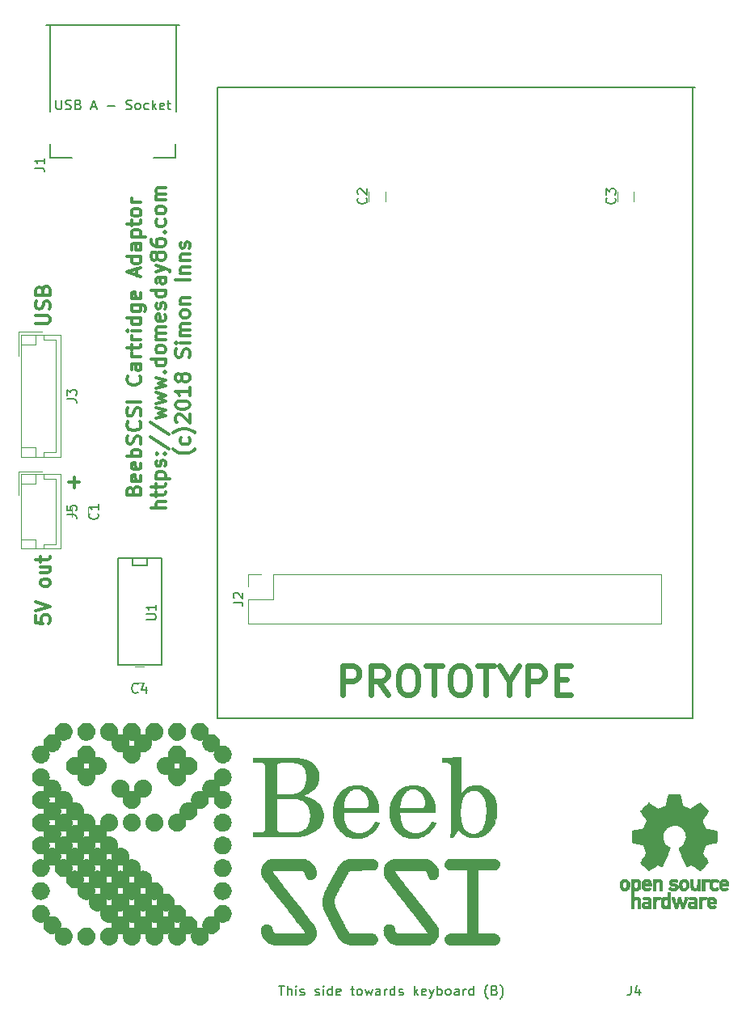
<source format=gbr>
G04 #@! TF.FileFunction,Legend,Top*
%FSLAX46Y46*%
G04 Gerber Fmt 4.6, Leading zero omitted, Abs format (unit mm)*
G04 Created by KiCad (PCBNEW 4.0.7) date 05/19/18 23:16:30*
%MOMM*%
%LPD*%
G01*
G04 APERTURE LIST*
%ADD10C,0.100000*%
%ADD11C,0.300000*%
%ADD12C,0.200000*%
%ADD13C,0.600000*%
%ADD14C,0.120000*%
%ADD15C,0.150000*%
%ADD16C,0.010000*%
G04 APERTURE END LIST*
D10*
D11*
X104838572Y-87102143D02*
X105981429Y-87102143D01*
X105410000Y-87673571D02*
X105410000Y-86530714D01*
D12*
X170180000Y-45720000D02*
X120396000Y-45720000D01*
X170180000Y-47498000D02*
X170180000Y-45720000D01*
X120396000Y-47498000D02*
X120396000Y-45720000D01*
X170180000Y-45720000D02*
X170434000Y-45720000D01*
X120396000Y-111760000D02*
X120396000Y-47498000D01*
X170180000Y-111760000D02*
X170180000Y-47498000D01*
D11*
X101413571Y-101067856D02*
X101413571Y-101782142D01*
X102127857Y-101853571D01*
X102056429Y-101782142D01*
X101985000Y-101639285D01*
X101985000Y-101282142D01*
X102056429Y-101139285D01*
X102127857Y-101067856D01*
X102270714Y-100996428D01*
X102627857Y-100996428D01*
X102770714Y-101067856D01*
X102842143Y-101139285D01*
X102913571Y-101282142D01*
X102913571Y-101639285D01*
X102842143Y-101782142D01*
X102770714Y-101853571D01*
X101413571Y-100567857D02*
X102913571Y-100067857D01*
X101413571Y-99567857D01*
X102913571Y-97710714D02*
X102842143Y-97853572D01*
X102770714Y-97925000D01*
X102627857Y-97996429D01*
X102199286Y-97996429D01*
X102056429Y-97925000D01*
X101985000Y-97853572D01*
X101913571Y-97710714D01*
X101913571Y-97496429D01*
X101985000Y-97353572D01*
X102056429Y-97282143D01*
X102199286Y-97210714D01*
X102627857Y-97210714D01*
X102770714Y-97282143D01*
X102842143Y-97353572D01*
X102913571Y-97496429D01*
X102913571Y-97710714D01*
X101913571Y-95925000D02*
X102913571Y-95925000D01*
X101913571Y-96567857D02*
X102699286Y-96567857D01*
X102842143Y-96496429D01*
X102913571Y-96353571D01*
X102913571Y-96139286D01*
X102842143Y-95996429D01*
X102770714Y-95925000D01*
X101913571Y-95425000D02*
X101913571Y-94853571D01*
X101413571Y-95210714D02*
X102699286Y-95210714D01*
X102842143Y-95139286D01*
X102913571Y-94996428D01*
X102913571Y-94853571D01*
X101413571Y-70472857D02*
X102627857Y-70472857D01*
X102770714Y-70401429D01*
X102842143Y-70330000D01*
X102913571Y-70187143D01*
X102913571Y-69901429D01*
X102842143Y-69758571D01*
X102770714Y-69687143D01*
X102627857Y-69615714D01*
X101413571Y-69615714D01*
X102842143Y-68972857D02*
X102913571Y-68758571D01*
X102913571Y-68401428D01*
X102842143Y-68258571D01*
X102770714Y-68187142D01*
X102627857Y-68115714D01*
X102485000Y-68115714D01*
X102342143Y-68187142D01*
X102270714Y-68258571D01*
X102199286Y-68401428D01*
X102127857Y-68687142D01*
X102056429Y-68830000D01*
X101985000Y-68901428D01*
X101842143Y-68972857D01*
X101699286Y-68972857D01*
X101556429Y-68901428D01*
X101485000Y-68830000D01*
X101413571Y-68687142D01*
X101413571Y-68330000D01*
X101485000Y-68115714D01*
X102127857Y-66972857D02*
X102199286Y-66758571D01*
X102270714Y-66687143D01*
X102413571Y-66615714D01*
X102627857Y-66615714D01*
X102770714Y-66687143D01*
X102842143Y-66758571D01*
X102913571Y-66901429D01*
X102913571Y-67472857D01*
X101413571Y-67472857D01*
X101413571Y-66972857D01*
X101485000Y-66830000D01*
X101556429Y-66758571D01*
X101699286Y-66687143D01*
X101842143Y-66687143D01*
X101985000Y-66758571D01*
X102056429Y-66830000D01*
X102127857Y-66972857D01*
X102127857Y-67472857D01*
X111642857Y-87953570D02*
X111714286Y-87739284D01*
X111785714Y-87667856D01*
X111928571Y-87596427D01*
X112142857Y-87596427D01*
X112285714Y-87667856D01*
X112357143Y-87739284D01*
X112428571Y-87882142D01*
X112428571Y-88453570D01*
X110928571Y-88453570D01*
X110928571Y-87953570D01*
X111000000Y-87810713D01*
X111071429Y-87739284D01*
X111214286Y-87667856D01*
X111357143Y-87667856D01*
X111500000Y-87739284D01*
X111571429Y-87810713D01*
X111642857Y-87953570D01*
X111642857Y-88453570D01*
X112357143Y-86382142D02*
X112428571Y-86524999D01*
X112428571Y-86810713D01*
X112357143Y-86953570D01*
X112214286Y-87024999D01*
X111642857Y-87024999D01*
X111500000Y-86953570D01*
X111428571Y-86810713D01*
X111428571Y-86524999D01*
X111500000Y-86382142D01*
X111642857Y-86310713D01*
X111785714Y-86310713D01*
X111928571Y-87024999D01*
X112357143Y-85096428D02*
X112428571Y-85239285D01*
X112428571Y-85524999D01*
X112357143Y-85667856D01*
X112214286Y-85739285D01*
X111642857Y-85739285D01*
X111500000Y-85667856D01*
X111428571Y-85524999D01*
X111428571Y-85239285D01*
X111500000Y-85096428D01*
X111642857Y-85024999D01*
X111785714Y-85024999D01*
X111928571Y-85739285D01*
X112428571Y-84382142D02*
X110928571Y-84382142D01*
X111500000Y-84382142D02*
X111428571Y-84239285D01*
X111428571Y-83953571D01*
X111500000Y-83810714D01*
X111571429Y-83739285D01*
X111714286Y-83667856D01*
X112142857Y-83667856D01*
X112285714Y-83739285D01*
X112357143Y-83810714D01*
X112428571Y-83953571D01*
X112428571Y-84239285D01*
X112357143Y-84382142D01*
X112357143Y-83096428D02*
X112428571Y-82882142D01*
X112428571Y-82524999D01*
X112357143Y-82382142D01*
X112285714Y-82310713D01*
X112142857Y-82239285D01*
X112000000Y-82239285D01*
X111857143Y-82310713D01*
X111785714Y-82382142D01*
X111714286Y-82524999D01*
X111642857Y-82810713D01*
X111571429Y-82953571D01*
X111500000Y-83024999D01*
X111357143Y-83096428D01*
X111214286Y-83096428D01*
X111071429Y-83024999D01*
X111000000Y-82953571D01*
X110928571Y-82810713D01*
X110928571Y-82453571D01*
X111000000Y-82239285D01*
X112285714Y-80739285D02*
X112357143Y-80810714D01*
X112428571Y-81025000D01*
X112428571Y-81167857D01*
X112357143Y-81382142D01*
X112214286Y-81525000D01*
X112071429Y-81596428D01*
X111785714Y-81667857D01*
X111571429Y-81667857D01*
X111285714Y-81596428D01*
X111142857Y-81525000D01*
X111000000Y-81382142D01*
X110928571Y-81167857D01*
X110928571Y-81025000D01*
X111000000Y-80810714D01*
X111071429Y-80739285D01*
X112357143Y-80167857D02*
X112428571Y-79953571D01*
X112428571Y-79596428D01*
X112357143Y-79453571D01*
X112285714Y-79382142D01*
X112142857Y-79310714D01*
X112000000Y-79310714D01*
X111857143Y-79382142D01*
X111785714Y-79453571D01*
X111714286Y-79596428D01*
X111642857Y-79882142D01*
X111571429Y-80025000D01*
X111500000Y-80096428D01*
X111357143Y-80167857D01*
X111214286Y-80167857D01*
X111071429Y-80096428D01*
X111000000Y-80025000D01*
X110928571Y-79882142D01*
X110928571Y-79525000D01*
X111000000Y-79310714D01*
X112428571Y-78667857D02*
X110928571Y-78667857D01*
X112285714Y-75953571D02*
X112357143Y-76025000D01*
X112428571Y-76239286D01*
X112428571Y-76382143D01*
X112357143Y-76596428D01*
X112214286Y-76739286D01*
X112071429Y-76810714D01*
X111785714Y-76882143D01*
X111571429Y-76882143D01*
X111285714Y-76810714D01*
X111142857Y-76739286D01*
X111000000Y-76596428D01*
X110928571Y-76382143D01*
X110928571Y-76239286D01*
X111000000Y-76025000D01*
X111071429Y-75953571D01*
X112428571Y-74667857D02*
X111642857Y-74667857D01*
X111500000Y-74739286D01*
X111428571Y-74882143D01*
X111428571Y-75167857D01*
X111500000Y-75310714D01*
X112357143Y-74667857D02*
X112428571Y-74810714D01*
X112428571Y-75167857D01*
X112357143Y-75310714D01*
X112214286Y-75382143D01*
X112071429Y-75382143D01*
X111928571Y-75310714D01*
X111857143Y-75167857D01*
X111857143Y-74810714D01*
X111785714Y-74667857D01*
X112428571Y-73953571D02*
X111428571Y-73953571D01*
X111714286Y-73953571D02*
X111571429Y-73882143D01*
X111500000Y-73810714D01*
X111428571Y-73667857D01*
X111428571Y-73525000D01*
X111428571Y-73239286D02*
X111428571Y-72667857D01*
X110928571Y-73025000D02*
X112214286Y-73025000D01*
X112357143Y-72953572D01*
X112428571Y-72810714D01*
X112428571Y-72667857D01*
X112428571Y-72167857D02*
X111428571Y-72167857D01*
X111714286Y-72167857D02*
X111571429Y-72096429D01*
X111500000Y-72025000D01*
X111428571Y-71882143D01*
X111428571Y-71739286D01*
X112428571Y-71239286D02*
X111428571Y-71239286D01*
X110928571Y-71239286D02*
X111000000Y-71310715D01*
X111071429Y-71239286D01*
X111000000Y-71167858D01*
X110928571Y-71239286D01*
X111071429Y-71239286D01*
X112428571Y-69882143D02*
X110928571Y-69882143D01*
X112357143Y-69882143D02*
X112428571Y-70025000D01*
X112428571Y-70310714D01*
X112357143Y-70453572D01*
X112285714Y-70525000D01*
X112142857Y-70596429D01*
X111714286Y-70596429D01*
X111571429Y-70525000D01*
X111500000Y-70453572D01*
X111428571Y-70310714D01*
X111428571Y-70025000D01*
X111500000Y-69882143D01*
X111428571Y-68525000D02*
X112642857Y-68525000D01*
X112785714Y-68596429D01*
X112857143Y-68667857D01*
X112928571Y-68810714D01*
X112928571Y-69025000D01*
X112857143Y-69167857D01*
X112357143Y-68525000D02*
X112428571Y-68667857D01*
X112428571Y-68953571D01*
X112357143Y-69096429D01*
X112285714Y-69167857D01*
X112142857Y-69239286D01*
X111714286Y-69239286D01*
X111571429Y-69167857D01*
X111500000Y-69096429D01*
X111428571Y-68953571D01*
X111428571Y-68667857D01*
X111500000Y-68525000D01*
X112357143Y-67239286D02*
X112428571Y-67382143D01*
X112428571Y-67667857D01*
X112357143Y-67810714D01*
X112214286Y-67882143D01*
X111642857Y-67882143D01*
X111500000Y-67810714D01*
X111428571Y-67667857D01*
X111428571Y-67382143D01*
X111500000Y-67239286D01*
X111642857Y-67167857D01*
X111785714Y-67167857D01*
X111928571Y-67882143D01*
X112000000Y-65453572D02*
X112000000Y-64739286D01*
X112428571Y-65596429D02*
X110928571Y-65096429D01*
X112428571Y-64596429D01*
X112428571Y-63453572D02*
X110928571Y-63453572D01*
X112357143Y-63453572D02*
X112428571Y-63596429D01*
X112428571Y-63882143D01*
X112357143Y-64025001D01*
X112285714Y-64096429D01*
X112142857Y-64167858D01*
X111714286Y-64167858D01*
X111571429Y-64096429D01*
X111500000Y-64025001D01*
X111428571Y-63882143D01*
X111428571Y-63596429D01*
X111500000Y-63453572D01*
X112428571Y-62096429D02*
X111642857Y-62096429D01*
X111500000Y-62167858D01*
X111428571Y-62310715D01*
X111428571Y-62596429D01*
X111500000Y-62739286D01*
X112357143Y-62096429D02*
X112428571Y-62239286D01*
X112428571Y-62596429D01*
X112357143Y-62739286D01*
X112214286Y-62810715D01*
X112071429Y-62810715D01*
X111928571Y-62739286D01*
X111857143Y-62596429D01*
X111857143Y-62239286D01*
X111785714Y-62096429D01*
X111428571Y-61382143D02*
X112928571Y-61382143D01*
X111500000Y-61382143D02*
X111428571Y-61239286D01*
X111428571Y-60953572D01*
X111500000Y-60810715D01*
X111571429Y-60739286D01*
X111714286Y-60667857D01*
X112142857Y-60667857D01*
X112285714Y-60739286D01*
X112357143Y-60810715D01*
X112428571Y-60953572D01*
X112428571Y-61239286D01*
X112357143Y-61382143D01*
X111428571Y-60239286D02*
X111428571Y-59667857D01*
X110928571Y-60025000D02*
X112214286Y-60025000D01*
X112357143Y-59953572D01*
X112428571Y-59810714D01*
X112428571Y-59667857D01*
X112428571Y-58953571D02*
X112357143Y-59096429D01*
X112285714Y-59167857D01*
X112142857Y-59239286D01*
X111714286Y-59239286D01*
X111571429Y-59167857D01*
X111500000Y-59096429D01*
X111428571Y-58953571D01*
X111428571Y-58739286D01*
X111500000Y-58596429D01*
X111571429Y-58525000D01*
X111714286Y-58453571D01*
X112142857Y-58453571D01*
X112285714Y-58525000D01*
X112357143Y-58596429D01*
X112428571Y-58739286D01*
X112428571Y-58953571D01*
X112428571Y-57810714D02*
X111428571Y-57810714D01*
X111714286Y-57810714D02*
X111571429Y-57739286D01*
X111500000Y-57667857D01*
X111428571Y-57525000D01*
X111428571Y-57382143D01*
X114978571Y-89775001D02*
X113478571Y-89775001D01*
X114978571Y-89132144D02*
X114192857Y-89132144D01*
X114050000Y-89203573D01*
X113978571Y-89346430D01*
X113978571Y-89560715D01*
X114050000Y-89703573D01*
X114121429Y-89775001D01*
X113978571Y-88632144D02*
X113978571Y-88060715D01*
X113478571Y-88417858D02*
X114764286Y-88417858D01*
X114907143Y-88346430D01*
X114978571Y-88203572D01*
X114978571Y-88060715D01*
X113978571Y-87775001D02*
X113978571Y-87203572D01*
X113478571Y-87560715D02*
X114764286Y-87560715D01*
X114907143Y-87489287D01*
X114978571Y-87346429D01*
X114978571Y-87203572D01*
X113978571Y-86703572D02*
X115478571Y-86703572D01*
X114050000Y-86703572D02*
X113978571Y-86560715D01*
X113978571Y-86275001D01*
X114050000Y-86132144D01*
X114121429Y-86060715D01*
X114264286Y-85989286D01*
X114692857Y-85989286D01*
X114835714Y-86060715D01*
X114907143Y-86132144D01*
X114978571Y-86275001D01*
X114978571Y-86560715D01*
X114907143Y-86703572D01*
X114907143Y-85417858D02*
X114978571Y-85275001D01*
X114978571Y-84989286D01*
X114907143Y-84846429D01*
X114764286Y-84775001D01*
X114692857Y-84775001D01*
X114550000Y-84846429D01*
X114478571Y-84989286D01*
X114478571Y-85203572D01*
X114407143Y-85346429D01*
X114264286Y-85417858D01*
X114192857Y-85417858D01*
X114050000Y-85346429D01*
X113978571Y-85203572D01*
X113978571Y-84989286D01*
X114050000Y-84846429D01*
X114835714Y-84132143D02*
X114907143Y-84060715D01*
X114978571Y-84132143D01*
X114907143Y-84203572D01*
X114835714Y-84132143D01*
X114978571Y-84132143D01*
X114050000Y-84132143D02*
X114121429Y-84060715D01*
X114192857Y-84132143D01*
X114121429Y-84203572D01*
X114050000Y-84132143D01*
X114192857Y-84132143D01*
X113407143Y-82346429D02*
X115335714Y-83632143D01*
X113407143Y-80775000D02*
X115335714Y-82060714D01*
X113978571Y-80417856D02*
X114978571Y-80132142D01*
X114264286Y-79846428D01*
X114978571Y-79560713D01*
X113978571Y-79274999D01*
X113978571Y-78846427D02*
X114978571Y-78560713D01*
X114264286Y-78274999D01*
X114978571Y-77989284D01*
X113978571Y-77703570D01*
X113978571Y-77274998D02*
X114978571Y-76989284D01*
X114264286Y-76703570D01*
X114978571Y-76417855D01*
X113978571Y-76132141D01*
X114835714Y-75560712D02*
X114907143Y-75489284D01*
X114978571Y-75560712D01*
X114907143Y-75632141D01*
X114835714Y-75560712D01*
X114978571Y-75560712D01*
X114978571Y-74203569D02*
X113478571Y-74203569D01*
X114907143Y-74203569D02*
X114978571Y-74346426D01*
X114978571Y-74632140D01*
X114907143Y-74774998D01*
X114835714Y-74846426D01*
X114692857Y-74917855D01*
X114264286Y-74917855D01*
X114121429Y-74846426D01*
X114050000Y-74774998D01*
X113978571Y-74632140D01*
X113978571Y-74346426D01*
X114050000Y-74203569D01*
X114978571Y-73274997D02*
X114907143Y-73417855D01*
X114835714Y-73489283D01*
X114692857Y-73560712D01*
X114264286Y-73560712D01*
X114121429Y-73489283D01*
X114050000Y-73417855D01*
X113978571Y-73274997D01*
X113978571Y-73060712D01*
X114050000Y-72917855D01*
X114121429Y-72846426D01*
X114264286Y-72774997D01*
X114692857Y-72774997D01*
X114835714Y-72846426D01*
X114907143Y-72917855D01*
X114978571Y-73060712D01*
X114978571Y-73274997D01*
X114978571Y-72132140D02*
X113978571Y-72132140D01*
X114121429Y-72132140D02*
X114050000Y-72060712D01*
X113978571Y-71917854D01*
X113978571Y-71703569D01*
X114050000Y-71560712D01*
X114192857Y-71489283D01*
X114978571Y-71489283D01*
X114192857Y-71489283D02*
X114050000Y-71417854D01*
X113978571Y-71274997D01*
X113978571Y-71060712D01*
X114050000Y-70917854D01*
X114192857Y-70846426D01*
X114978571Y-70846426D01*
X114907143Y-69560712D02*
X114978571Y-69703569D01*
X114978571Y-69989283D01*
X114907143Y-70132140D01*
X114764286Y-70203569D01*
X114192857Y-70203569D01*
X114050000Y-70132140D01*
X113978571Y-69989283D01*
X113978571Y-69703569D01*
X114050000Y-69560712D01*
X114192857Y-69489283D01*
X114335714Y-69489283D01*
X114478571Y-70203569D01*
X114907143Y-68917855D02*
X114978571Y-68774998D01*
X114978571Y-68489283D01*
X114907143Y-68346426D01*
X114764286Y-68274998D01*
X114692857Y-68274998D01*
X114550000Y-68346426D01*
X114478571Y-68489283D01*
X114478571Y-68703569D01*
X114407143Y-68846426D01*
X114264286Y-68917855D01*
X114192857Y-68917855D01*
X114050000Y-68846426D01*
X113978571Y-68703569D01*
X113978571Y-68489283D01*
X114050000Y-68346426D01*
X114978571Y-66989283D02*
X113478571Y-66989283D01*
X114907143Y-66989283D02*
X114978571Y-67132140D01*
X114978571Y-67417854D01*
X114907143Y-67560712D01*
X114835714Y-67632140D01*
X114692857Y-67703569D01*
X114264286Y-67703569D01*
X114121429Y-67632140D01*
X114050000Y-67560712D01*
X113978571Y-67417854D01*
X113978571Y-67132140D01*
X114050000Y-66989283D01*
X114978571Y-65632140D02*
X114192857Y-65632140D01*
X114050000Y-65703569D01*
X113978571Y-65846426D01*
X113978571Y-66132140D01*
X114050000Y-66274997D01*
X114907143Y-65632140D02*
X114978571Y-65774997D01*
X114978571Y-66132140D01*
X114907143Y-66274997D01*
X114764286Y-66346426D01*
X114621429Y-66346426D01*
X114478571Y-66274997D01*
X114407143Y-66132140D01*
X114407143Y-65774997D01*
X114335714Y-65632140D01*
X113978571Y-65060711D02*
X114978571Y-64703568D01*
X113978571Y-64346426D02*
X114978571Y-64703568D01*
X115335714Y-64846426D01*
X115407143Y-64917854D01*
X115478571Y-65060711D01*
X114121429Y-63560711D02*
X114050000Y-63703569D01*
X113978571Y-63774997D01*
X113835714Y-63846426D01*
X113764286Y-63846426D01*
X113621429Y-63774997D01*
X113550000Y-63703569D01*
X113478571Y-63560711D01*
X113478571Y-63274997D01*
X113550000Y-63132140D01*
X113621429Y-63060711D01*
X113764286Y-62989283D01*
X113835714Y-62989283D01*
X113978571Y-63060711D01*
X114050000Y-63132140D01*
X114121429Y-63274997D01*
X114121429Y-63560711D01*
X114192857Y-63703569D01*
X114264286Y-63774997D01*
X114407143Y-63846426D01*
X114692857Y-63846426D01*
X114835714Y-63774997D01*
X114907143Y-63703569D01*
X114978571Y-63560711D01*
X114978571Y-63274997D01*
X114907143Y-63132140D01*
X114835714Y-63060711D01*
X114692857Y-62989283D01*
X114407143Y-62989283D01*
X114264286Y-63060711D01*
X114192857Y-63132140D01*
X114121429Y-63274997D01*
X113478571Y-61703569D02*
X113478571Y-61989283D01*
X113550000Y-62132140D01*
X113621429Y-62203569D01*
X113835714Y-62346426D01*
X114121429Y-62417855D01*
X114692857Y-62417855D01*
X114835714Y-62346426D01*
X114907143Y-62274998D01*
X114978571Y-62132140D01*
X114978571Y-61846426D01*
X114907143Y-61703569D01*
X114835714Y-61632140D01*
X114692857Y-61560712D01*
X114335714Y-61560712D01*
X114192857Y-61632140D01*
X114121429Y-61703569D01*
X114050000Y-61846426D01*
X114050000Y-62132140D01*
X114121429Y-62274998D01*
X114192857Y-62346426D01*
X114335714Y-62417855D01*
X114835714Y-60917855D02*
X114907143Y-60846427D01*
X114978571Y-60917855D01*
X114907143Y-60989284D01*
X114835714Y-60917855D01*
X114978571Y-60917855D01*
X114907143Y-59560712D02*
X114978571Y-59703569D01*
X114978571Y-59989283D01*
X114907143Y-60132141D01*
X114835714Y-60203569D01*
X114692857Y-60274998D01*
X114264286Y-60274998D01*
X114121429Y-60203569D01*
X114050000Y-60132141D01*
X113978571Y-59989283D01*
X113978571Y-59703569D01*
X114050000Y-59560712D01*
X114978571Y-58703569D02*
X114907143Y-58846427D01*
X114835714Y-58917855D01*
X114692857Y-58989284D01*
X114264286Y-58989284D01*
X114121429Y-58917855D01*
X114050000Y-58846427D01*
X113978571Y-58703569D01*
X113978571Y-58489284D01*
X114050000Y-58346427D01*
X114121429Y-58274998D01*
X114264286Y-58203569D01*
X114692857Y-58203569D01*
X114835714Y-58274998D01*
X114907143Y-58346427D01*
X114978571Y-58489284D01*
X114978571Y-58703569D01*
X114978571Y-57560712D02*
X113978571Y-57560712D01*
X114121429Y-57560712D02*
X114050000Y-57489284D01*
X113978571Y-57346426D01*
X113978571Y-57132141D01*
X114050000Y-56989284D01*
X114192857Y-56917855D01*
X114978571Y-56917855D01*
X114192857Y-56917855D02*
X114050000Y-56846426D01*
X113978571Y-56703569D01*
X113978571Y-56489284D01*
X114050000Y-56346426D01*
X114192857Y-56274998D01*
X114978571Y-56274998D01*
X118100000Y-83632142D02*
X118028571Y-83703570D01*
X117814286Y-83846427D01*
X117671429Y-83917856D01*
X117457143Y-83989285D01*
X117100000Y-84060713D01*
X116814286Y-84060713D01*
X116457143Y-83989285D01*
X116242857Y-83917856D01*
X116100000Y-83846427D01*
X115885714Y-83703570D01*
X115814286Y-83632142D01*
X117457143Y-82417856D02*
X117528571Y-82560713D01*
X117528571Y-82846427D01*
X117457143Y-82989285D01*
X117385714Y-83060713D01*
X117242857Y-83132142D01*
X116814286Y-83132142D01*
X116671429Y-83060713D01*
X116600000Y-82989285D01*
X116528571Y-82846427D01*
X116528571Y-82560713D01*
X116600000Y-82417856D01*
X118100000Y-81917856D02*
X118028571Y-81846428D01*
X117814286Y-81703571D01*
X117671429Y-81632142D01*
X117457143Y-81560713D01*
X117100000Y-81489285D01*
X116814286Y-81489285D01*
X116457143Y-81560713D01*
X116242857Y-81632142D01*
X116100000Y-81703571D01*
X115885714Y-81846428D01*
X115814286Y-81917856D01*
X116171429Y-80846428D02*
X116100000Y-80774999D01*
X116028571Y-80632142D01*
X116028571Y-80274999D01*
X116100000Y-80132142D01*
X116171429Y-80060713D01*
X116314286Y-79989285D01*
X116457143Y-79989285D01*
X116671429Y-80060713D01*
X117528571Y-80917856D01*
X117528571Y-79989285D01*
X116028571Y-79060714D02*
X116028571Y-78917857D01*
X116100000Y-78775000D01*
X116171429Y-78703571D01*
X116314286Y-78632142D01*
X116600000Y-78560714D01*
X116957143Y-78560714D01*
X117242857Y-78632142D01*
X117385714Y-78703571D01*
X117457143Y-78775000D01*
X117528571Y-78917857D01*
X117528571Y-79060714D01*
X117457143Y-79203571D01*
X117385714Y-79275000D01*
X117242857Y-79346428D01*
X116957143Y-79417857D01*
X116600000Y-79417857D01*
X116314286Y-79346428D01*
X116171429Y-79275000D01*
X116100000Y-79203571D01*
X116028571Y-79060714D01*
X117528571Y-77132143D02*
X117528571Y-77989286D01*
X117528571Y-77560714D02*
X116028571Y-77560714D01*
X116242857Y-77703571D01*
X116385714Y-77846429D01*
X116457143Y-77989286D01*
X116671429Y-76275000D02*
X116600000Y-76417858D01*
X116528571Y-76489286D01*
X116385714Y-76560715D01*
X116314286Y-76560715D01*
X116171429Y-76489286D01*
X116100000Y-76417858D01*
X116028571Y-76275000D01*
X116028571Y-75989286D01*
X116100000Y-75846429D01*
X116171429Y-75775000D01*
X116314286Y-75703572D01*
X116385714Y-75703572D01*
X116528571Y-75775000D01*
X116600000Y-75846429D01*
X116671429Y-75989286D01*
X116671429Y-76275000D01*
X116742857Y-76417858D01*
X116814286Y-76489286D01*
X116957143Y-76560715D01*
X117242857Y-76560715D01*
X117385714Y-76489286D01*
X117457143Y-76417858D01*
X117528571Y-76275000D01*
X117528571Y-75989286D01*
X117457143Y-75846429D01*
X117385714Y-75775000D01*
X117242857Y-75703572D01*
X116957143Y-75703572D01*
X116814286Y-75775000D01*
X116742857Y-75846429D01*
X116671429Y-75989286D01*
X117457143Y-73989287D02*
X117528571Y-73775001D01*
X117528571Y-73417858D01*
X117457143Y-73275001D01*
X117385714Y-73203572D01*
X117242857Y-73132144D01*
X117100000Y-73132144D01*
X116957143Y-73203572D01*
X116885714Y-73275001D01*
X116814286Y-73417858D01*
X116742857Y-73703572D01*
X116671429Y-73846430D01*
X116600000Y-73917858D01*
X116457143Y-73989287D01*
X116314286Y-73989287D01*
X116171429Y-73917858D01*
X116100000Y-73846430D01*
X116028571Y-73703572D01*
X116028571Y-73346430D01*
X116100000Y-73132144D01*
X117528571Y-72489287D02*
X116528571Y-72489287D01*
X116028571Y-72489287D02*
X116100000Y-72560716D01*
X116171429Y-72489287D01*
X116100000Y-72417859D01*
X116028571Y-72489287D01*
X116171429Y-72489287D01*
X117528571Y-71775001D02*
X116528571Y-71775001D01*
X116671429Y-71775001D02*
X116600000Y-71703573D01*
X116528571Y-71560715D01*
X116528571Y-71346430D01*
X116600000Y-71203573D01*
X116742857Y-71132144D01*
X117528571Y-71132144D01*
X116742857Y-71132144D02*
X116600000Y-71060715D01*
X116528571Y-70917858D01*
X116528571Y-70703573D01*
X116600000Y-70560715D01*
X116742857Y-70489287D01*
X117528571Y-70489287D01*
X117528571Y-69560715D02*
X117457143Y-69703573D01*
X117385714Y-69775001D01*
X117242857Y-69846430D01*
X116814286Y-69846430D01*
X116671429Y-69775001D01*
X116600000Y-69703573D01*
X116528571Y-69560715D01*
X116528571Y-69346430D01*
X116600000Y-69203573D01*
X116671429Y-69132144D01*
X116814286Y-69060715D01*
X117242857Y-69060715D01*
X117385714Y-69132144D01*
X117457143Y-69203573D01*
X117528571Y-69346430D01*
X117528571Y-69560715D01*
X116528571Y-68417858D02*
X117528571Y-68417858D01*
X116671429Y-68417858D02*
X116600000Y-68346430D01*
X116528571Y-68203572D01*
X116528571Y-67989287D01*
X116600000Y-67846430D01*
X116742857Y-67775001D01*
X117528571Y-67775001D01*
X117528571Y-65917858D02*
X116028571Y-65917858D01*
X116528571Y-65203572D02*
X117528571Y-65203572D01*
X116671429Y-65203572D02*
X116600000Y-65132144D01*
X116528571Y-64989286D01*
X116528571Y-64775001D01*
X116600000Y-64632144D01*
X116742857Y-64560715D01*
X117528571Y-64560715D01*
X116528571Y-63846429D02*
X117528571Y-63846429D01*
X116671429Y-63846429D02*
X116600000Y-63775001D01*
X116528571Y-63632143D01*
X116528571Y-63417858D01*
X116600000Y-63275001D01*
X116742857Y-63203572D01*
X117528571Y-63203572D01*
X117457143Y-62560715D02*
X117528571Y-62417858D01*
X117528571Y-62132143D01*
X117457143Y-61989286D01*
X117314286Y-61917858D01*
X117242857Y-61917858D01*
X117100000Y-61989286D01*
X117028571Y-62132143D01*
X117028571Y-62346429D01*
X116957143Y-62489286D01*
X116814286Y-62560715D01*
X116742857Y-62560715D01*
X116600000Y-62489286D01*
X116528571Y-62346429D01*
X116528571Y-62132143D01*
X116600000Y-61989286D01*
D13*
X133557858Y-109307143D02*
X133557858Y-106307143D01*
X134700715Y-106307143D01*
X134986429Y-106450000D01*
X135129286Y-106592857D01*
X135272143Y-106878571D01*
X135272143Y-107307143D01*
X135129286Y-107592857D01*
X134986429Y-107735714D01*
X134700715Y-107878571D01*
X133557858Y-107878571D01*
X138272143Y-109307143D02*
X137272143Y-107878571D01*
X136557858Y-109307143D02*
X136557858Y-106307143D01*
X137700715Y-106307143D01*
X137986429Y-106450000D01*
X138129286Y-106592857D01*
X138272143Y-106878571D01*
X138272143Y-107307143D01*
X138129286Y-107592857D01*
X137986429Y-107735714D01*
X137700715Y-107878571D01*
X136557858Y-107878571D01*
X140129286Y-106307143D02*
X140700715Y-106307143D01*
X140986429Y-106450000D01*
X141272143Y-106735714D01*
X141415001Y-107307143D01*
X141415001Y-108307143D01*
X141272143Y-108878571D01*
X140986429Y-109164286D01*
X140700715Y-109307143D01*
X140129286Y-109307143D01*
X139843572Y-109164286D01*
X139557858Y-108878571D01*
X139415001Y-108307143D01*
X139415001Y-107307143D01*
X139557858Y-106735714D01*
X139843572Y-106450000D01*
X140129286Y-106307143D01*
X142272143Y-106307143D02*
X143986429Y-106307143D01*
X143129286Y-109307143D02*
X143129286Y-106307143D01*
X145557857Y-106307143D02*
X146129286Y-106307143D01*
X146415000Y-106450000D01*
X146700714Y-106735714D01*
X146843572Y-107307143D01*
X146843572Y-108307143D01*
X146700714Y-108878571D01*
X146415000Y-109164286D01*
X146129286Y-109307143D01*
X145557857Y-109307143D01*
X145272143Y-109164286D01*
X144986429Y-108878571D01*
X144843572Y-108307143D01*
X144843572Y-107307143D01*
X144986429Y-106735714D01*
X145272143Y-106450000D01*
X145557857Y-106307143D01*
X147700714Y-106307143D02*
X149415000Y-106307143D01*
X148557857Y-109307143D02*
X148557857Y-106307143D01*
X150986428Y-107878571D02*
X150986428Y-109307143D01*
X149986428Y-106307143D02*
X150986428Y-107878571D01*
X151986428Y-106307143D01*
X152986429Y-109307143D02*
X152986429Y-106307143D01*
X154129286Y-106307143D01*
X154415000Y-106450000D01*
X154557857Y-106592857D01*
X154700714Y-106878571D01*
X154700714Y-107307143D01*
X154557857Y-107592857D01*
X154415000Y-107735714D01*
X154129286Y-107878571D01*
X152986429Y-107878571D01*
X155986429Y-107735714D02*
X156986429Y-107735714D01*
X157415000Y-109307143D02*
X155986429Y-109307143D01*
X155986429Y-106307143D01*
X157415000Y-106307143D01*
D12*
X120396000Y-111760000D02*
X170180000Y-111760000D01*
D14*
X106895000Y-90670000D02*
X106895000Y-89670000D01*
X105195000Y-89670000D02*
X105195000Y-90670000D01*
D15*
X102920800Y-48260000D02*
X102920800Y-39268400D01*
X116078000Y-48260000D02*
X116078000Y-39268400D01*
X102920800Y-53136800D02*
X102920800Y-51714400D01*
X116027200Y-53136800D02*
X116027200Y-51714400D01*
X102904000Y-53140000D02*
X105203500Y-53140000D01*
X116044000Y-53140000D02*
X113744500Y-53140000D01*
X116474000Y-39230000D02*
X102474000Y-39230000D01*
X116044000Y-39230000D02*
X102904000Y-39230000D01*
D14*
X103985000Y-86250000D02*
X99885000Y-86250000D01*
X99885000Y-86250000D02*
X99885000Y-94050000D01*
X99885000Y-94050000D02*
X103985000Y-94050000D01*
X103985000Y-94050000D02*
X103985000Y-86250000D01*
X102235000Y-86250000D02*
X102235000Y-86750000D01*
X102235000Y-86750000D02*
X103485000Y-86750000D01*
X103485000Y-86750000D02*
X103485000Y-93550000D01*
X103485000Y-93550000D02*
X102235000Y-93550000D01*
X102235000Y-93550000D02*
X102235000Y-94050000D01*
X101385000Y-86250000D02*
X101385000Y-87250000D01*
X101385000Y-87250000D02*
X99885000Y-87250000D01*
X101385000Y-94050000D02*
X101385000Y-93050000D01*
X101385000Y-93050000D02*
X99885000Y-93050000D01*
X102085000Y-85950000D02*
X99585000Y-85950000D01*
X99585000Y-85950000D02*
X99585000Y-88450000D01*
X126238000Y-96714000D02*
X166938000Y-96714000D01*
X166938000Y-96714000D02*
X166938000Y-101914000D01*
X166938000Y-101914000D02*
X123638000Y-101914000D01*
X123638000Y-101914000D02*
X123638000Y-99314000D01*
X123638000Y-99314000D02*
X126238000Y-99314000D01*
X126238000Y-99314000D02*
X126238000Y-96714000D01*
X124968000Y-96714000D02*
X123638000Y-96714000D01*
X123638000Y-96714000D02*
X123638000Y-97984000D01*
X103985000Y-71645000D02*
X99885000Y-71645000D01*
X99885000Y-71645000D02*
X99885000Y-84445000D01*
X99885000Y-84445000D02*
X103985000Y-84445000D01*
X103985000Y-84445000D02*
X103985000Y-71645000D01*
X102235000Y-71645000D02*
X102235000Y-72145000D01*
X102235000Y-72145000D02*
X103485000Y-72145000D01*
X103485000Y-72145000D02*
X103485000Y-83945000D01*
X103485000Y-83945000D02*
X102235000Y-83945000D01*
X102235000Y-83945000D02*
X102235000Y-84445000D01*
X101385000Y-71645000D02*
X101385000Y-72645000D01*
X101385000Y-72645000D02*
X99885000Y-72645000D01*
X101385000Y-84445000D02*
X101385000Y-83445000D01*
X101385000Y-83445000D02*
X99885000Y-83445000D01*
X102085000Y-71345000D02*
X99585000Y-71345000D01*
X99585000Y-71345000D02*
X99585000Y-73845000D01*
X136310000Y-56650000D02*
X136310000Y-57650000D01*
X138010000Y-57650000D02*
X138010000Y-56650000D01*
X162345000Y-56650000D02*
X162345000Y-57650000D01*
X164045000Y-57650000D02*
X164045000Y-56650000D01*
D15*
X113030000Y-94996000D02*
X113030000Y-95758000D01*
X113030000Y-95758000D02*
X111506000Y-95758000D01*
X111506000Y-95758000D02*
X111506000Y-94996000D01*
X114554000Y-106172000D02*
X109982000Y-106172000D01*
X109982000Y-106172000D02*
X109982000Y-94996000D01*
X109982000Y-94996000D02*
X114554000Y-94996000D01*
X114554000Y-94996000D02*
X114554000Y-106172000D01*
D14*
X111768000Y-108038000D02*
X112768000Y-108038000D01*
X112768000Y-106338000D02*
X111768000Y-106338000D01*
D16*
G36*
X101954634Y-131322982D02*
X101998760Y-131323739D01*
X102033055Y-131325286D01*
X102060540Y-131327857D01*
X102084236Y-131331686D01*
X102107162Y-131337007D01*
X102117510Y-131339804D01*
X102236466Y-131380542D01*
X102345389Y-131433506D01*
X102443915Y-131498333D01*
X102531680Y-131574658D01*
X102608321Y-131662119D01*
X102673473Y-131760351D01*
X102726772Y-131868989D01*
X102767855Y-131987671D01*
X102768820Y-131991115D01*
X102774852Y-132014636D01*
X102779293Y-132037632D01*
X102782375Y-132063121D01*
X102784332Y-132094125D01*
X102785399Y-132133664D01*
X102785810Y-132184759D01*
X102785842Y-132210968D01*
X102785288Y-132277739D01*
X102783242Y-132332217D01*
X102779131Y-132377961D01*
X102772382Y-132418526D01*
X102762421Y-132457469D01*
X102748674Y-132498347D01*
X102732982Y-132538764D01*
X102714346Y-132584904D01*
X102760485Y-132566267D01*
X102806011Y-132548713D01*
X102846470Y-132535449D01*
X102885420Y-132525902D01*
X102926417Y-132519499D01*
X102973018Y-132515665D01*
X103028780Y-132513828D01*
X103088281Y-132513407D01*
X103145259Y-132513607D01*
X103189385Y-132514364D01*
X103223680Y-132515911D01*
X103251165Y-132518482D01*
X103274861Y-132522311D01*
X103297787Y-132527632D01*
X103308135Y-132530429D01*
X103427091Y-132571167D01*
X103536014Y-132624131D01*
X103634540Y-132688958D01*
X103722305Y-132765283D01*
X103798946Y-132852744D01*
X103864098Y-132950976D01*
X103917397Y-133059614D01*
X103958480Y-133178296D01*
X103959445Y-133181740D01*
X103965477Y-133205261D01*
X103969918Y-133228257D01*
X103973000Y-133253746D01*
X103974957Y-133284750D01*
X103976024Y-133324289D01*
X103976435Y-133375384D01*
X103976467Y-133401593D01*
X103975913Y-133468364D01*
X103973867Y-133522842D01*
X103969756Y-133568586D01*
X103963007Y-133609151D01*
X103953046Y-133648094D01*
X103939299Y-133688972D01*
X103923607Y-133729389D01*
X103904971Y-133775529D01*
X103951110Y-133756892D01*
X103996636Y-133739338D01*
X104037095Y-133726074D01*
X104076045Y-133716527D01*
X104117042Y-133710124D01*
X104163643Y-133706290D01*
X104219405Y-133704453D01*
X104278906Y-133704032D01*
X104335884Y-133704232D01*
X104380010Y-133704989D01*
X104414305Y-133706536D01*
X104441790Y-133709107D01*
X104465486Y-133712936D01*
X104488412Y-133718257D01*
X104498760Y-133721054D01*
X104617716Y-133761792D01*
X104726639Y-133814756D01*
X104825165Y-133879583D01*
X104912930Y-133955908D01*
X104989571Y-134043369D01*
X105054723Y-134141601D01*
X105108022Y-134250239D01*
X105149105Y-134368921D01*
X105150070Y-134372365D01*
X105156102Y-134395886D01*
X105160543Y-134418882D01*
X105163625Y-134444371D01*
X105165582Y-134475375D01*
X105166649Y-134514914D01*
X105167060Y-134566009D01*
X105167092Y-134592218D01*
X105166892Y-134649196D01*
X105166135Y-134693322D01*
X105164589Y-134727617D01*
X105162018Y-134755102D01*
X105158189Y-134778798D01*
X105152868Y-134801724D01*
X105150070Y-134812072D01*
X105109414Y-134930636D01*
X105056452Y-135039431D01*
X104991654Y-135137987D01*
X104915491Y-135225834D01*
X104828432Y-135302502D01*
X104730949Y-135367522D01*
X104623511Y-135420424D01*
X104506588Y-135460738D01*
X104498760Y-135462887D01*
X104459763Y-135470648D01*
X104409109Y-135476660D01*
X104350928Y-135480813D01*
X104289354Y-135483000D01*
X104228517Y-135483110D01*
X104172550Y-135481034D01*
X104125585Y-135476665D01*
X104105247Y-135473276D01*
X103989720Y-135441684D01*
X103881211Y-135396529D01*
X103780711Y-135338691D01*
X103689208Y-135269048D01*
X103607692Y-135188481D01*
X103537154Y-135097869D01*
X103478583Y-134998092D01*
X103432969Y-134890028D01*
X103426297Y-134870031D01*
X103409144Y-134811309D01*
X103397262Y-134756598D01*
X103390080Y-134701208D01*
X103387028Y-134640448D01*
X103387534Y-134569628D01*
X103387968Y-134555173D01*
X103391940Y-134481793D01*
X103399187Y-134419322D01*
X103410625Y-134362969D01*
X103427170Y-134307946D01*
X103443580Y-134264422D01*
X103462217Y-134218283D01*
X103416077Y-134236919D01*
X103370552Y-134254474D01*
X103330092Y-134267737D01*
X103291142Y-134277284D01*
X103250145Y-134283687D01*
X103203544Y-134287521D01*
X103147783Y-134289358D01*
X103088281Y-134289779D01*
X103031304Y-134289579D01*
X102987178Y-134288822D01*
X102952882Y-134287276D01*
X102925397Y-134284705D01*
X102901702Y-134280876D01*
X102878776Y-134275555D01*
X102868428Y-134272757D01*
X102749472Y-134232020D01*
X102640549Y-134179056D01*
X102542022Y-134114229D01*
X102454257Y-134037903D01*
X102377616Y-133950442D01*
X102312464Y-133852211D01*
X102259165Y-133743572D01*
X102218083Y-133624890D01*
X102217117Y-133621447D01*
X102211085Y-133597925D01*
X102206645Y-133574930D01*
X102203563Y-133549440D01*
X102201605Y-133518436D01*
X102200538Y-133478897D01*
X102200128Y-133427802D01*
X102200095Y-133401593D01*
X102200650Y-133334823D01*
X102202696Y-133280344D01*
X102206806Y-133234601D01*
X102213555Y-133194036D01*
X102223517Y-133155093D01*
X102237263Y-133114214D01*
X102252955Y-133073797D01*
X102271592Y-133027658D01*
X102225452Y-133046294D01*
X102179927Y-133063849D01*
X102139467Y-133077112D01*
X102100517Y-133086659D01*
X102059520Y-133093062D01*
X102012919Y-133096896D01*
X101957158Y-133098733D01*
X101897656Y-133099154D01*
X101840679Y-133098954D01*
X101796553Y-133098197D01*
X101762257Y-133096651D01*
X101734772Y-133094080D01*
X101711077Y-133090251D01*
X101688151Y-133084930D01*
X101677803Y-133082132D01*
X101558847Y-133041395D01*
X101449924Y-132988431D01*
X101351397Y-132923604D01*
X101263632Y-132847278D01*
X101186991Y-132759817D01*
X101121839Y-132661586D01*
X101068540Y-132552947D01*
X101027458Y-132434265D01*
X101026492Y-132430822D01*
X101020460Y-132407300D01*
X101016020Y-132384305D01*
X101012938Y-132358815D01*
X101010980Y-132327811D01*
X101009913Y-132288272D01*
X101009503Y-132237177D01*
X101009470Y-132210968D01*
X101009670Y-132153991D01*
X101010427Y-132109865D01*
X101011974Y-132075569D01*
X101014545Y-132048084D01*
X101018374Y-132024389D01*
X101023695Y-132001463D01*
X101026492Y-131991115D01*
X101067230Y-131872159D01*
X101120194Y-131763236D01*
X101185021Y-131664709D01*
X101261346Y-131576944D01*
X101348807Y-131500303D01*
X101447039Y-131435151D01*
X101555677Y-131381852D01*
X101674359Y-131340770D01*
X101677803Y-131339804D01*
X101701324Y-131333772D01*
X101724320Y-131329332D01*
X101749809Y-131326250D01*
X101780813Y-131324292D01*
X101820352Y-131323225D01*
X101871447Y-131322815D01*
X101897656Y-131322782D01*
X101954634Y-131322982D01*
X101954634Y-131322982D01*
G37*
X101954634Y-131322982D02*
X101998760Y-131323739D01*
X102033055Y-131325286D01*
X102060540Y-131327857D01*
X102084236Y-131331686D01*
X102107162Y-131337007D01*
X102117510Y-131339804D01*
X102236466Y-131380542D01*
X102345389Y-131433506D01*
X102443915Y-131498333D01*
X102531680Y-131574658D01*
X102608321Y-131662119D01*
X102673473Y-131760351D01*
X102726772Y-131868989D01*
X102767855Y-131987671D01*
X102768820Y-131991115D01*
X102774852Y-132014636D01*
X102779293Y-132037632D01*
X102782375Y-132063121D01*
X102784332Y-132094125D01*
X102785399Y-132133664D01*
X102785810Y-132184759D01*
X102785842Y-132210968D01*
X102785288Y-132277739D01*
X102783242Y-132332217D01*
X102779131Y-132377961D01*
X102772382Y-132418526D01*
X102762421Y-132457469D01*
X102748674Y-132498347D01*
X102732982Y-132538764D01*
X102714346Y-132584904D01*
X102760485Y-132566267D01*
X102806011Y-132548713D01*
X102846470Y-132535449D01*
X102885420Y-132525902D01*
X102926417Y-132519499D01*
X102973018Y-132515665D01*
X103028780Y-132513828D01*
X103088281Y-132513407D01*
X103145259Y-132513607D01*
X103189385Y-132514364D01*
X103223680Y-132515911D01*
X103251165Y-132518482D01*
X103274861Y-132522311D01*
X103297787Y-132527632D01*
X103308135Y-132530429D01*
X103427091Y-132571167D01*
X103536014Y-132624131D01*
X103634540Y-132688958D01*
X103722305Y-132765283D01*
X103798946Y-132852744D01*
X103864098Y-132950976D01*
X103917397Y-133059614D01*
X103958480Y-133178296D01*
X103959445Y-133181740D01*
X103965477Y-133205261D01*
X103969918Y-133228257D01*
X103973000Y-133253746D01*
X103974957Y-133284750D01*
X103976024Y-133324289D01*
X103976435Y-133375384D01*
X103976467Y-133401593D01*
X103975913Y-133468364D01*
X103973867Y-133522842D01*
X103969756Y-133568586D01*
X103963007Y-133609151D01*
X103953046Y-133648094D01*
X103939299Y-133688972D01*
X103923607Y-133729389D01*
X103904971Y-133775529D01*
X103951110Y-133756892D01*
X103996636Y-133739338D01*
X104037095Y-133726074D01*
X104076045Y-133716527D01*
X104117042Y-133710124D01*
X104163643Y-133706290D01*
X104219405Y-133704453D01*
X104278906Y-133704032D01*
X104335884Y-133704232D01*
X104380010Y-133704989D01*
X104414305Y-133706536D01*
X104441790Y-133709107D01*
X104465486Y-133712936D01*
X104488412Y-133718257D01*
X104498760Y-133721054D01*
X104617716Y-133761792D01*
X104726639Y-133814756D01*
X104825165Y-133879583D01*
X104912930Y-133955908D01*
X104989571Y-134043369D01*
X105054723Y-134141601D01*
X105108022Y-134250239D01*
X105149105Y-134368921D01*
X105150070Y-134372365D01*
X105156102Y-134395886D01*
X105160543Y-134418882D01*
X105163625Y-134444371D01*
X105165582Y-134475375D01*
X105166649Y-134514914D01*
X105167060Y-134566009D01*
X105167092Y-134592218D01*
X105166892Y-134649196D01*
X105166135Y-134693322D01*
X105164589Y-134727617D01*
X105162018Y-134755102D01*
X105158189Y-134778798D01*
X105152868Y-134801724D01*
X105150070Y-134812072D01*
X105109414Y-134930636D01*
X105056452Y-135039431D01*
X104991654Y-135137987D01*
X104915491Y-135225834D01*
X104828432Y-135302502D01*
X104730949Y-135367522D01*
X104623511Y-135420424D01*
X104506588Y-135460738D01*
X104498760Y-135462887D01*
X104459763Y-135470648D01*
X104409109Y-135476660D01*
X104350928Y-135480813D01*
X104289354Y-135483000D01*
X104228517Y-135483110D01*
X104172550Y-135481034D01*
X104125585Y-135476665D01*
X104105247Y-135473276D01*
X103989720Y-135441684D01*
X103881211Y-135396529D01*
X103780711Y-135338691D01*
X103689208Y-135269048D01*
X103607692Y-135188481D01*
X103537154Y-135097869D01*
X103478583Y-134998092D01*
X103432969Y-134890028D01*
X103426297Y-134870031D01*
X103409144Y-134811309D01*
X103397262Y-134756598D01*
X103390080Y-134701208D01*
X103387028Y-134640448D01*
X103387534Y-134569628D01*
X103387968Y-134555173D01*
X103391940Y-134481793D01*
X103399187Y-134419322D01*
X103410625Y-134362969D01*
X103427170Y-134307946D01*
X103443580Y-134264422D01*
X103462217Y-134218283D01*
X103416077Y-134236919D01*
X103370552Y-134254474D01*
X103330092Y-134267737D01*
X103291142Y-134277284D01*
X103250145Y-134283687D01*
X103203544Y-134287521D01*
X103147783Y-134289358D01*
X103088281Y-134289779D01*
X103031304Y-134289579D01*
X102987178Y-134288822D01*
X102952882Y-134287276D01*
X102925397Y-134284705D01*
X102901702Y-134280876D01*
X102878776Y-134275555D01*
X102868428Y-134272757D01*
X102749472Y-134232020D01*
X102640549Y-134179056D01*
X102542022Y-134114229D01*
X102454257Y-134037903D01*
X102377616Y-133950442D01*
X102312464Y-133852211D01*
X102259165Y-133743572D01*
X102218083Y-133624890D01*
X102217117Y-133621447D01*
X102211085Y-133597925D01*
X102206645Y-133574930D01*
X102203563Y-133549440D01*
X102201605Y-133518436D01*
X102200538Y-133478897D01*
X102200128Y-133427802D01*
X102200095Y-133401593D01*
X102200650Y-133334823D01*
X102202696Y-133280344D01*
X102206806Y-133234601D01*
X102213555Y-133194036D01*
X102223517Y-133155093D01*
X102237263Y-133114214D01*
X102252955Y-133073797D01*
X102271592Y-133027658D01*
X102225452Y-133046294D01*
X102179927Y-133063849D01*
X102139467Y-133077112D01*
X102100517Y-133086659D01*
X102059520Y-133093062D01*
X102012919Y-133096896D01*
X101957158Y-133098733D01*
X101897656Y-133099154D01*
X101840679Y-133098954D01*
X101796553Y-133098197D01*
X101762257Y-133096651D01*
X101734772Y-133094080D01*
X101711077Y-133090251D01*
X101688151Y-133084930D01*
X101677803Y-133082132D01*
X101558847Y-133041395D01*
X101449924Y-132988431D01*
X101351397Y-132923604D01*
X101263632Y-132847278D01*
X101186991Y-132759817D01*
X101121839Y-132661586D01*
X101068540Y-132552947D01*
X101027458Y-132434265D01*
X101026492Y-132430822D01*
X101020460Y-132407300D01*
X101016020Y-132384305D01*
X101012938Y-132358815D01*
X101010980Y-132327811D01*
X101009913Y-132288272D01*
X101009503Y-132237177D01*
X101009470Y-132210968D01*
X101009670Y-132153991D01*
X101010427Y-132109865D01*
X101011974Y-132075569D01*
X101014545Y-132048084D01*
X101018374Y-132024389D01*
X101023695Y-132001463D01*
X101026492Y-131991115D01*
X101067230Y-131872159D01*
X101120194Y-131763236D01*
X101185021Y-131664709D01*
X101261346Y-131576944D01*
X101348807Y-131500303D01*
X101447039Y-131435151D01*
X101555677Y-131381852D01*
X101674359Y-131340770D01*
X101677803Y-131339804D01*
X101701324Y-131333772D01*
X101724320Y-131329332D01*
X101749809Y-131326250D01*
X101780813Y-131324292D01*
X101820352Y-131323225D01*
X101871447Y-131322815D01*
X101897656Y-131322782D01*
X101954634Y-131322982D01*
G36*
X106717134Y-133704232D02*
X106761260Y-133704989D01*
X106795555Y-133706536D01*
X106823040Y-133709107D01*
X106846736Y-133712936D01*
X106869662Y-133718257D01*
X106880010Y-133721054D01*
X106998966Y-133761792D01*
X107107889Y-133814756D01*
X107206415Y-133879583D01*
X107294180Y-133955908D01*
X107370821Y-134043369D01*
X107435973Y-134141601D01*
X107489272Y-134250239D01*
X107530355Y-134368921D01*
X107531320Y-134372365D01*
X107537352Y-134395886D01*
X107541793Y-134418882D01*
X107544875Y-134444371D01*
X107546832Y-134475375D01*
X107547899Y-134514914D01*
X107548310Y-134566009D01*
X107548342Y-134592218D01*
X107548142Y-134649196D01*
X107547385Y-134693322D01*
X107545839Y-134727617D01*
X107543268Y-134755102D01*
X107539439Y-134778798D01*
X107534118Y-134801724D01*
X107531320Y-134812072D01*
X107490664Y-134930636D01*
X107437702Y-135039431D01*
X107372904Y-135137987D01*
X107296741Y-135225834D01*
X107209682Y-135302502D01*
X107112199Y-135367522D01*
X107004761Y-135420424D01*
X106887838Y-135460738D01*
X106880010Y-135462887D01*
X106841013Y-135470648D01*
X106790359Y-135476660D01*
X106732178Y-135480813D01*
X106670604Y-135483000D01*
X106609767Y-135483110D01*
X106553800Y-135481034D01*
X106506835Y-135476665D01*
X106486497Y-135473276D01*
X106371884Y-135441887D01*
X106264184Y-135397021D01*
X106164360Y-135339674D01*
X106073373Y-135270841D01*
X105992187Y-135191517D01*
X105921764Y-135102697D01*
X105863067Y-135005376D01*
X105817059Y-134900550D01*
X105784701Y-134789213D01*
X105774928Y-134737736D01*
X105770033Y-134691660D01*
X105767881Y-134635728D01*
X105768291Y-134574397D01*
X105771086Y-134512126D01*
X105776085Y-134453371D01*
X105783109Y-134402591D01*
X105789614Y-134372365D01*
X105828777Y-134255236D01*
X105880651Y-134147413D01*
X105944741Y-134049391D01*
X106020549Y-133961666D01*
X106107581Y-133884736D01*
X106205341Y-133819096D01*
X106313333Y-133765243D01*
X106431061Y-133723673D01*
X106440303Y-133721054D01*
X106463824Y-133715022D01*
X106486820Y-133710582D01*
X106512309Y-133707500D01*
X106543313Y-133705542D01*
X106582852Y-133704475D01*
X106633947Y-133704065D01*
X106660156Y-133704032D01*
X106717134Y-133704232D01*
X106717134Y-133704232D01*
G37*
X106717134Y-133704232D02*
X106761260Y-133704989D01*
X106795555Y-133706536D01*
X106823040Y-133709107D01*
X106846736Y-133712936D01*
X106869662Y-133718257D01*
X106880010Y-133721054D01*
X106998966Y-133761792D01*
X107107889Y-133814756D01*
X107206415Y-133879583D01*
X107294180Y-133955908D01*
X107370821Y-134043369D01*
X107435973Y-134141601D01*
X107489272Y-134250239D01*
X107530355Y-134368921D01*
X107531320Y-134372365D01*
X107537352Y-134395886D01*
X107541793Y-134418882D01*
X107544875Y-134444371D01*
X107546832Y-134475375D01*
X107547899Y-134514914D01*
X107548310Y-134566009D01*
X107548342Y-134592218D01*
X107548142Y-134649196D01*
X107547385Y-134693322D01*
X107545839Y-134727617D01*
X107543268Y-134755102D01*
X107539439Y-134778798D01*
X107534118Y-134801724D01*
X107531320Y-134812072D01*
X107490664Y-134930636D01*
X107437702Y-135039431D01*
X107372904Y-135137987D01*
X107296741Y-135225834D01*
X107209682Y-135302502D01*
X107112199Y-135367522D01*
X107004761Y-135420424D01*
X106887838Y-135460738D01*
X106880010Y-135462887D01*
X106841013Y-135470648D01*
X106790359Y-135476660D01*
X106732178Y-135480813D01*
X106670604Y-135483000D01*
X106609767Y-135483110D01*
X106553800Y-135481034D01*
X106506835Y-135476665D01*
X106486497Y-135473276D01*
X106371884Y-135441887D01*
X106264184Y-135397021D01*
X106164360Y-135339674D01*
X106073373Y-135270841D01*
X105992187Y-135191517D01*
X105921764Y-135102697D01*
X105863067Y-135005376D01*
X105817059Y-134900550D01*
X105784701Y-134789213D01*
X105774928Y-134737736D01*
X105770033Y-134691660D01*
X105767881Y-134635728D01*
X105768291Y-134574397D01*
X105771086Y-134512126D01*
X105776085Y-134453371D01*
X105783109Y-134402591D01*
X105789614Y-134372365D01*
X105828777Y-134255236D01*
X105880651Y-134147413D01*
X105944741Y-134049391D01*
X106020549Y-133961666D01*
X106107581Y-133884736D01*
X106205341Y-133819096D01*
X106313333Y-133765243D01*
X106431061Y-133723673D01*
X106440303Y-133721054D01*
X106463824Y-133715022D01*
X106486820Y-133710582D01*
X106512309Y-133707500D01*
X106543313Y-133705542D01*
X106582852Y-133704475D01*
X106633947Y-133704065D01*
X106660156Y-133704032D01*
X106717134Y-133704232D01*
G36*
X101954634Y-117035482D02*
X101998760Y-117036239D01*
X102033055Y-117037786D01*
X102060540Y-117040357D01*
X102084236Y-117044186D01*
X102107162Y-117049507D01*
X102117510Y-117052304D01*
X102236466Y-117093042D01*
X102345389Y-117146006D01*
X102443915Y-117210833D01*
X102531680Y-117287158D01*
X102608321Y-117374619D01*
X102673473Y-117472851D01*
X102726772Y-117581489D01*
X102767855Y-117700171D01*
X102768820Y-117703615D01*
X102774852Y-117727136D01*
X102779293Y-117750132D01*
X102782375Y-117775621D01*
X102784332Y-117806625D01*
X102785399Y-117846164D01*
X102785810Y-117897259D01*
X102785842Y-117923468D01*
X102785288Y-117990239D01*
X102783242Y-118044717D01*
X102779131Y-118090461D01*
X102772382Y-118131026D01*
X102762421Y-118169969D01*
X102748674Y-118210847D01*
X102732982Y-118251264D01*
X102714346Y-118297404D01*
X102760485Y-118278767D01*
X102806011Y-118261213D01*
X102846470Y-118247949D01*
X102885420Y-118238402D01*
X102926417Y-118231999D01*
X102973018Y-118228165D01*
X103028780Y-118226328D01*
X103088281Y-118225907D01*
X103145259Y-118226107D01*
X103189385Y-118226864D01*
X103223680Y-118228411D01*
X103251165Y-118230982D01*
X103274861Y-118234811D01*
X103297787Y-118240132D01*
X103308135Y-118242929D01*
X103427091Y-118283667D01*
X103536014Y-118336631D01*
X103634540Y-118401458D01*
X103722305Y-118477783D01*
X103798946Y-118565244D01*
X103864098Y-118663476D01*
X103917397Y-118772114D01*
X103958480Y-118890796D01*
X103959445Y-118894240D01*
X103965477Y-118917761D01*
X103969918Y-118940757D01*
X103973000Y-118966246D01*
X103974957Y-118997250D01*
X103976024Y-119036789D01*
X103976435Y-119087884D01*
X103976467Y-119114093D01*
X103975913Y-119180864D01*
X103973867Y-119235342D01*
X103969756Y-119281086D01*
X103963007Y-119321651D01*
X103953046Y-119360594D01*
X103939299Y-119401472D01*
X103923607Y-119441889D01*
X103904971Y-119488029D01*
X103951110Y-119469392D01*
X103996636Y-119451838D01*
X104037095Y-119438574D01*
X104076045Y-119429027D01*
X104117042Y-119422624D01*
X104163643Y-119418790D01*
X104219405Y-119416953D01*
X104278906Y-119416532D01*
X104335884Y-119416732D01*
X104380010Y-119417489D01*
X104414305Y-119419036D01*
X104441790Y-119421607D01*
X104465486Y-119425436D01*
X104488412Y-119430757D01*
X104498760Y-119433554D01*
X104617716Y-119474292D01*
X104726639Y-119527256D01*
X104825165Y-119592083D01*
X104912930Y-119668408D01*
X104989571Y-119755869D01*
X105054723Y-119854101D01*
X105108022Y-119962739D01*
X105149105Y-120081421D01*
X105150070Y-120084865D01*
X105156102Y-120108386D01*
X105160543Y-120131382D01*
X105163625Y-120156871D01*
X105165582Y-120187875D01*
X105166649Y-120227414D01*
X105167060Y-120278509D01*
X105167092Y-120304718D01*
X105166538Y-120371489D01*
X105164492Y-120425967D01*
X105160381Y-120471711D01*
X105153632Y-120512276D01*
X105143671Y-120551219D01*
X105129924Y-120592097D01*
X105114232Y-120632514D01*
X105095596Y-120678654D01*
X105141735Y-120660017D01*
X105187261Y-120642463D01*
X105227720Y-120629199D01*
X105266670Y-120619652D01*
X105307667Y-120613249D01*
X105354268Y-120609415D01*
X105410030Y-120607578D01*
X105469531Y-120607157D01*
X105526509Y-120607357D01*
X105570635Y-120608114D01*
X105604930Y-120609661D01*
X105632415Y-120612232D01*
X105656111Y-120616061D01*
X105679037Y-120621382D01*
X105689385Y-120624179D01*
X105808341Y-120664917D01*
X105917264Y-120717881D01*
X106015790Y-120782708D01*
X106103555Y-120859033D01*
X106180196Y-120946494D01*
X106245348Y-121044726D01*
X106298647Y-121153364D01*
X106339730Y-121272046D01*
X106340695Y-121275490D01*
X106346727Y-121299011D01*
X106351168Y-121322007D01*
X106354250Y-121347496D01*
X106356207Y-121378500D01*
X106357274Y-121418039D01*
X106357685Y-121469134D01*
X106357717Y-121495343D01*
X106357163Y-121562114D01*
X106355117Y-121616592D01*
X106351006Y-121662336D01*
X106344257Y-121702901D01*
X106334296Y-121741844D01*
X106320549Y-121782722D01*
X106304857Y-121823139D01*
X106286221Y-121869279D01*
X106332360Y-121850642D01*
X106377886Y-121833088D01*
X106418345Y-121819824D01*
X106457295Y-121810277D01*
X106498292Y-121803874D01*
X106544893Y-121800040D01*
X106600655Y-121798203D01*
X106660156Y-121797782D01*
X106717134Y-121797982D01*
X106761260Y-121798739D01*
X106795555Y-121800286D01*
X106823040Y-121802857D01*
X106846736Y-121806686D01*
X106869662Y-121812007D01*
X106880010Y-121814804D01*
X106998966Y-121855542D01*
X107107889Y-121908506D01*
X107206415Y-121973333D01*
X107294180Y-122049658D01*
X107370821Y-122137119D01*
X107435973Y-122235351D01*
X107489272Y-122343989D01*
X107530355Y-122462671D01*
X107531320Y-122466115D01*
X107537352Y-122489636D01*
X107541793Y-122512632D01*
X107544875Y-122538121D01*
X107546832Y-122569125D01*
X107547899Y-122608664D01*
X107548310Y-122659759D01*
X107548342Y-122685968D01*
X107547788Y-122752739D01*
X107545742Y-122807217D01*
X107541631Y-122852961D01*
X107534882Y-122893526D01*
X107524921Y-122932469D01*
X107511174Y-122973347D01*
X107495482Y-123013764D01*
X107476846Y-123059904D01*
X107522985Y-123041267D01*
X107568511Y-123023713D01*
X107608970Y-123010449D01*
X107647920Y-123000902D01*
X107688917Y-122994499D01*
X107735518Y-122990665D01*
X107791280Y-122988828D01*
X107850781Y-122988407D01*
X107917552Y-122988962D01*
X107972030Y-122991008D01*
X108017774Y-122995118D01*
X108058339Y-123001867D01*
X108097282Y-123011829D01*
X108138160Y-123025575D01*
X108178577Y-123041267D01*
X108224717Y-123059904D01*
X108206080Y-123013764D01*
X108188526Y-122968239D01*
X108175262Y-122927779D01*
X108165715Y-122888829D01*
X108159312Y-122847832D01*
X108155478Y-122801231D01*
X108153641Y-122745470D01*
X108153220Y-122685968D01*
X108153420Y-122628991D01*
X108154177Y-122584865D01*
X108155724Y-122550569D01*
X108158295Y-122523084D01*
X108162124Y-122499389D01*
X108167445Y-122476463D01*
X108170242Y-122466115D01*
X108210980Y-122347159D01*
X108263944Y-122238236D01*
X108328771Y-122139709D01*
X108405096Y-122051944D01*
X108492557Y-121975303D01*
X108590789Y-121910151D01*
X108699427Y-121856852D01*
X108818109Y-121815770D01*
X108821553Y-121814804D01*
X108845074Y-121808772D01*
X108868070Y-121804332D01*
X108893559Y-121801250D01*
X108924563Y-121799292D01*
X108964102Y-121798225D01*
X109015197Y-121797815D01*
X109041406Y-121797782D01*
X109098384Y-121797982D01*
X109142510Y-121798739D01*
X109176805Y-121800286D01*
X109204290Y-121802857D01*
X109227986Y-121806686D01*
X109250912Y-121812007D01*
X109261260Y-121814804D01*
X109380216Y-121855542D01*
X109489139Y-121908506D01*
X109587665Y-121973333D01*
X109675430Y-122049658D01*
X109752071Y-122137119D01*
X109817223Y-122235351D01*
X109870522Y-122343989D01*
X109911605Y-122462671D01*
X109912570Y-122466115D01*
X109918602Y-122489636D01*
X109923043Y-122512632D01*
X109926125Y-122538121D01*
X109928082Y-122569125D01*
X109929149Y-122608664D01*
X109929560Y-122659759D01*
X109929592Y-122685968D01*
X109929392Y-122742946D01*
X109928635Y-122787072D01*
X109927089Y-122821367D01*
X109924518Y-122848852D01*
X109920689Y-122872548D01*
X109915368Y-122895474D01*
X109912570Y-122905822D01*
X109871833Y-123024778D01*
X109818869Y-123133701D01*
X109754042Y-123232227D01*
X109677716Y-123319992D01*
X109590255Y-123396633D01*
X109492024Y-123461785D01*
X109383385Y-123515084D01*
X109264703Y-123556167D01*
X109261260Y-123557132D01*
X109237738Y-123563164D01*
X109214743Y-123567605D01*
X109189253Y-123570687D01*
X109158249Y-123572644D01*
X109118710Y-123573711D01*
X109067615Y-123574122D01*
X109041406Y-123574154D01*
X108974636Y-123573600D01*
X108920157Y-123571554D01*
X108874414Y-123567443D01*
X108833849Y-123560694D01*
X108794906Y-123550733D01*
X108754027Y-123536986D01*
X108713610Y-123521294D01*
X108667471Y-123502658D01*
X108686107Y-123548797D01*
X108703662Y-123594323D01*
X108716925Y-123634782D01*
X108726472Y-123673732D01*
X108732875Y-123714729D01*
X108736709Y-123761330D01*
X108738546Y-123817092D01*
X108738967Y-123876593D01*
X108738413Y-123943364D01*
X108736367Y-123997842D01*
X108732256Y-124043586D01*
X108725507Y-124084151D01*
X108715546Y-124123094D01*
X108701799Y-124163972D01*
X108686107Y-124204389D01*
X108667471Y-124250529D01*
X108713610Y-124231892D01*
X108759136Y-124214338D01*
X108799595Y-124201074D01*
X108838545Y-124191527D01*
X108879542Y-124185124D01*
X108926143Y-124181290D01*
X108981905Y-124179453D01*
X109041406Y-124179032D01*
X109098384Y-124179232D01*
X109142510Y-124179989D01*
X109176805Y-124181536D01*
X109204290Y-124184107D01*
X109227986Y-124187936D01*
X109250912Y-124193257D01*
X109261260Y-124196054D01*
X109380216Y-124236792D01*
X109489139Y-124289756D01*
X109587665Y-124354583D01*
X109675430Y-124430908D01*
X109752071Y-124518369D01*
X109817223Y-124616601D01*
X109870522Y-124725239D01*
X109911605Y-124843921D01*
X109912570Y-124847365D01*
X109918602Y-124870886D01*
X109923043Y-124893882D01*
X109926125Y-124919371D01*
X109928082Y-124950375D01*
X109929149Y-124989914D01*
X109929560Y-125041009D01*
X109929592Y-125067218D01*
X109929038Y-125133989D01*
X109926992Y-125188467D01*
X109922881Y-125234211D01*
X109916132Y-125274776D01*
X109906171Y-125313719D01*
X109892424Y-125354597D01*
X109876732Y-125395014D01*
X109858096Y-125441154D01*
X109904235Y-125422517D01*
X109949761Y-125404963D01*
X109990220Y-125391699D01*
X110029170Y-125382152D01*
X110070167Y-125375749D01*
X110116768Y-125371915D01*
X110172530Y-125370078D01*
X110232031Y-125369657D01*
X110289009Y-125369857D01*
X110333135Y-125370614D01*
X110367430Y-125372161D01*
X110394915Y-125374732D01*
X110418611Y-125378561D01*
X110441537Y-125383882D01*
X110451885Y-125386679D01*
X110570841Y-125427417D01*
X110679764Y-125480381D01*
X110778290Y-125545208D01*
X110866055Y-125621533D01*
X110942696Y-125708994D01*
X111007848Y-125807226D01*
X111061147Y-125915864D01*
X111102230Y-126034546D01*
X111103195Y-126037990D01*
X111109227Y-126061511D01*
X111113668Y-126084507D01*
X111116750Y-126109996D01*
X111118707Y-126141000D01*
X111119774Y-126180539D01*
X111120185Y-126231634D01*
X111120217Y-126257843D01*
X111119663Y-126324614D01*
X111117617Y-126379092D01*
X111113506Y-126424836D01*
X111106757Y-126465401D01*
X111096796Y-126504344D01*
X111083049Y-126545222D01*
X111067357Y-126585639D01*
X111048721Y-126631779D01*
X111094860Y-126613142D01*
X111140386Y-126595588D01*
X111180845Y-126582324D01*
X111219795Y-126572777D01*
X111260792Y-126566374D01*
X111307393Y-126562540D01*
X111363155Y-126560703D01*
X111422656Y-126560282D01*
X111479634Y-126560482D01*
X111523760Y-126561239D01*
X111558055Y-126562786D01*
X111585540Y-126565357D01*
X111609236Y-126569186D01*
X111632162Y-126574507D01*
X111642510Y-126577304D01*
X111761466Y-126618042D01*
X111870389Y-126671006D01*
X111968915Y-126735833D01*
X112056680Y-126812158D01*
X112133321Y-126899619D01*
X112198473Y-126997851D01*
X112251772Y-127106489D01*
X112292855Y-127225171D01*
X112293820Y-127228615D01*
X112299852Y-127252136D01*
X112304293Y-127275132D01*
X112307375Y-127300621D01*
X112309332Y-127331625D01*
X112310399Y-127371164D01*
X112310810Y-127422259D01*
X112310842Y-127448468D01*
X112310288Y-127515239D01*
X112308242Y-127569717D01*
X112304131Y-127615461D01*
X112297382Y-127656026D01*
X112287421Y-127694969D01*
X112273674Y-127735847D01*
X112257982Y-127776264D01*
X112239346Y-127822404D01*
X112285485Y-127803767D01*
X112331011Y-127786213D01*
X112371470Y-127772949D01*
X112410420Y-127763402D01*
X112451417Y-127756999D01*
X112498018Y-127753165D01*
X112553780Y-127751328D01*
X112613281Y-127750907D01*
X112670259Y-127751107D01*
X112714385Y-127751864D01*
X112748680Y-127753411D01*
X112776165Y-127755982D01*
X112799861Y-127759811D01*
X112822787Y-127765132D01*
X112833135Y-127767929D01*
X112952091Y-127808667D01*
X113061014Y-127861631D01*
X113159540Y-127926458D01*
X113247305Y-128002783D01*
X113323946Y-128090244D01*
X113389098Y-128188476D01*
X113442397Y-128297114D01*
X113483480Y-128415796D01*
X113484445Y-128419240D01*
X113490477Y-128442761D01*
X113494918Y-128465757D01*
X113498000Y-128491246D01*
X113499957Y-128522250D01*
X113501024Y-128561789D01*
X113501435Y-128612884D01*
X113501467Y-128639093D01*
X113500913Y-128705864D01*
X113498867Y-128760342D01*
X113494756Y-128806086D01*
X113488007Y-128846651D01*
X113478046Y-128885594D01*
X113464299Y-128926472D01*
X113448607Y-128966889D01*
X113429971Y-129013029D01*
X113476110Y-128994392D01*
X113521636Y-128976838D01*
X113562095Y-128963574D01*
X113601045Y-128954027D01*
X113642042Y-128947624D01*
X113688643Y-128943790D01*
X113744405Y-128941953D01*
X113803906Y-128941532D01*
X113860884Y-128941732D01*
X113905010Y-128942489D01*
X113939305Y-128944036D01*
X113966790Y-128946607D01*
X113990486Y-128950436D01*
X114013412Y-128955757D01*
X114023760Y-128958554D01*
X114142716Y-128999292D01*
X114251639Y-129052256D01*
X114350165Y-129117083D01*
X114437930Y-129193408D01*
X114514571Y-129280869D01*
X114579723Y-129379101D01*
X114633022Y-129487739D01*
X114674105Y-129606421D01*
X114675070Y-129609865D01*
X114681102Y-129633386D01*
X114685543Y-129656382D01*
X114688625Y-129681871D01*
X114690582Y-129712875D01*
X114691649Y-129752414D01*
X114692060Y-129803509D01*
X114692092Y-129829718D01*
X114691538Y-129896489D01*
X114689492Y-129950967D01*
X114685381Y-129996711D01*
X114678632Y-130037276D01*
X114668671Y-130076219D01*
X114654924Y-130117097D01*
X114639232Y-130157514D01*
X114620596Y-130203654D01*
X114666735Y-130185017D01*
X114712261Y-130167463D01*
X114752720Y-130154199D01*
X114791670Y-130144652D01*
X114832667Y-130138249D01*
X114879268Y-130134415D01*
X114935030Y-130132578D01*
X114994531Y-130132157D01*
X115051509Y-130132357D01*
X115095635Y-130133114D01*
X115129930Y-130134661D01*
X115157415Y-130137232D01*
X115181111Y-130141061D01*
X115204037Y-130146382D01*
X115214385Y-130149179D01*
X115333341Y-130189917D01*
X115442264Y-130242881D01*
X115540790Y-130307708D01*
X115628555Y-130384033D01*
X115705196Y-130471494D01*
X115770348Y-130569726D01*
X115823647Y-130678364D01*
X115864730Y-130797046D01*
X115865695Y-130800490D01*
X115871727Y-130824011D01*
X115876168Y-130847007D01*
X115879250Y-130872496D01*
X115881207Y-130903500D01*
X115882274Y-130943039D01*
X115882685Y-130994134D01*
X115882717Y-131020343D01*
X115882163Y-131087114D01*
X115880117Y-131141592D01*
X115876006Y-131187336D01*
X115869257Y-131227901D01*
X115859296Y-131266844D01*
X115845549Y-131307722D01*
X115829857Y-131348139D01*
X115811221Y-131394279D01*
X115857360Y-131375642D01*
X115902886Y-131358088D01*
X115943345Y-131344824D01*
X115982295Y-131335277D01*
X116023292Y-131328874D01*
X116069893Y-131325040D01*
X116125655Y-131323203D01*
X116185156Y-131322782D01*
X116242134Y-131322982D01*
X116286260Y-131323739D01*
X116320555Y-131325286D01*
X116348040Y-131327857D01*
X116371736Y-131331686D01*
X116394662Y-131337007D01*
X116405010Y-131339804D01*
X116523966Y-131380542D01*
X116632889Y-131433506D01*
X116731415Y-131498333D01*
X116819180Y-131574658D01*
X116895821Y-131662119D01*
X116960973Y-131760351D01*
X117014272Y-131868989D01*
X117055355Y-131987671D01*
X117056320Y-131991115D01*
X117062352Y-132014636D01*
X117066793Y-132037632D01*
X117069875Y-132063121D01*
X117071832Y-132094125D01*
X117072899Y-132133664D01*
X117073310Y-132184759D01*
X117073342Y-132210968D01*
X117072788Y-132277739D01*
X117070742Y-132332217D01*
X117066631Y-132377961D01*
X117059882Y-132418526D01*
X117049921Y-132457469D01*
X117036174Y-132498347D01*
X117020482Y-132538764D01*
X117001846Y-132584904D01*
X117047985Y-132566267D01*
X117093511Y-132548713D01*
X117133970Y-132535449D01*
X117172920Y-132525902D01*
X117213917Y-132519499D01*
X117260518Y-132515665D01*
X117316280Y-132513828D01*
X117375781Y-132513407D01*
X117432759Y-132513607D01*
X117476885Y-132514364D01*
X117511180Y-132515911D01*
X117538665Y-132518482D01*
X117562361Y-132522311D01*
X117585287Y-132527632D01*
X117595635Y-132530429D01*
X117714591Y-132571167D01*
X117823514Y-132624131D01*
X117922040Y-132688958D01*
X118009805Y-132765283D01*
X118086446Y-132852744D01*
X118151598Y-132950976D01*
X118204897Y-133059614D01*
X118245980Y-133178296D01*
X118246945Y-133181740D01*
X118252977Y-133205261D01*
X118257418Y-133228257D01*
X118260500Y-133253746D01*
X118262457Y-133284750D01*
X118263524Y-133324289D01*
X118263935Y-133375384D01*
X118263967Y-133401593D01*
X118263413Y-133468364D01*
X118261367Y-133522842D01*
X118257256Y-133568586D01*
X118250507Y-133609151D01*
X118240546Y-133648094D01*
X118226799Y-133688972D01*
X118211107Y-133729389D01*
X118192471Y-133775529D01*
X118238610Y-133756892D01*
X118284136Y-133739338D01*
X118324595Y-133726074D01*
X118363545Y-133716527D01*
X118404542Y-133710124D01*
X118451143Y-133706290D01*
X118506905Y-133704453D01*
X118566406Y-133704032D01*
X118633177Y-133704587D01*
X118687655Y-133706633D01*
X118733399Y-133710743D01*
X118773964Y-133717492D01*
X118812907Y-133727454D01*
X118853785Y-133741200D01*
X118894202Y-133756892D01*
X118940342Y-133775529D01*
X118921705Y-133729389D01*
X118904151Y-133683864D01*
X118890887Y-133643404D01*
X118881340Y-133604454D01*
X118874937Y-133563457D01*
X118871103Y-133516856D01*
X118869266Y-133461095D01*
X118868845Y-133401593D01*
X118869045Y-133344616D01*
X118869802Y-133300490D01*
X118871349Y-133266194D01*
X118873920Y-133238709D01*
X118877749Y-133215014D01*
X118883070Y-133192088D01*
X118885867Y-133181740D01*
X118926605Y-133062784D01*
X118979569Y-132953861D01*
X119044396Y-132855334D01*
X119120721Y-132767569D01*
X119208182Y-132690928D01*
X119306414Y-132625776D01*
X119415052Y-132572477D01*
X119533734Y-132531395D01*
X119537178Y-132530429D01*
X119560699Y-132524397D01*
X119583695Y-132519957D01*
X119609184Y-132516875D01*
X119640188Y-132514917D01*
X119679727Y-132513850D01*
X119730822Y-132513440D01*
X119757031Y-132513407D01*
X119823802Y-132513962D01*
X119878280Y-132516008D01*
X119924024Y-132520118D01*
X119964589Y-132526867D01*
X120003532Y-132536829D01*
X120044410Y-132550575D01*
X120084827Y-132566267D01*
X120130967Y-132584904D01*
X120112330Y-132538764D01*
X120094776Y-132493239D01*
X120081512Y-132452779D01*
X120071965Y-132413829D01*
X120065562Y-132372832D01*
X120061728Y-132326231D01*
X120059891Y-132270470D01*
X120059470Y-132210968D01*
X120059670Y-132153991D01*
X120060427Y-132109865D01*
X120061974Y-132075569D01*
X120064545Y-132048084D01*
X120068374Y-132024389D01*
X120073695Y-132001463D01*
X120076492Y-131991115D01*
X120117230Y-131872159D01*
X120170194Y-131763236D01*
X120235021Y-131664709D01*
X120311346Y-131576944D01*
X120398807Y-131500303D01*
X120497039Y-131435151D01*
X120605677Y-131381852D01*
X120724359Y-131340770D01*
X120727803Y-131339804D01*
X120751324Y-131333772D01*
X120774320Y-131329332D01*
X120799809Y-131326250D01*
X120830813Y-131324292D01*
X120870352Y-131323225D01*
X120921447Y-131322815D01*
X120947656Y-131322782D01*
X121004634Y-131322982D01*
X121048760Y-131323739D01*
X121083055Y-131325286D01*
X121110540Y-131327857D01*
X121134236Y-131331686D01*
X121157162Y-131337007D01*
X121167510Y-131339804D01*
X121286466Y-131380542D01*
X121395389Y-131433506D01*
X121493915Y-131498333D01*
X121581680Y-131574658D01*
X121658321Y-131662119D01*
X121723473Y-131760351D01*
X121776772Y-131868989D01*
X121817855Y-131987671D01*
X121818820Y-131991115D01*
X121824852Y-132014636D01*
X121829293Y-132037632D01*
X121832375Y-132063121D01*
X121834332Y-132094125D01*
X121835399Y-132133664D01*
X121835810Y-132184759D01*
X121835842Y-132210968D01*
X121835642Y-132267946D01*
X121834885Y-132312072D01*
X121833339Y-132346367D01*
X121830768Y-132373852D01*
X121826939Y-132397548D01*
X121821618Y-132420474D01*
X121818820Y-132430822D01*
X121778083Y-132549778D01*
X121725119Y-132658701D01*
X121660292Y-132757227D01*
X121583966Y-132844992D01*
X121496505Y-132921633D01*
X121398274Y-132986785D01*
X121289635Y-133040084D01*
X121170953Y-133081167D01*
X121167510Y-133082132D01*
X121143988Y-133088164D01*
X121120993Y-133092605D01*
X121095503Y-133095687D01*
X121064499Y-133097644D01*
X121024960Y-133098711D01*
X120973865Y-133099122D01*
X120947656Y-133099154D01*
X120880886Y-133098600D01*
X120826407Y-133096554D01*
X120780664Y-133092443D01*
X120740099Y-133085694D01*
X120701156Y-133075733D01*
X120660277Y-133061986D01*
X120619860Y-133046294D01*
X120573721Y-133027658D01*
X120592357Y-133073797D01*
X120609912Y-133119323D01*
X120623175Y-133159782D01*
X120632722Y-133198732D01*
X120639125Y-133239729D01*
X120642959Y-133286330D01*
X120644796Y-133342092D01*
X120645217Y-133401593D01*
X120645017Y-133458571D01*
X120644260Y-133502697D01*
X120642714Y-133536992D01*
X120640143Y-133564477D01*
X120636314Y-133588173D01*
X120630993Y-133611099D01*
X120628195Y-133621447D01*
X120587458Y-133740403D01*
X120534494Y-133849326D01*
X120469667Y-133947852D01*
X120393341Y-134035617D01*
X120305880Y-134112258D01*
X120207649Y-134177410D01*
X120099010Y-134230709D01*
X119980328Y-134271792D01*
X119976885Y-134272757D01*
X119953363Y-134278789D01*
X119930368Y-134283230D01*
X119904878Y-134286312D01*
X119873874Y-134288269D01*
X119834335Y-134289336D01*
X119783240Y-134289747D01*
X119757031Y-134289779D01*
X119690261Y-134289225D01*
X119635782Y-134287179D01*
X119590039Y-134283068D01*
X119549474Y-134276319D01*
X119510531Y-134266358D01*
X119469652Y-134252611D01*
X119429235Y-134236919D01*
X119383096Y-134218283D01*
X119401732Y-134264422D01*
X119419287Y-134309948D01*
X119432550Y-134350407D01*
X119442097Y-134389357D01*
X119448500Y-134430354D01*
X119452334Y-134476955D01*
X119454171Y-134532717D01*
X119454592Y-134592218D01*
X119454392Y-134649196D01*
X119453635Y-134693322D01*
X119452089Y-134727617D01*
X119449518Y-134755102D01*
X119445689Y-134778798D01*
X119440368Y-134801724D01*
X119437570Y-134812072D01*
X119396833Y-134931028D01*
X119343869Y-135039951D01*
X119279042Y-135138477D01*
X119202716Y-135226242D01*
X119115255Y-135302883D01*
X119017024Y-135368035D01*
X118908385Y-135421334D01*
X118789703Y-135462417D01*
X118786260Y-135463382D01*
X118762738Y-135469414D01*
X118739743Y-135473855D01*
X118714253Y-135476937D01*
X118683249Y-135478894D01*
X118643710Y-135479961D01*
X118592615Y-135480372D01*
X118566406Y-135480404D01*
X118509429Y-135480204D01*
X118465303Y-135479447D01*
X118431007Y-135477901D01*
X118403522Y-135475330D01*
X118379827Y-135471501D01*
X118356901Y-135466180D01*
X118346553Y-135463382D01*
X118227597Y-135422645D01*
X118118674Y-135369681D01*
X118020147Y-135304854D01*
X117932382Y-135228528D01*
X117855741Y-135141067D01*
X117790589Y-135042836D01*
X117737290Y-134934197D01*
X117696208Y-134815515D01*
X117695242Y-134812072D01*
X117689210Y-134788550D01*
X117684770Y-134765555D01*
X117681688Y-134740065D01*
X117679730Y-134709061D01*
X117678663Y-134669522D01*
X117678253Y-134618427D01*
X117678220Y-134592218D01*
X117678775Y-134525448D01*
X117680821Y-134470969D01*
X117684931Y-134425226D01*
X117691680Y-134384661D01*
X117701642Y-134345718D01*
X117715388Y-134304839D01*
X117731080Y-134264422D01*
X117749717Y-134218283D01*
X117703577Y-134236919D01*
X117658052Y-134254474D01*
X117617592Y-134267737D01*
X117578642Y-134277284D01*
X117537645Y-134283687D01*
X117491044Y-134287521D01*
X117435283Y-134289358D01*
X117375781Y-134289779D01*
X117309011Y-134289225D01*
X117254532Y-134287179D01*
X117208789Y-134283068D01*
X117168224Y-134276319D01*
X117129281Y-134266358D01*
X117088402Y-134252611D01*
X117047985Y-134236919D01*
X117001846Y-134218283D01*
X117020482Y-134264422D01*
X117038037Y-134309948D01*
X117051300Y-134350407D01*
X117060847Y-134389357D01*
X117067250Y-134430354D01*
X117071084Y-134476955D01*
X117072921Y-134532717D01*
X117073342Y-134592218D01*
X117073142Y-134649196D01*
X117072385Y-134693322D01*
X117070839Y-134727617D01*
X117068268Y-134755102D01*
X117064439Y-134778798D01*
X117059118Y-134801724D01*
X117056320Y-134812072D01*
X117015583Y-134931028D01*
X116962619Y-135039951D01*
X116897792Y-135138477D01*
X116821466Y-135226242D01*
X116734005Y-135302883D01*
X116635774Y-135368035D01*
X116527135Y-135421334D01*
X116408453Y-135462417D01*
X116405010Y-135463382D01*
X116381488Y-135469414D01*
X116358493Y-135473855D01*
X116333003Y-135476937D01*
X116301999Y-135478894D01*
X116262460Y-135479961D01*
X116211365Y-135480372D01*
X116185156Y-135480404D01*
X116128179Y-135480204D01*
X116084053Y-135479447D01*
X116049757Y-135477901D01*
X116022272Y-135475330D01*
X115998577Y-135471501D01*
X115975651Y-135466180D01*
X115965303Y-135463382D01*
X115846347Y-135422645D01*
X115737424Y-135369681D01*
X115638897Y-135304854D01*
X115551132Y-135228528D01*
X115474491Y-135141067D01*
X115409339Y-135042836D01*
X115356040Y-134934197D01*
X115314958Y-134815515D01*
X115313992Y-134812072D01*
X115307960Y-134788550D01*
X115303520Y-134765555D01*
X115300438Y-134740065D01*
X115298480Y-134709061D01*
X115297413Y-134669522D01*
X115297003Y-134618427D01*
X115296970Y-134592218D01*
X115297525Y-134525448D01*
X115299571Y-134470969D01*
X115303681Y-134425226D01*
X115310430Y-134384661D01*
X115320392Y-134345718D01*
X115334138Y-134304839D01*
X115349830Y-134264422D01*
X115368467Y-134218283D01*
X115322327Y-134236919D01*
X115276802Y-134254474D01*
X115236342Y-134267737D01*
X115197392Y-134277284D01*
X115156395Y-134283687D01*
X115109794Y-134287521D01*
X115054033Y-134289358D01*
X114994531Y-134289779D01*
X114927761Y-134289225D01*
X114873282Y-134287179D01*
X114827539Y-134283068D01*
X114786974Y-134276319D01*
X114748031Y-134266358D01*
X114707152Y-134252611D01*
X114666735Y-134236919D01*
X114620596Y-134218283D01*
X114639232Y-134264422D01*
X114656787Y-134309948D01*
X114670050Y-134350407D01*
X114679597Y-134389357D01*
X114686000Y-134430354D01*
X114689834Y-134476955D01*
X114691671Y-134532717D01*
X114692092Y-134592218D01*
X114691892Y-134649196D01*
X114691135Y-134693322D01*
X114689589Y-134727617D01*
X114687018Y-134755102D01*
X114683189Y-134778798D01*
X114677868Y-134801724D01*
X114675070Y-134812072D01*
X114634333Y-134931028D01*
X114581369Y-135039951D01*
X114516542Y-135138477D01*
X114440216Y-135226242D01*
X114352755Y-135302883D01*
X114254524Y-135368035D01*
X114145885Y-135421334D01*
X114027203Y-135462417D01*
X114023760Y-135463382D01*
X114000238Y-135469414D01*
X113977243Y-135473855D01*
X113951753Y-135476937D01*
X113920749Y-135478894D01*
X113881210Y-135479961D01*
X113830115Y-135480372D01*
X113803906Y-135480404D01*
X113746929Y-135480204D01*
X113702803Y-135479447D01*
X113668507Y-135477901D01*
X113641022Y-135475330D01*
X113617327Y-135471501D01*
X113594401Y-135466180D01*
X113584053Y-135463382D01*
X113465097Y-135422645D01*
X113356174Y-135369681D01*
X113257647Y-135304854D01*
X113169882Y-135228528D01*
X113093241Y-135141067D01*
X113028089Y-135042836D01*
X112974790Y-134934197D01*
X112933708Y-134815515D01*
X112932742Y-134812072D01*
X112926710Y-134788550D01*
X112922270Y-134765555D01*
X112919188Y-134740065D01*
X112917230Y-134709061D01*
X112916163Y-134669522D01*
X112915753Y-134618427D01*
X112915720Y-134592218D01*
X112916275Y-134525448D01*
X112918321Y-134470969D01*
X112922431Y-134425226D01*
X112929180Y-134384661D01*
X112939142Y-134345718D01*
X112952888Y-134304839D01*
X112968580Y-134264422D01*
X112987217Y-134218283D01*
X112941077Y-134236919D01*
X112895552Y-134254474D01*
X112855092Y-134267737D01*
X112816142Y-134277284D01*
X112775145Y-134283687D01*
X112728544Y-134287521D01*
X112672783Y-134289358D01*
X112613281Y-134289779D01*
X112546511Y-134289225D01*
X112492032Y-134287179D01*
X112446289Y-134283068D01*
X112405724Y-134276319D01*
X112366781Y-134266358D01*
X112325902Y-134252611D01*
X112285485Y-134236919D01*
X112239346Y-134218283D01*
X112257982Y-134264422D01*
X112275537Y-134309948D01*
X112288800Y-134350407D01*
X112298347Y-134389357D01*
X112304750Y-134430354D01*
X112308584Y-134476955D01*
X112310421Y-134532717D01*
X112310842Y-134592218D01*
X112310642Y-134649196D01*
X112309885Y-134693322D01*
X112308339Y-134727617D01*
X112305768Y-134755102D01*
X112301939Y-134778798D01*
X112296618Y-134801724D01*
X112293820Y-134812072D01*
X112253083Y-134931028D01*
X112200119Y-135039951D01*
X112135292Y-135138477D01*
X112058966Y-135226242D01*
X111971505Y-135302883D01*
X111873274Y-135368035D01*
X111764635Y-135421334D01*
X111645953Y-135462417D01*
X111642510Y-135463382D01*
X111618988Y-135469414D01*
X111595993Y-135473855D01*
X111570503Y-135476937D01*
X111539499Y-135478894D01*
X111499960Y-135479961D01*
X111448865Y-135480372D01*
X111422656Y-135480404D01*
X111365679Y-135480204D01*
X111321553Y-135479447D01*
X111287257Y-135477901D01*
X111259772Y-135475330D01*
X111236077Y-135471501D01*
X111213151Y-135466180D01*
X111202803Y-135463382D01*
X111083847Y-135422645D01*
X110974924Y-135369681D01*
X110876397Y-135304854D01*
X110788632Y-135228528D01*
X110711991Y-135141067D01*
X110646839Y-135042836D01*
X110593540Y-134934197D01*
X110552458Y-134815515D01*
X110551492Y-134812072D01*
X110545460Y-134788550D01*
X110541020Y-134765555D01*
X110537938Y-134740065D01*
X110535980Y-134709061D01*
X110534913Y-134669522D01*
X110534503Y-134618427D01*
X110534470Y-134592218D01*
X110535025Y-134525448D01*
X110537071Y-134470969D01*
X110541181Y-134425226D01*
X110547930Y-134384661D01*
X110557892Y-134345718D01*
X110571638Y-134304839D01*
X110587330Y-134264422D01*
X110605967Y-134218283D01*
X110559827Y-134236919D01*
X110514302Y-134254474D01*
X110473842Y-134267737D01*
X110434892Y-134277284D01*
X110393895Y-134283687D01*
X110347294Y-134287521D01*
X110291533Y-134289358D01*
X110232031Y-134289779D01*
X110165261Y-134289225D01*
X110110782Y-134287179D01*
X110065039Y-134283068D01*
X110024474Y-134276319D01*
X109985531Y-134266358D01*
X109944652Y-134252611D01*
X109904235Y-134236919D01*
X109858096Y-134218283D01*
X109876732Y-134264422D01*
X109894287Y-134309948D01*
X109907550Y-134350407D01*
X109917097Y-134389357D01*
X109923500Y-134430354D01*
X109927334Y-134476955D01*
X109929171Y-134532717D01*
X109929592Y-134592218D01*
X109929392Y-134649196D01*
X109928635Y-134693322D01*
X109927089Y-134727617D01*
X109924518Y-134755102D01*
X109920689Y-134778798D01*
X109915368Y-134801724D01*
X109912570Y-134812072D01*
X109871914Y-134930636D01*
X109818952Y-135039431D01*
X109754154Y-135137987D01*
X109677991Y-135225834D01*
X109590932Y-135302502D01*
X109493449Y-135367522D01*
X109386011Y-135420424D01*
X109269088Y-135460738D01*
X109261260Y-135462887D01*
X109222263Y-135470648D01*
X109171609Y-135476660D01*
X109113428Y-135480813D01*
X109051854Y-135483000D01*
X108991017Y-135483110D01*
X108935050Y-135481034D01*
X108888085Y-135476665D01*
X108867747Y-135473276D01*
X108753134Y-135441887D01*
X108645434Y-135397021D01*
X108545610Y-135339674D01*
X108454623Y-135270841D01*
X108373437Y-135191517D01*
X108303014Y-135102697D01*
X108244317Y-135005376D01*
X108198309Y-134900550D01*
X108165951Y-134789213D01*
X108156178Y-134737736D01*
X108151283Y-134691660D01*
X108149131Y-134635728D01*
X108149541Y-134574397D01*
X108152336Y-134512126D01*
X108157335Y-134453371D01*
X108164359Y-134402591D01*
X108170864Y-134372365D01*
X108210027Y-134255236D01*
X108261901Y-134147413D01*
X108325991Y-134049391D01*
X108401799Y-133961666D01*
X108488831Y-133884736D01*
X108586591Y-133819096D01*
X108694583Y-133765243D01*
X108812311Y-133723673D01*
X108821553Y-133721054D01*
X108845074Y-133715022D01*
X108868070Y-133710582D01*
X108893559Y-133707500D01*
X108924563Y-133705542D01*
X108964102Y-133704475D01*
X109015197Y-133704065D01*
X109041406Y-133704032D01*
X109108177Y-133704587D01*
X109162655Y-133706633D01*
X109208399Y-133710743D01*
X109248964Y-133717492D01*
X109287907Y-133727454D01*
X109328785Y-133741200D01*
X109369202Y-133756892D01*
X109415342Y-133775529D01*
X109396705Y-133729389D01*
X109379151Y-133683864D01*
X109365887Y-133643404D01*
X109356340Y-133604454D01*
X109349937Y-133563457D01*
X109346103Y-133516856D01*
X109344266Y-133461095D01*
X109343845Y-133401593D01*
X109344400Y-133334823D01*
X109346446Y-133280344D01*
X109350556Y-133234601D01*
X109357305Y-133194036D01*
X109367267Y-133155093D01*
X109381013Y-133114214D01*
X109396705Y-133073797D01*
X109415342Y-133027658D01*
X111048721Y-133027658D01*
X111067357Y-133073797D01*
X111084912Y-133119323D01*
X111098175Y-133159782D01*
X111107722Y-133198732D01*
X111114125Y-133239729D01*
X111117959Y-133286330D01*
X111119796Y-133342092D01*
X111120217Y-133401593D01*
X111119663Y-133468364D01*
X111117617Y-133522842D01*
X111113506Y-133568586D01*
X111106757Y-133609151D01*
X111096796Y-133648094D01*
X111083049Y-133688972D01*
X111067357Y-133729389D01*
X111048721Y-133775529D01*
X111094860Y-133756892D01*
X111126556Y-133745148D01*
X111165250Y-133732294D01*
X111202453Y-133721144D01*
X111226058Y-133715084D01*
X111249059Y-133710623D01*
X111274482Y-133707526D01*
X111305351Y-133705558D01*
X111344694Y-133704483D01*
X111395537Y-133704067D01*
X111422656Y-133704032D01*
X111489427Y-133704587D01*
X111543905Y-133706633D01*
X111589649Y-133710743D01*
X111630214Y-133717492D01*
X111669157Y-133727454D01*
X111710035Y-133741200D01*
X111750452Y-133756892D01*
X111796592Y-133775529D01*
X111777955Y-133729389D01*
X111760401Y-133683864D01*
X111747137Y-133643404D01*
X111737590Y-133604454D01*
X111731187Y-133563457D01*
X111727353Y-133516856D01*
X111725516Y-133461095D01*
X111725095Y-133401593D01*
X111725650Y-133334823D01*
X111727696Y-133280344D01*
X111731806Y-133234601D01*
X111738555Y-133194036D01*
X111748517Y-133155093D01*
X111762263Y-133114214D01*
X111777955Y-133073797D01*
X111796592Y-133027658D01*
X113429971Y-133027658D01*
X113448607Y-133073797D01*
X113466162Y-133119323D01*
X113479425Y-133159782D01*
X113488972Y-133198732D01*
X113495375Y-133239729D01*
X113499209Y-133286330D01*
X113501046Y-133342092D01*
X113501467Y-133401593D01*
X113500913Y-133468364D01*
X113498867Y-133522842D01*
X113494756Y-133568586D01*
X113488007Y-133609151D01*
X113478046Y-133648094D01*
X113464299Y-133688972D01*
X113448607Y-133729389D01*
X113429971Y-133775529D01*
X113476110Y-133756892D01*
X113507806Y-133745148D01*
X113546500Y-133732294D01*
X113583703Y-133721144D01*
X113607308Y-133715084D01*
X113630309Y-133710623D01*
X113655732Y-133707526D01*
X113686601Y-133705558D01*
X113725944Y-133704483D01*
X113776787Y-133704067D01*
X113803906Y-133704032D01*
X113870677Y-133704587D01*
X113925155Y-133706633D01*
X113970899Y-133710743D01*
X114011464Y-133717492D01*
X114050407Y-133727454D01*
X114091285Y-133741200D01*
X114131702Y-133756892D01*
X114177842Y-133775529D01*
X114159205Y-133729389D01*
X114141651Y-133683864D01*
X114128387Y-133643404D01*
X114118840Y-133604454D01*
X114112437Y-133563457D01*
X114108603Y-133516856D01*
X114106766Y-133461095D01*
X114106345Y-133401593D01*
X114106900Y-133334823D01*
X114108946Y-133280344D01*
X114113056Y-133234601D01*
X114119805Y-133194036D01*
X114129767Y-133155093D01*
X114143513Y-133114214D01*
X114159205Y-133073797D01*
X114177842Y-133027658D01*
X115811221Y-133027658D01*
X115829857Y-133073797D01*
X115847412Y-133119323D01*
X115860675Y-133159782D01*
X115870222Y-133198732D01*
X115876625Y-133239729D01*
X115880459Y-133286330D01*
X115882296Y-133342092D01*
X115882717Y-133401593D01*
X115882163Y-133468364D01*
X115880117Y-133522842D01*
X115876006Y-133568586D01*
X115869257Y-133609151D01*
X115859296Y-133648094D01*
X115845549Y-133688972D01*
X115829857Y-133729389D01*
X115811221Y-133775529D01*
X115857360Y-133756892D01*
X115889056Y-133745148D01*
X115927750Y-133732294D01*
X115964953Y-133721144D01*
X115988558Y-133715084D01*
X116011559Y-133710623D01*
X116036982Y-133707526D01*
X116067851Y-133705558D01*
X116107194Y-133704483D01*
X116158037Y-133704067D01*
X116185156Y-133704032D01*
X116251927Y-133704587D01*
X116306405Y-133706633D01*
X116352149Y-133710743D01*
X116392714Y-133717492D01*
X116431657Y-133727454D01*
X116472535Y-133741200D01*
X116512952Y-133756892D01*
X116559092Y-133775529D01*
X116540455Y-133729389D01*
X116522901Y-133683864D01*
X116509637Y-133643404D01*
X116500090Y-133604454D01*
X116493687Y-133563457D01*
X116489853Y-133516856D01*
X116488016Y-133461095D01*
X116487595Y-133401593D01*
X116488150Y-133334823D01*
X116490196Y-133280344D01*
X116494306Y-133234601D01*
X116501055Y-133194036D01*
X116511017Y-133155093D01*
X116524763Y-133114214D01*
X116540455Y-133073797D01*
X116559092Y-133027658D01*
X116512952Y-133046294D01*
X116467427Y-133063849D01*
X116426967Y-133077112D01*
X116388017Y-133086659D01*
X116347020Y-133093062D01*
X116300419Y-133096896D01*
X116244658Y-133098733D01*
X116185156Y-133099154D01*
X116118386Y-133098600D01*
X116063907Y-133096554D01*
X116018164Y-133092443D01*
X115977599Y-133085694D01*
X115938656Y-133075733D01*
X115897777Y-133061986D01*
X115857360Y-133046294D01*
X115811221Y-133027658D01*
X114177842Y-133027658D01*
X114131702Y-133046294D01*
X114086177Y-133063849D01*
X114045717Y-133077112D01*
X114006767Y-133086659D01*
X113965770Y-133093062D01*
X113919169Y-133096896D01*
X113863408Y-133098733D01*
X113803906Y-133099154D01*
X113737136Y-133098600D01*
X113682657Y-133096554D01*
X113636914Y-133092443D01*
X113596349Y-133085694D01*
X113557406Y-133075733D01*
X113516527Y-133061986D01*
X113476110Y-133046294D01*
X113429971Y-133027658D01*
X111796592Y-133027658D01*
X111750452Y-133046294D01*
X111704927Y-133063849D01*
X111664467Y-133077112D01*
X111625517Y-133086659D01*
X111584520Y-133093062D01*
X111537919Y-133096896D01*
X111482158Y-133098733D01*
X111422656Y-133099154D01*
X111355886Y-133098600D01*
X111301407Y-133096554D01*
X111255664Y-133092443D01*
X111215099Y-133085694D01*
X111176156Y-133075733D01*
X111135277Y-133061986D01*
X111094860Y-133046294D01*
X111048721Y-133027658D01*
X109415342Y-133027658D01*
X109369202Y-133046294D01*
X109323677Y-133063849D01*
X109283217Y-133077112D01*
X109244267Y-133086659D01*
X109203270Y-133093062D01*
X109156669Y-133096896D01*
X109100908Y-133098733D01*
X109041406Y-133099154D01*
X108984429Y-133098954D01*
X108940303Y-133098197D01*
X108906007Y-133096651D01*
X108878522Y-133094080D01*
X108854827Y-133090251D01*
X108831901Y-133084930D01*
X108821553Y-133082132D01*
X108702597Y-133041395D01*
X108593674Y-132988431D01*
X108495147Y-132923604D01*
X108407382Y-132847278D01*
X108330741Y-132759817D01*
X108265589Y-132661586D01*
X108212290Y-132552947D01*
X108171208Y-132434265D01*
X108170242Y-132430822D01*
X108164210Y-132407300D01*
X108159770Y-132384305D01*
X108156688Y-132358815D01*
X108154730Y-132327811D01*
X108153663Y-132288272D01*
X108153253Y-132237177D01*
X108153220Y-132210968D01*
X108153775Y-132144198D01*
X108155821Y-132089719D01*
X108159931Y-132043976D01*
X108166680Y-132003411D01*
X108176642Y-131964468D01*
X108190388Y-131923589D01*
X108206080Y-131883172D01*
X108224717Y-131837033D01*
X109858096Y-131837033D01*
X109876732Y-131883172D01*
X109894287Y-131928698D01*
X109907550Y-131969157D01*
X109917097Y-132008107D01*
X109923500Y-132049104D01*
X109927334Y-132095705D01*
X109929171Y-132151467D01*
X109929592Y-132210968D01*
X109929038Y-132277739D01*
X109926992Y-132332217D01*
X109922881Y-132377961D01*
X109916132Y-132418526D01*
X109906171Y-132457469D01*
X109892424Y-132498347D01*
X109876732Y-132538764D01*
X109858096Y-132584904D01*
X109904235Y-132566267D01*
X109935931Y-132554523D01*
X109974625Y-132541669D01*
X110011828Y-132530519D01*
X110035433Y-132524459D01*
X110058434Y-132519998D01*
X110083857Y-132516901D01*
X110114726Y-132514933D01*
X110154069Y-132513858D01*
X110204912Y-132513442D01*
X110232031Y-132513407D01*
X110298802Y-132513962D01*
X110353280Y-132516008D01*
X110399024Y-132520118D01*
X110439589Y-132526867D01*
X110478532Y-132536829D01*
X110519410Y-132550575D01*
X110559827Y-132566267D01*
X110605967Y-132584904D01*
X110587330Y-132538764D01*
X110569776Y-132493239D01*
X110556512Y-132452779D01*
X110546965Y-132413829D01*
X110540562Y-132372832D01*
X110536728Y-132326231D01*
X110534891Y-132270470D01*
X110534470Y-132210968D01*
X110535025Y-132144198D01*
X110537071Y-132089719D01*
X110541181Y-132043976D01*
X110547930Y-132003411D01*
X110557892Y-131964468D01*
X110571638Y-131923589D01*
X110587330Y-131883172D01*
X110605967Y-131837033D01*
X112239346Y-131837033D01*
X112257982Y-131883172D01*
X112275537Y-131928698D01*
X112288800Y-131969157D01*
X112298347Y-132008107D01*
X112304750Y-132049104D01*
X112308584Y-132095705D01*
X112310421Y-132151467D01*
X112310842Y-132210968D01*
X112310288Y-132277739D01*
X112308242Y-132332217D01*
X112304131Y-132377961D01*
X112297382Y-132418526D01*
X112287421Y-132457469D01*
X112273674Y-132498347D01*
X112257982Y-132538764D01*
X112239346Y-132584904D01*
X112285485Y-132566267D01*
X112317181Y-132554523D01*
X112355875Y-132541669D01*
X112393078Y-132530519D01*
X112416683Y-132524459D01*
X112439684Y-132519998D01*
X112465107Y-132516901D01*
X112495976Y-132514933D01*
X112535319Y-132513858D01*
X112586162Y-132513442D01*
X112613281Y-132513407D01*
X112680052Y-132513962D01*
X112734530Y-132516008D01*
X112780274Y-132520118D01*
X112820839Y-132526867D01*
X112859782Y-132536829D01*
X112900660Y-132550575D01*
X112941077Y-132566267D01*
X112987217Y-132584904D01*
X112968580Y-132538764D01*
X112951026Y-132493239D01*
X112937762Y-132452779D01*
X112928215Y-132413829D01*
X112921812Y-132372832D01*
X112917978Y-132326231D01*
X112916141Y-132270470D01*
X112915720Y-132210968D01*
X112916275Y-132144198D01*
X112918321Y-132089719D01*
X112922431Y-132043976D01*
X112929180Y-132003411D01*
X112939142Y-131964468D01*
X112952888Y-131923589D01*
X112968580Y-131883172D01*
X112987217Y-131837033D01*
X114620596Y-131837033D01*
X114639232Y-131883172D01*
X114656787Y-131928698D01*
X114670050Y-131969157D01*
X114679597Y-132008107D01*
X114686000Y-132049104D01*
X114689834Y-132095705D01*
X114691671Y-132151467D01*
X114692092Y-132210968D01*
X114691538Y-132277739D01*
X114689492Y-132332217D01*
X114685381Y-132377961D01*
X114678632Y-132418526D01*
X114668671Y-132457469D01*
X114654924Y-132498347D01*
X114639232Y-132538764D01*
X114620596Y-132584904D01*
X114666735Y-132566267D01*
X114698431Y-132554523D01*
X114737125Y-132541669D01*
X114774328Y-132530519D01*
X114797933Y-132524459D01*
X114820934Y-132519998D01*
X114846357Y-132516901D01*
X114877226Y-132514933D01*
X114916569Y-132513858D01*
X114967412Y-132513442D01*
X114994531Y-132513407D01*
X115061302Y-132513962D01*
X115115780Y-132516008D01*
X115161524Y-132520118D01*
X115202089Y-132526867D01*
X115241032Y-132536829D01*
X115281910Y-132550575D01*
X115322327Y-132566267D01*
X115368467Y-132584904D01*
X115349830Y-132538764D01*
X115332276Y-132493239D01*
X115319012Y-132452779D01*
X115309465Y-132413829D01*
X115303062Y-132372832D01*
X115299228Y-132326231D01*
X115297391Y-132270470D01*
X115296970Y-132210968D01*
X115297525Y-132144198D01*
X115299571Y-132089719D01*
X115303681Y-132043976D01*
X115310430Y-132003411D01*
X115320392Y-131964468D01*
X115334138Y-131923589D01*
X115349830Y-131883172D01*
X115368467Y-131837033D01*
X115322327Y-131855669D01*
X115276802Y-131873224D01*
X115236342Y-131886487D01*
X115197392Y-131896034D01*
X115156395Y-131902437D01*
X115109794Y-131906271D01*
X115054033Y-131908108D01*
X114994531Y-131908529D01*
X114927761Y-131907975D01*
X114873282Y-131905929D01*
X114827539Y-131901818D01*
X114786974Y-131895069D01*
X114748031Y-131885108D01*
X114707152Y-131871361D01*
X114666735Y-131855669D01*
X114620596Y-131837033D01*
X112987217Y-131837033D01*
X112941077Y-131855669D01*
X112895552Y-131873224D01*
X112855092Y-131886487D01*
X112816142Y-131896034D01*
X112775145Y-131902437D01*
X112728544Y-131906271D01*
X112672783Y-131908108D01*
X112613281Y-131908529D01*
X112546511Y-131907975D01*
X112492032Y-131905929D01*
X112446289Y-131901818D01*
X112405724Y-131895069D01*
X112366781Y-131885108D01*
X112325902Y-131871361D01*
X112285485Y-131855669D01*
X112239346Y-131837033D01*
X110605967Y-131837033D01*
X110559827Y-131855669D01*
X110514302Y-131873224D01*
X110473842Y-131886487D01*
X110434892Y-131896034D01*
X110393895Y-131902437D01*
X110347294Y-131906271D01*
X110291533Y-131908108D01*
X110232031Y-131908529D01*
X110165261Y-131907975D01*
X110110782Y-131905929D01*
X110065039Y-131901818D01*
X110024474Y-131895069D01*
X109985531Y-131885108D01*
X109944652Y-131871361D01*
X109904235Y-131855669D01*
X109858096Y-131837033D01*
X108224717Y-131837033D01*
X108178577Y-131855669D01*
X108133052Y-131873224D01*
X108092592Y-131886487D01*
X108053642Y-131896034D01*
X108012645Y-131902437D01*
X107966044Y-131906271D01*
X107910283Y-131908108D01*
X107850781Y-131908529D01*
X107793804Y-131908329D01*
X107749678Y-131907572D01*
X107715382Y-131906026D01*
X107687897Y-131903455D01*
X107664202Y-131899626D01*
X107641276Y-131894305D01*
X107630928Y-131891507D01*
X107511972Y-131850770D01*
X107403049Y-131797806D01*
X107304522Y-131732979D01*
X107216757Y-131656653D01*
X107140116Y-131569192D01*
X107074964Y-131470961D01*
X107021665Y-131362322D01*
X106980583Y-131243640D01*
X106979617Y-131240197D01*
X106973585Y-131216675D01*
X106969145Y-131193680D01*
X106966063Y-131168190D01*
X106964105Y-131137186D01*
X106963038Y-131097647D01*
X106962628Y-131046552D01*
X106962595Y-131020343D01*
X106963150Y-130953573D01*
X106965196Y-130899094D01*
X106969306Y-130853351D01*
X106976055Y-130812786D01*
X106986017Y-130773843D01*
X106999763Y-130732964D01*
X107015455Y-130692547D01*
X107034092Y-130646408D01*
X108667471Y-130646408D01*
X108686107Y-130692547D01*
X108703662Y-130738073D01*
X108716925Y-130778532D01*
X108726472Y-130817482D01*
X108732875Y-130858479D01*
X108736709Y-130905080D01*
X108738546Y-130960842D01*
X108738967Y-131020343D01*
X108738413Y-131087114D01*
X108736367Y-131141592D01*
X108732256Y-131187336D01*
X108725507Y-131227901D01*
X108715546Y-131266844D01*
X108701799Y-131307722D01*
X108686107Y-131348139D01*
X108667471Y-131394279D01*
X108713610Y-131375642D01*
X108745306Y-131363898D01*
X108784000Y-131351044D01*
X108821203Y-131339894D01*
X108844808Y-131333834D01*
X108867809Y-131329373D01*
X108893232Y-131326276D01*
X108924101Y-131324308D01*
X108963444Y-131323233D01*
X109014287Y-131322817D01*
X109041406Y-131322782D01*
X109108177Y-131323337D01*
X109162655Y-131325383D01*
X109208399Y-131329493D01*
X109248964Y-131336242D01*
X109287907Y-131346204D01*
X109328785Y-131359950D01*
X109369202Y-131375642D01*
X109415342Y-131394279D01*
X109396705Y-131348139D01*
X109379151Y-131302614D01*
X109365887Y-131262154D01*
X109356340Y-131223204D01*
X109349937Y-131182207D01*
X109346103Y-131135606D01*
X109344266Y-131079845D01*
X109343845Y-131020343D01*
X109344400Y-130953573D01*
X109346446Y-130899094D01*
X109350556Y-130853351D01*
X109357305Y-130812786D01*
X109367267Y-130773843D01*
X109381013Y-130732964D01*
X109396705Y-130692547D01*
X109415342Y-130646408D01*
X111048721Y-130646408D01*
X111067357Y-130692547D01*
X111084912Y-130738073D01*
X111098175Y-130778532D01*
X111107722Y-130817482D01*
X111114125Y-130858479D01*
X111117959Y-130905080D01*
X111119796Y-130960842D01*
X111120217Y-131020343D01*
X111119663Y-131087114D01*
X111117617Y-131141592D01*
X111113506Y-131187336D01*
X111106757Y-131227901D01*
X111096796Y-131266844D01*
X111083049Y-131307722D01*
X111067357Y-131348139D01*
X111048721Y-131394279D01*
X111094860Y-131375642D01*
X111126556Y-131363898D01*
X111165250Y-131351044D01*
X111202453Y-131339894D01*
X111226058Y-131333834D01*
X111249059Y-131329373D01*
X111274482Y-131326276D01*
X111305351Y-131324308D01*
X111344694Y-131323233D01*
X111395537Y-131322817D01*
X111422656Y-131322782D01*
X111489427Y-131323337D01*
X111543905Y-131325383D01*
X111589649Y-131329493D01*
X111630214Y-131336242D01*
X111669157Y-131346204D01*
X111710035Y-131359950D01*
X111750452Y-131375642D01*
X111796592Y-131394279D01*
X111777955Y-131348139D01*
X111760401Y-131302614D01*
X111747137Y-131262154D01*
X111737590Y-131223204D01*
X111731187Y-131182207D01*
X111727353Y-131135606D01*
X111725516Y-131079845D01*
X111725095Y-131020343D01*
X111725650Y-130953573D01*
X111727696Y-130899094D01*
X111731806Y-130853351D01*
X111738555Y-130812786D01*
X111748517Y-130773843D01*
X111762263Y-130732964D01*
X111777955Y-130692547D01*
X111796592Y-130646408D01*
X113429971Y-130646408D01*
X113448607Y-130692547D01*
X113466162Y-130738073D01*
X113479425Y-130778532D01*
X113488972Y-130817482D01*
X113495375Y-130858479D01*
X113499209Y-130905080D01*
X113501046Y-130960842D01*
X113501467Y-131020343D01*
X113500913Y-131087114D01*
X113498867Y-131141592D01*
X113494756Y-131187336D01*
X113488007Y-131227901D01*
X113478046Y-131266844D01*
X113464299Y-131307722D01*
X113448607Y-131348139D01*
X113429971Y-131394279D01*
X113476110Y-131375642D01*
X113507806Y-131363898D01*
X113546500Y-131351044D01*
X113583703Y-131339894D01*
X113607308Y-131333834D01*
X113630309Y-131329373D01*
X113655732Y-131326276D01*
X113686601Y-131324308D01*
X113725944Y-131323233D01*
X113776787Y-131322817D01*
X113803906Y-131322782D01*
X113870677Y-131323337D01*
X113925155Y-131325383D01*
X113970899Y-131329493D01*
X114011464Y-131336242D01*
X114050407Y-131346204D01*
X114091285Y-131359950D01*
X114131702Y-131375642D01*
X114177842Y-131394279D01*
X114159205Y-131348139D01*
X114141651Y-131302614D01*
X114128387Y-131262154D01*
X114118840Y-131223204D01*
X114112437Y-131182207D01*
X114108603Y-131135606D01*
X114106766Y-131079845D01*
X114106345Y-131020343D01*
X114106900Y-130953573D01*
X114108946Y-130899094D01*
X114113056Y-130853351D01*
X114119805Y-130812786D01*
X114129767Y-130773843D01*
X114143513Y-130732964D01*
X114159205Y-130692547D01*
X114177842Y-130646408D01*
X114131702Y-130665044D01*
X114086177Y-130682599D01*
X114045717Y-130695862D01*
X114006767Y-130705409D01*
X113965770Y-130711812D01*
X113919169Y-130715646D01*
X113863408Y-130717483D01*
X113803906Y-130717904D01*
X113737136Y-130717350D01*
X113682657Y-130715304D01*
X113636914Y-130711193D01*
X113596349Y-130704444D01*
X113557406Y-130694483D01*
X113516527Y-130680736D01*
X113476110Y-130665044D01*
X113429971Y-130646408D01*
X111796592Y-130646408D01*
X111750452Y-130665044D01*
X111704927Y-130682599D01*
X111664467Y-130695862D01*
X111625517Y-130705409D01*
X111584520Y-130711812D01*
X111537919Y-130715646D01*
X111482158Y-130717483D01*
X111422656Y-130717904D01*
X111355886Y-130717350D01*
X111301407Y-130715304D01*
X111255664Y-130711193D01*
X111215099Y-130704444D01*
X111176156Y-130694483D01*
X111135277Y-130680736D01*
X111094860Y-130665044D01*
X111048721Y-130646408D01*
X109415342Y-130646408D01*
X109369202Y-130665044D01*
X109323677Y-130682599D01*
X109283217Y-130695862D01*
X109244267Y-130705409D01*
X109203270Y-130711812D01*
X109156669Y-130715646D01*
X109100908Y-130717483D01*
X109041406Y-130717904D01*
X108974636Y-130717350D01*
X108920157Y-130715304D01*
X108874414Y-130711193D01*
X108833849Y-130704444D01*
X108794906Y-130694483D01*
X108754027Y-130680736D01*
X108713610Y-130665044D01*
X108667471Y-130646408D01*
X107034092Y-130646408D01*
X106987952Y-130665044D01*
X106942427Y-130682599D01*
X106901967Y-130695862D01*
X106863017Y-130705409D01*
X106822020Y-130711812D01*
X106775419Y-130715646D01*
X106719658Y-130717483D01*
X106660156Y-130717904D01*
X106603179Y-130717704D01*
X106559053Y-130716947D01*
X106524757Y-130715401D01*
X106497272Y-130712830D01*
X106473577Y-130709001D01*
X106450651Y-130703680D01*
X106440303Y-130700882D01*
X106321347Y-130660145D01*
X106212424Y-130607181D01*
X106113897Y-130542354D01*
X106026132Y-130466028D01*
X105949491Y-130378567D01*
X105884339Y-130280336D01*
X105831040Y-130171697D01*
X105789958Y-130053015D01*
X105788992Y-130049572D01*
X105782960Y-130026050D01*
X105778520Y-130003055D01*
X105775438Y-129977565D01*
X105773480Y-129946561D01*
X105772413Y-129907022D01*
X105772003Y-129855927D01*
X105771970Y-129829718D01*
X105772525Y-129762948D01*
X105774571Y-129708469D01*
X105778681Y-129662726D01*
X105785430Y-129622161D01*
X105795392Y-129583218D01*
X105809138Y-129542339D01*
X105824830Y-129501922D01*
X105843467Y-129455783D01*
X107476846Y-129455783D01*
X107495482Y-129501922D01*
X107513037Y-129547448D01*
X107526300Y-129587907D01*
X107535847Y-129626857D01*
X107542250Y-129667854D01*
X107546084Y-129714455D01*
X107547921Y-129770217D01*
X107548342Y-129829718D01*
X107547788Y-129896489D01*
X107545742Y-129950967D01*
X107541631Y-129996711D01*
X107534882Y-130037276D01*
X107524921Y-130076219D01*
X107511174Y-130117097D01*
X107495482Y-130157514D01*
X107476846Y-130203654D01*
X107522985Y-130185017D01*
X107554681Y-130173273D01*
X107593375Y-130160419D01*
X107630578Y-130149269D01*
X107654183Y-130143209D01*
X107677184Y-130138748D01*
X107702607Y-130135651D01*
X107733476Y-130133683D01*
X107772819Y-130132608D01*
X107823662Y-130132192D01*
X107850781Y-130132157D01*
X107917552Y-130132712D01*
X107972030Y-130134758D01*
X108017774Y-130138868D01*
X108058339Y-130145617D01*
X108097282Y-130155579D01*
X108138160Y-130169325D01*
X108178577Y-130185017D01*
X108224717Y-130203654D01*
X108206080Y-130157514D01*
X108188526Y-130111989D01*
X108175262Y-130071529D01*
X108165715Y-130032579D01*
X108159312Y-129991582D01*
X108155478Y-129944981D01*
X108153641Y-129889220D01*
X108153220Y-129829718D01*
X108153775Y-129762948D01*
X108155821Y-129708469D01*
X108159931Y-129662726D01*
X108166680Y-129622161D01*
X108176642Y-129583218D01*
X108190388Y-129542339D01*
X108206080Y-129501922D01*
X108224717Y-129455783D01*
X109858096Y-129455783D01*
X109876732Y-129501922D01*
X109894287Y-129547448D01*
X109907550Y-129587907D01*
X109917097Y-129626857D01*
X109923500Y-129667854D01*
X109927334Y-129714455D01*
X109929171Y-129770217D01*
X109929592Y-129829718D01*
X109929038Y-129896489D01*
X109926992Y-129950967D01*
X109922881Y-129996711D01*
X109916132Y-130037276D01*
X109906171Y-130076219D01*
X109892424Y-130117097D01*
X109876732Y-130157514D01*
X109858096Y-130203654D01*
X109904235Y-130185017D01*
X109935931Y-130173273D01*
X109974625Y-130160419D01*
X110011828Y-130149269D01*
X110035433Y-130143209D01*
X110058434Y-130138748D01*
X110083857Y-130135651D01*
X110114726Y-130133683D01*
X110154069Y-130132608D01*
X110204912Y-130132192D01*
X110232031Y-130132157D01*
X110298802Y-130132712D01*
X110353280Y-130134758D01*
X110399024Y-130138868D01*
X110439589Y-130145617D01*
X110478532Y-130155579D01*
X110519410Y-130169325D01*
X110559827Y-130185017D01*
X110605967Y-130203654D01*
X110587330Y-130157514D01*
X110569776Y-130111989D01*
X110556512Y-130071529D01*
X110546965Y-130032579D01*
X110540562Y-129991582D01*
X110536728Y-129944981D01*
X110534891Y-129889220D01*
X110534470Y-129829718D01*
X110535025Y-129762948D01*
X110537071Y-129708469D01*
X110541181Y-129662726D01*
X110547930Y-129622161D01*
X110557892Y-129583218D01*
X110571638Y-129542339D01*
X110587330Y-129501922D01*
X110605967Y-129455783D01*
X112239346Y-129455783D01*
X112257982Y-129501922D01*
X112275537Y-129547448D01*
X112288800Y-129587907D01*
X112298347Y-129626857D01*
X112304750Y-129667854D01*
X112308584Y-129714455D01*
X112310421Y-129770217D01*
X112310842Y-129829718D01*
X112310288Y-129896489D01*
X112308242Y-129950967D01*
X112304131Y-129996711D01*
X112297382Y-130037276D01*
X112287421Y-130076219D01*
X112273674Y-130117097D01*
X112257982Y-130157514D01*
X112239346Y-130203654D01*
X112285485Y-130185017D01*
X112317181Y-130173273D01*
X112355875Y-130160419D01*
X112393078Y-130149269D01*
X112416683Y-130143209D01*
X112439684Y-130138748D01*
X112465107Y-130135651D01*
X112495976Y-130133683D01*
X112535319Y-130132608D01*
X112586162Y-130132192D01*
X112613281Y-130132157D01*
X112680052Y-130132712D01*
X112734530Y-130134758D01*
X112780274Y-130138868D01*
X112820839Y-130145617D01*
X112859782Y-130155579D01*
X112900660Y-130169325D01*
X112941077Y-130185017D01*
X112987217Y-130203654D01*
X112968580Y-130157514D01*
X112951026Y-130111989D01*
X112937762Y-130071529D01*
X112928215Y-130032579D01*
X112921812Y-129991582D01*
X112917978Y-129944981D01*
X112916141Y-129889220D01*
X112915720Y-129829718D01*
X112916275Y-129762948D01*
X112918321Y-129708469D01*
X112922431Y-129662726D01*
X112929180Y-129622161D01*
X112939142Y-129583218D01*
X112952888Y-129542339D01*
X112968580Y-129501922D01*
X112987217Y-129455783D01*
X112941077Y-129474419D01*
X112895552Y-129491974D01*
X112855092Y-129505237D01*
X112816142Y-129514784D01*
X112775145Y-129521187D01*
X112728544Y-129525021D01*
X112672783Y-129526858D01*
X112613281Y-129527279D01*
X112546511Y-129526725D01*
X112492032Y-129524679D01*
X112446289Y-129520568D01*
X112405724Y-129513819D01*
X112366781Y-129503858D01*
X112325902Y-129490111D01*
X112285485Y-129474419D01*
X112239346Y-129455783D01*
X110605967Y-129455783D01*
X110559827Y-129474419D01*
X110514302Y-129491974D01*
X110473842Y-129505237D01*
X110434892Y-129514784D01*
X110393895Y-129521187D01*
X110347294Y-129525021D01*
X110291533Y-129526858D01*
X110232031Y-129527279D01*
X110165261Y-129526725D01*
X110110782Y-129524679D01*
X110065039Y-129520568D01*
X110024474Y-129513819D01*
X109985531Y-129503858D01*
X109944652Y-129490111D01*
X109904235Y-129474419D01*
X109858096Y-129455783D01*
X108224717Y-129455783D01*
X108178577Y-129474419D01*
X108133052Y-129491974D01*
X108092592Y-129505237D01*
X108053642Y-129514784D01*
X108012645Y-129521187D01*
X107966044Y-129525021D01*
X107910283Y-129526858D01*
X107850781Y-129527279D01*
X107784011Y-129526725D01*
X107729532Y-129524679D01*
X107683789Y-129520568D01*
X107643224Y-129513819D01*
X107604281Y-129503858D01*
X107563402Y-129490111D01*
X107522985Y-129474419D01*
X107476846Y-129455783D01*
X105843467Y-129455783D01*
X105797327Y-129474419D01*
X105751802Y-129491974D01*
X105711342Y-129505237D01*
X105672392Y-129514784D01*
X105631395Y-129521187D01*
X105584794Y-129525021D01*
X105529033Y-129526858D01*
X105469531Y-129527279D01*
X105412554Y-129527079D01*
X105368428Y-129526322D01*
X105334132Y-129524776D01*
X105306647Y-129522205D01*
X105282952Y-129518376D01*
X105260026Y-129513055D01*
X105249678Y-129510257D01*
X105130722Y-129469520D01*
X105021799Y-129416556D01*
X104923272Y-129351729D01*
X104835507Y-129275403D01*
X104758866Y-129187942D01*
X104693714Y-129089711D01*
X104640415Y-128981072D01*
X104599333Y-128862390D01*
X104598367Y-128858947D01*
X104592335Y-128835425D01*
X104587895Y-128812430D01*
X104584813Y-128786940D01*
X104582855Y-128755936D01*
X104581788Y-128716397D01*
X104581378Y-128665302D01*
X104581345Y-128639093D01*
X104581900Y-128572323D01*
X104583946Y-128517844D01*
X104588056Y-128472101D01*
X104594805Y-128431536D01*
X104604767Y-128392593D01*
X104618513Y-128351714D01*
X104634205Y-128311297D01*
X104652842Y-128265158D01*
X106286221Y-128265158D01*
X106304857Y-128311297D01*
X106322412Y-128356823D01*
X106335675Y-128397282D01*
X106345222Y-128436232D01*
X106351625Y-128477229D01*
X106355459Y-128523830D01*
X106357296Y-128579592D01*
X106357717Y-128639093D01*
X106357163Y-128705864D01*
X106355117Y-128760342D01*
X106351006Y-128806086D01*
X106344257Y-128846651D01*
X106334296Y-128885594D01*
X106320549Y-128926472D01*
X106304857Y-128966889D01*
X106286221Y-129013029D01*
X106332360Y-128994392D01*
X106364056Y-128982648D01*
X106402750Y-128969794D01*
X106439953Y-128958644D01*
X106463558Y-128952584D01*
X106486559Y-128948123D01*
X106511982Y-128945026D01*
X106542851Y-128943058D01*
X106582194Y-128941983D01*
X106633037Y-128941567D01*
X106660156Y-128941532D01*
X106726927Y-128942087D01*
X106781405Y-128944133D01*
X106827149Y-128948243D01*
X106867714Y-128954992D01*
X106906657Y-128964954D01*
X106947535Y-128978700D01*
X106987952Y-128994392D01*
X107034092Y-129013029D01*
X107015455Y-128966889D01*
X106997901Y-128921364D01*
X106984637Y-128880904D01*
X106975090Y-128841954D01*
X106968687Y-128800957D01*
X106964853Y-128754356D01*
X106963016Y-128698595D01*
X106962595Y-128639093D01*
X106963150Y-128572323D01*
X106965196Y-128517844D01*
X106969306Y-128472101D01*
X106976055Y-128431536D01*
X106986017Y-128392593D01*
X106999763Y-128351714D01*
X107015455Y-128311297D01*
X107034092Y-128265158D01*
X108667471Y-128265158D01*
X108686107Y-128311297D01*
X108703662Y-128356823D01*
X108716925Y-128397282D01*
X108726472Y-128436232D01*
X108732875Y-128477229D01*
X108736709Y-128523830D01*
X108738546Y-128579592D01*
X108738967Y-128639093D01*
X108738413Y-128705864D01*
X108736367Y-128760342D01*
X108732256Y-128806086D01*
X108725507Y-128846651D01*
X108715546Y-128885594D01*
X108701799Y-128926472D01*
X108686107Y-128966889D01*
X108667471Y-129013029D01*
X108713610Y-128994392D01*
X108745306Y-128982648D01*
X108784000Y-128969794D01*
X108821203Y-128958644D01*
X108844808Y-128952584D01*
X108867809Y-128948123D01*
X108893232Y-128945026D01*
X108924101Y-128943058D01*
X108963444Y-128941983D01*
X109014287Y-128941567D01*
X109041406Y-128941532D01*
X109108177Y-128942087D01*
X109162655Y-128944133D01*
X109208399Y-128948243D01*
X109248964Y-128954992D01*
X109287907Y-128964954D01*
X109328785Y-128978700D01*
X109369202Y-128994392D01*
X109415342Y-129013029D01*
X109396705Y-128966889D01*
X109379151Y-128921364D01*
X109365887Y-128880904D01*
X109356340Y-128841954D01*
X109349937Y-128800957D01*
X109346103Y-128754356D01*
X109344266Y-128698595D01*
X109343845Y-128639093D01*
X109344400Y-128572323D01*
X109346446Y-128517844D01*
X109350556Y-128472101D01*
X109357305Y-128431536D01*
X109367267Y-128392593D01*
X109381013Y-128351714D01*
X109396705Y-128311297D01*
X109415342Y-128265158D01*
X111048721Y-128265158D01*
X111067357Y-128311297D01*
X111084912Y-128356823D01*
X111098175Y-128397282D01*
X111107722Y-128436232D01*
X111114125Y-128477229D01*
X111117959Y-128523830D01*
X111119796Y-128579592D01*
X111120217Y-128639093D01*
X111119663Y-128705864D01*
X111117617Y-128760342D01*
X111113506Y-128806086D01*
X111106757Y-128846651D01*
X111096796Y-128885594D01*
X111083049Y-128926472D01*
X111067357Y-128966889D01*
X111048721Y-129013029D01*
X111094860Y-128994392D01*
X111126556Y-128982648D01*
X111165250Y-128969794D01*
X111202453Y-128958644D01*
X111226058Y-128952584D01*
X111249059Y-128948123D01*
X111274482Y-128945026D01*
X111305351Y-128943058D01*
X111344694Y-128941983D01*
X111395537Y-128941567D01*
X111422656Y-128941532D01*
X111489427Y-128942087D01*
X111543905Y-128944133D01*
X111589649Y-128948243D01*
X111630214Y-128954992D01*
X111669157Y-128964954D01*
X111710035Y-128978700D01*
X111750452Y-128994392D01*
X111796592Y-129013029D01*
X111777955Y-128966889D01*
X111760401Y-128921364D01*
X111747137Y-128880904D01*
X111737590Y-128841954D01*
X111731187Y-128800957D01*
X111727353Y-128754356D01*
X111725516Y-128698595D01*
X111725095Y-128639093D01*
X111725650Y-128572323D01*
X111727696Y-128517844D01*
X111731806Y-128472101D01*
X111738555Y-128431536D01*
X111748517Y-128392593D01*
X111762263Y-128351714D01*
X111777955Y-128311297D01*
X111796592Y-128265158D01*
X111750452Y-128283794D01*
X111704927Y-128301349D01*
X111664467Y-128314612D01*
X111625517Y-128324159D01*
X111584520Y-128330562D01*
X111537919Y-128334396D01*
X111482158Y-128336233D01*
X111422656Y-128336654D01*
X111355886Y-128336100D01*
X111301407Y-128334054D01*
X111255664Y-128329943D01*
X111215099Y-128323194D01*
X111176156Y-128313233D01*
X111135277Y-128299486D01*
X111094860Y-128283794D01*
X111048721Y-128265158D01*
X109415342Y-128265158D01*
X109369202Y-128283794D01*
X109323677Y-128301349D01*
X109283217Y-128314612D01*
X109244267Y-128324159D01*
X109203270Y-128330562D01*
X109156669Y-128334396D01*
X109100908Y-128336233D01*
X109041406Y-128336654D01*
X108974636Y-128336100D01*
X108920157Y-128334054D01*
X108874414Y-128329943D01*
X108833849Y-128323194D01*
X108794906Y-128313233D01*
X108754027Y-128299486D01*
X108713610Y-128283794D01*
X108667471Y-128265158D01*
X107034092Y-128265158D01*
X106987952Y-128283794D01*
X106942427Y-128301349D01*
X106901967Y-128314612D01*
X106863017Y-128324159D01*
X106822020Y-128330562D01*
X106775419Y-128334396D01*
X106719658Y-128336233D01*
X106660156Y-128336654D01*
X106593386Y-128336100D01*
X106538907Y-128334054D01*
X106493164Y-128329943D01*
X106452599Y-128323194D01*
X106413656Y-128313233D01*
X106372777Y-128299486D01*
X106332360Y-128283794D01*
X106286221Y-128265158D01*
X104652842Y-128265158D01*
X104606702Y-128283794D01*
X104561177Y-128301349D01*
X104520717Y-128314612D01*
X104481767Y-128324159D01*
X104440770Y-128330562D01*
X104394169Y-128334396D01*
X104338408Y-128336233D01*
X104278906Y-128336654D01*
X104221929Y-128336454D01*
X104177803Y-128335697D01*
X104143507Y-128334151D01*
X104116022Y-128331580D01*
X104092327Y-128327751D01*
X104069401Y-128322430D01*
X104059053Y-128319632D01*
X103940097Y-128278895D01*
X103831174Y-128225931D01*
X103732647Y-128161104D01*
X103644882Y-128084778D01*
X103568241Y-127997317D01*
X103503089Y-127899086D01*
X103449790Y-127790447D01*
X103408708Y-127671765D01*
X103407742Y-127668322D01*
X103401710Y-127644800D01*
X103397270Y-127621805D01*
X103394188Y-127596315D01*
X103392230Y-127565311D01*
X103391163Y-127525772D01*
X103390753Y-127474677D01*
X103390720Y-127448468D01*
X103391275Y-127381698D01*
X103393321Y-127327219D01*
X103397431Y-127281476D01*
X103404180Y-127240911D01*
X103414142Y-127201968D01*
X103427888Y-127161089D01*
X103443580Y-127120672D01*
X103462217Y-127074533D01*
X105095596Y-127074533D01*
X105114232Y-127120672D01*
X105131787Y-127166198D01*
X105145050Y-127206657D01*
X105154597Y-127245607D01*
X105161000Y-127286604D01*
X105164834Y-127333205D01*
X105166671Y-127388967D01*
X105167092Y-127448468D01*
X105166538Y-127515239D01*
X105164492Y-127569717D01*
X105160381Y-127615461D01*
X105153632Y-127656026D01*
X105143671Y-127694969D01*
X105129924Y-127735847D01*
X105114232Y-127776264D01*
X105095596Y-127822404D01*
X105141735Y-127803767D01*
X105173431Y-127792023D01*
X105212125Y-127779169D01*
X105249328Y-127768019D01*
X105272933Y-127761959D01*
X105295934Y-127757498D01*
X105321357Y-127754401D01*
X105352226Y-127752433D01*
X105391569Y-127751358D01*
X105442412Y-127750942D01*
X105469531Y-127750907D01*
X105536302Y-127751462D01*
X105590780Y-127753508D01*
X105636524Y-127757618D01*
X105677089Y-127764367D01*
X105716032Y-127774329D01*
X105756910Y-127788075D01*
X105797327Y-127803767D01*
X105843467Y-127822404D01*
X105824830Y-127776264D01*
X105807276Y-127730739D01*
X105794012Y-127690279D01*
X105784465Y-127651329D01*
X105778062Y-127610332D01*
X105774228Y-127563731D01*
X105772391Y-127507970D01*
X105771970Y-127448468D01*
X105772525Y-127381698D01*
X105774571Y-127327219D01*
X105778681Y-127281476D01*
X105785430Y-127240911D01*
X105795392Y-127201968D01*
X105809138Y-127161089D01*
X105824830Y-127120672D01*
X105843467Y-127074533D01*
X107476846Y-127074533D01*
X107495482Y-127120672D01*
X107513037Y-127166198D01*
X107526300Y-127206657D01*
X107535847Y-127245607D01*
X107542250Y-127286604D01*
X107546084Y-127333205D01*
X107547921Y-127388967D01*
X107548342Y-127448468D01*
X107547788Y-127515239D01*
X107545742Y-127569717D01*
X107541631Y-127615461D01*
X107534882Y-127656026D01*
X107524921Y-127694969D01*
X107511174Y-127735847D01*
X107495482Y-127776264D01*
X107476846Y-127822404D01*
X107522985Y-127803767D01*
X107554681Y-127792023D01*
X107593375Y-127779169D01*
X107630578Y-127768019D01*
X107654183Y-127761959D01*
X107677184Y-127757498D01*
X107702607Y-127754401D01*
X107733476Y-127752433D01*
X107772819Y-127751358D01*
X107823662Y-127750942D01*
X107850781Y-127750907D01*
X107917552Y-127751462D01*
X107972030Y-127753508D01*
X108017774Y-127757618D01*
X108058339Y-127764367D01*
X108097282Y-127774329D01*
X108138160Y-127788075D01*
X108178577Y-127803767D01*
X108224717Y-127822404D01*
X108206080Y-127776264D01*
X108188526Y-127730739D01*
X108175262Y-127690279D01*
X108165715Y-127651329D01*
X108159312Y-127610332D01*
X108155478Y-127563731D01*
X108153641Y-127507970D01*
X108153220Y-127448468D01*
X108153775Y-127381698D01*
X108155821Y-127327219D01*
X108159931Y-127281476D01*
X108166680Y-127240911D01*
X108176642Y-127201968D01*
X108190388Y-127161089D01*
X108206080Y-127120672D01*
X108224717Y-127074533D01*
X109858096Y-127074533D01*
X109876732Y-127120672D01*
X109894287Y-127166198D01*
X109907550Y-127206657D01*
X109917097Y-127245607D01*
X109923500Y-127286604D01*
X109927334Y-127333205D01*
X109929171Y-127388967D01*
X109929592Y-127448468D01*
X109929038Y-127515239D01*
X109926992Y-127569717D01*
X109922881Y-127615461D01*
X109916132Y-127656026D01*
X109906171Y-127694969D01*
X109892424Y-127735847D01*
X109876732Y-127776264D01*
X109858096Y-127822404D01*
X109904235Y-127803767D01*
X109935931Y-127792023D01*
X109974625Y-127779169D01*
X110011828Y-127768019D01*
X110035433Y-127761959D01*
X110058434Y-127757498D01*
X110083857Y-127754401D01*
X110114726Y-127752433D01*
X110154069Y-127751358D01*
X110204912Y-127750942D01*
X110232031Y-127750907D01*
X110298802Y-127751462D01*
X110353280Y-127753508D01*
X110399024Y-127757618D01*
X110439589Y-127764367D01*
X110478532Y-127774329D01*
X110519410Y-127788075D01*
X110559827Y-127803767D01*
X110605967Y-127822404D01*
X110587330Y-127776264D01*
X110569776Y-127730739D01*
X110556512Y-127690279D01*
X110546965Y-127651329D01*
X110540562Y-127610332D01*
X110536728Y-127563731D01*
X110534891Y-127507970D01*
X110534470Y-127448468D01*
X110535025Y-127381698D01*
X110537071Y-127327219D01*
X110541181Y-127281476D01*
X110547930Y-127240911D01*
X110557892Y-127201968D01*
X110571638Y-127161089D01*
X110587330Y-127120672D01*
X110605967Y-127074533D01*
X110559827Y-127093169D01*
X110514302Y-127110724D01*
X110473842Y-127123987D01*
X110434892Y-127133534D01*
X110393895Y-127139937D01*
X110347294Y-127143771D01*
X110291533Y-127145608D01*
X110232031Y-127146029D01*
X110165261Y-127145475D01*
X110110782Y-127143429D01*
X110065039Y-127139318D01*
X110024474Y-127132569D01*
X109985531Y-127122608D01*
X109944652Y-127108861D01*
X109904235Y-127093169D01*
X109858096Y-127074533D01*
X108224717Y-127074533D01*
X108178577Y-127093169D01*
X108133052Y-127110724D01*
X108092592Y-127123987D01*
X108053642Y-127133534D01*
X108012645Y-127139937D01*
X107966044Y-127143771D01*
X107910283Y-127145608D01*
X107850781Y-127146029D01*
X107784011Y-127145475D01*
X107729532Y-127143429D01*
X107683789Y-127139318D01*
X107643224Y-127132569D01*
X107604281Y-127122608D01*
X107563402Y-127108861D01*
X107522985Y-127093169D01*
X107476846Y-127074533D01*
X105843467Y-127074533D01*
X105797327Y-127093169D01*
X105751802Y-127110724D01*
X105711342Y-127123987D01*
X105672392Y-127133534D01*
X105631395Y-127139937D01*
X105584794Y-127143771D01*
X105529033Y-127145608D01*
X105469531Y-127146029D01*
X105402761Y-127145475D01*
X105348282Y-127143429D01*
X105302539Y-127139318D01*
X105261974Y-127132569D01*
X105223031Y-127122608D01*
X105182152Y-127108861D01*
X105141735Y-127093169D01*
X105095596Y-127074533D01*
X103462217Y-127074533D01*
X103416077Y-127093169D01*
X103370552Y-127110724D01*
X103330092Y-127123987D01*
X103291142Y-127133534D01*
X103250145Y-127139937D01*
X103203544Y-127143771D01*
X103147783Y-127145608D01*
X103088281Y-127146029D01*
X103021511Y-127145475D01*
X102967032Y-127143429D01*
X102921289Y-127139318D01*
X102880724Y-127132569D01*
X102841781Y-127122608D01*
X102800902Y-127108861D01*
X102760485Y-127093169D01*
X102714346Y-127074533D01*
X102732982Y-127120672D01*
X102750537Y-127166198D01*
X102763800Y-127206657D01*
X102773347Y-127245607D01*
X102779750Y-127286604D01*
X102783584Y-127333205D01*
X102785421Y-127388967D01*
X102785842Y-127448468D01*
X102785642Y-127505446D01*
X102784885Y-127549572D01*
X102783339Y-127583867D01*
X102780768Y-127611352D01*
X102776939Y-127635048D01*
X102771618Y-127657974D01*
X102768820Y-127668322D01*
X102728083Y-127787278D01*
X102675119Y-127896201D01*
X102610292Y-127994727D01*
X102533966Y-128082492D01*
X102446505Y-128159133D01*
X102348274Y-128224285D01*
X102239635Y-128277584D01*
X102120953Y-128318667D01*
X102117510Y-128319632D01*
X102093988Y-128325664D01*
X102070993Y-128330105D01*
X102045503Y-128333187D01*
X102014499Y-128335144D01*
X101974960Y-128336211D01*
X101923865Y-128336622D01*
X101897656Y-128336654D01*
X101840679Y-128336454D01*
X101796553Y-128335697D01*
X101762257Y-128334151D01*
X101734772Y-128331580D01*
X101711077Y-128327751D01*
X101688151Y-128322430D01*
X101677803Y-128319632D01*
X101558847Y-128278895D01*
X101449924Y-128225931D01*
X101351397Y-128161104D01*
X101263632Y-128084778D01*
X101186991Y-127997317D01*
X101121839Y-127899086D01*
X101068540Y-127790447D01*
X101027458Y-127671765D01*
X101026492Y-127668322D01*
X101020460Y-127644800D01*
X101016020Y-127621805D01*
X101012938Y-127596315D01*
X101010980Y-127565311D01*
X101009913Y-127525772D01*
X101009503Y-127474677D01*
X101009470Y-127448468D01*
X101009670Y-127391491D01*
X101010427Y-127347365D01*
X101011974Y-127313069D01*
X101014545Y-127285584D01*
X101018374Y-127261889D01*
X101023695Y-127238963D01*
X101026492Y-127228615D01*
X101067230Y-127109659D01*
X101120194Y-127000736D01*
X101185021Y-126902209D01*
X101261346Y-126814444D01*
X101348807Y-126737803D01*
X101447039Y-126672651D01*
X101555677Y-126619352D01*
X101674359Y-126578270D01*
X101677803Y-126577304D01*
X101701324Y-126571272D01*
X101724320Y-126566832D01*
X101749809Y-126563750D01*
X101780813Y-126561792D01*
X101820352Y-126560725D01*
X101871447Y-126560315D01*
X101897656Y-126560282D01*
X101964427Y-126560837D01*
X102018905Y-126562883D01*
X102064649Y-126566993D01*
X102105214Y-126573742D01*
X102144157Y-126583704D01*
X102185035Y-126597450D01*
X102225452Y-126613142D01*
X102271592Y-126631779D01*
X102252955Y-126585639D01*
X102235401Y-126540114D01*
X102222137Y-126499654D01*
X102212590Y-126460704D01*
X102206187Y-126419707D01*
X102202353Y-126373106D01*
X102200516Y-126317345D01*
X102200095Y-126257843D01*
X102200650Y-126191073D01*
X102202696Y-126136594D01*
X102206806Y-126090851D01*
X102213555Y-126050286D01*
X102223517Y-126011343D01*
X102237263Y-125970464D01*
X102252955Y-125930047D01*
X102271592Y-125883908D01*
X103904971Y-125883908D01*
X103923607Y-125930047D01*
X103941162Y-125975573D01*
X103954425Y-126016032D01*
X103963972Y-126054982D01*
X103970375Y-126095979D01*
X103974209Y-126142580D01*
X103976046Y-126198342D01*
X103976467Y-126257843D01*
X103975913Y-126324614D01*
X103973867Y-126379092D01*
X103969756Y-126424836D01*
X103963007Y-126465401D01*
X103953046Y-126504344D01*
X103939299Y-126545222D01*
X103923607Y-126585639D01*
X103904971Y-126631779D01*
X103951110Y-126613142D01*
X103982806Y-126601398D01*
X104021500Y-126588544D01*
X104058703Y-126577394D01*
X104082308Y-126571334D01*
X104105309Y-126566873D01*
X104130732Y-126563776D01*
X104161601Y-126561808D01*
X104200944Y-126560733D01*
X104251787Y-126560317D01*
X104278906Y-126560282D01*
X104345677Y-126560837D01*
X104400155Y-126562883D01*
X104445899Y-126566993D01*
X104486464Y-126573742D01*
X104525407Y-126583704D01*
X104566285Y-126597450D01*
X104606702Y-126613142D01*
X104652842Y-126631779D01*
X104634205Y-126585639D01*
X104616651Y-126540114D01*
X104603387Y-126499654D01*
X104593840Y-126460704D01*
X104587437Y-126419707D01*
X104583603Y-126373106D01*
X104581766Y-126317345D01*
X104581345Y-126257843D01*
X104581900Y-126191073D01*
X104583946Y-126136594D01*
X104588056Y-126090851D01*
X104594805Y-126050286D01*
X104604767Y-126011343D01*
X104618513Y-125970464D01*
X104634205Y-125930047D01*
X104652842Y-125883908D01*
X106286221Y-125883908D01*
X106304857Y-125930047D01*
X106322412Y-125975573D01*
X106335675Y-126016032D01*
X106345222Y-126054982D01*
X106351625Y-126095979D01*
X106355459Y-126142580D01*
X106357296Y-126198342D01*
X106357717Y-126257843D01*
X106357163Y-126324614D01*
X106355117Y-126379092D01*
X106351006Y-126424836D01*
X106344257Y-126465401D01*
X106334296Y-126504344D01*
X106320549Y-126545222D01*
X106304857Y-126585639D01*
X106286221Y-126631779D01*
X106332360Y-126613142D01*
X106364056Y-126601398D01*
X106402750Y-126588544D01*
X106439953Y-126577394D01*
X106463558Y-126571334D01*
X106486559Y-126566873D01*
X106511982Y-126563776D01*
X106542851Y-126561808D01*
X106582194Y-126560733D01*
X106633037Y-126560317D01*
X106660156Y-126560282D01*
X106726927Y-126560837D01*
X106781405Y-126562883D01*
X106827149Y-126566993D01*
X106867714Y-126573742D01*
X106906657Y-126583704D01*
X106947535Y-126597450D01*
X106987952Y-126613142D01*
X107034092Y-126631779D01*
X107015455Y-126585639D01*
X106997901Y-126540114D01*
X106984637Y-126499654D01*
X106975090Y-126460704D01*
X106968687Y-126419707D01*
X106964853Y-126373106D01*
X106963016Y-126317345D01*
X106962595Y-126257843D01*
X106963150Y-126191073D01*
X106965196Y-126136594D01*
X106969306Y-126090851D01*
X106976055Y-126050286D01*
X106986017Y-126011343D01*
X106999763Y-125970464D01*
X107015455Y-125930047D01*
X107034092Y-125883908D01*
X108667471Y-125883908D01*
X108686107Y-125930047D01*
X108703662Y-125975573D01*
X108716925Y-126016032D01*
X108726472Y-126054982D01*
X108732875Y-126095979D01*
X108736709Y-126142580D01*
X108738546Y-126198342D01*
X108738967Y-126257843D01*
X108738413Y-126324614D01*
X108736367Y-126379092D01*
X108732256Y-126424836D01*
X108725507Y-126465401D01*
X108715546Y-126504344D01*
X108701799Y-126545222D01*
X108686107Y-126585639D01*
X108667471Y-126631779D01*
X108713610Y-126613142D01*
X108745306Y-126601398D01*
X108784000Y-126588544D01*
X108821203Y-126577394D01*
X108844808Y-126571334D01*
X108867809Y-126566873D01*
X108893232Y-126563776D01*
X108924101Y-126561808D01*
X108963444Y-126560733D01*
X109014287Y-126560317D01*
X109041406Y-126560282D01*
X109108177Y-126560837D01*
X109162655Y-126562883D01*
X109208399Y-126566993D01*
X109248964Y-126573742D01*
X109287907Y-126583704D01*
X109328785Y-126597450D01*
X109369202Y-126613142D01*
X109415342Y-126631779D01*
X109396705Y-126585639D01*
X109379151Y-126540114D01*
X109365887Y-126499654D01*
X109356340Y-126460704D01*
X109349937Y-126419707D01*
X109346103Y-126373106D01*
X109344266Y-126317345D01*
X109343845Y-126257843D01*
X109344400Y-126191073D01*
X109346446Y-126136594D01*
X109350556Y-126090851D01*
X109357305Y-126050286D01*
X109367267Y-126011343D01*
X109381013Y-125970464D01*
X109396705Y-125930047D01*
X109415342Y-125883908D01*
X109369202Y-125902544D01*
X109323677Y-125920099D01*
X109283217Y-125933362D01*
X109244267Y-125942909D01*
X109203270Y-125949312D01*
X109156669Y-125953146D01*
X109100908Y-125954983D01*
X109041406Y-125955404D01*
X108974636Y-125954850D01*
X108920157Y-125952804D01*
X108874414Y-125948693D01*
X108833849Y-125941944D01*
X108794906Y-125931983D01*
X108754027Y-125918236D01*
X108713610Y-125902544D01*
X108667471Y-125883908D01*
X107034092Y-125883908D01*
X106987952Y-125902544D01*
X106942427Y-125920099D01*
X106901967Y-125933362D01*
X106863017Y-125942909D01*
X106822020Y-125949312D01*
X106775419Y-125953146D01*
X106719658Y-125954983D01*
X106660156Y-125955404D01*
X106593386Y-125954850D01*
X106538907Y-125952804D01*
X106493164Y-125948693D01*
X106452599Y-125941944D01*
X106413656Y-125931983D01*
X106372777Y-125918236D01*
X106332360Y-125902544D01*
X106286221Y-125883908D01*
X104652842Y-125883908D01*
X104606702Y-125902544D01*
X104561177Y-125920099D01*
X104520717Y-125933362D01*
X104481767Y-125942909D01*
X104440770Y-125949312D01*
X104394169Y-125953146D01*
X104338408Y-125954983D01*
X104278906Y-125955404D01*
X104212136Y-125954850D01*
X104157657Y-125952804D01*
X104111914Y-125948693D01*
X104071349Y-125941944D01*
X104032406Y-125931983D01*
X103991527Y-125918236D01*
X103951110Y-125902544D01*
X103904971Y-125883908D01*
X102271592Y-125883908D01*
X102225452Y-125902544D01*
X102179927Y-125920099D01*
X102139467Y-125933362D01*
X102100517Y-125942909D01*
X102059520Y-125949312D01*
X102012919Y-125953146D01*
X101957158Y-125954983D01*
X101897656Y-125955404D01*
X101840679Y-125955204D01*
X101796553Y-125954447D01*
X101762257Y-125952901D01*
X101734772Y-125950330D01*
X101711077Y-125946501D01*
X101688151Y-125941180D01*
X101677803Y-125938382D01*
X101558847Y-125897645D01*
X101449924Y-125844681D01*
X101351397Y-125779854D01*
X101263632Y-125703528D01*
X101186991Y-125616067D01*
X101121839Y-125517836D01*
X101068540Y-125409197D01*
X101027458Y-125290515D01*
X101026492Y-125287072D01*
X101020460Y-125263550D01*
X101016020Y-125240555D01*
X101012938Y-125215065D01*
X101010980Y-125184061D01*
X101009913Y-125144522D01*
X101009503Y-125093427D01*
X101009470Y-125067218D01*
X101009670Y-125010241D01*
X101010427Y-124966115D01*
X101011974Y-124931819D01*
X101014545Y-124904334D01*
X101018374Y-124880639D01*
X101023695Y-124857713D01*
X101026492Y-124847365D01*
X101067230Y-124728409D01*
X101084310Y-124693283D01*
X102714346Y-124693283D01*
X102732982Y-124739422D01*
X102750537Y-124784948D01*
X102763800Y-124825407D01*
X102773347Y-124864357D01*
X102779750Y-124905354D01*
X102783584Y-124951955D01*
X102785421Y-125007717D01*
X102785842Y-125067218D01*
X102785288Y-125133989D01*
X102783242Y-125188467D01*
X102779131Y-125234211D01*
X102772382Y-125274776D01*
X102762421Y-125313719D01*
X102748674Y-125354597D01*
X102732982Y-125395014D01*
X102714346Y-125441154D01*
X102760485Y-125422517D01*
X102792181Y-125410773D01*
X102830875Y-125397919D01*
X102868078Y-125386769D01*
X102891683Y-125380709D01*
X102914684Y-125376248D01*
X102940107Y-125373151D01*
X102970976Y-125371183D01*
X103010319Y-125370108D01*
X103061162Y-125369692D01*
X103088281Y-125369657D01*
X103155052Y-125370212D01*
X103209530Y-125372258D01*
X103255274Y-125376368D01*
X103295839Y-125383117D01*
X103334782Y-125393079D01*
X103375660Y-125406825D01*
X103416077Y-125422517D01*
X103462217Y-125441154D01*
X103443580Y-125395014D01*
X103426026Y-125349489D01*
X103412762Y-125309029D01*
X103403215Y-125270079D01*
X103396812Y-125229082D01*
X103392978Y-125182481D01*
X103391141Y-125126720D01*
X103390720Y-125067218D01*
X103391275Y-125000448D01*
X103393321Y-124945969D01*
X103397431Y-124900226D01*
X103404180Y-124859661D01*
X103414142Y-124820718D01*
X103427888Y-124779839D01*
X103443580Y-124739422D01*
X103462217Y-124693283D01*
X105095596Y-124693283D01*
X105114232Y-124739422D01*
X105131787Y-124784948D01*
X105145050Y-124825407D01*
X105154597Y-124864357D01*
X105161000Y-124905354D01*
X105164834Y-124951955D01*
X105166671Y-125007717D01*
X105167092Y-125067218D01*
X105166538Y-125133989D01*
X105164492Y-125188467D01*
X105160381Y-125234211D01*
X105153632Y-125274776D01*
X105143671Y-125313719D01*
X105129924Y-125354597D01*
X105114232Y-125395014D01*
X105095596Y-125441154D01*
X105141735Y-125422517D01*
X105173431Y-125410773D01*
X105212125Y-125397919D01*
X105249328Y-125386769D01*
X105272933Y-125380709D01*
X105295934Y-125376248D01*
X105321357Y-125373151D01*
X105352226Y-125371183D01*
X105391569Y-125370108D01*
X105442412Y-125369692D01*
X105469531Y-125369657D01*
X105536302Y-125370212D01*
X105590780Y-125372258D01*
X105636524Y-125376368D01*
X105677089Y-125383117D01*
X105716032Y-125393079D01*
X105756910Y-125406825D01*
X105797327Y-125422517D01*
X105843467Y-125441154D01*
X105824830Y-125395014D01*
X105807276Y-125349489D01*
X105794012Y-125309029D01*
X105784465Y-125270079D01*
X105778062Y-125229082D01*
X105774228Y-125182481D01*
X105772391Y-125126720D01*
X105771970Y-125067218D01*
X105772525Y-125000448D01*
X105774571Y-124945969D01*
X105778681Y-124900226D01*
X105785430Y-124859661D01*
X105795392Y-124820718D01*
X105809138Y-124779839D01*
X105824830Y-124739422D01*
X105843467Y-124693283D01*
X107476846Y-124693283D01*
X107495482Y-124739422D01*
X107513037Y-124784948D01*
X107526300Y-124825407D01*
X107535847Y-124864357D01*
X107542250Y-124905354D01*
X107546084Y-124951955D01*
X107547921Y-125007717D01*
X107548342Y-125067218D01*
X107547788Y-125133989D01*
X107545742Y-125188467D01*
X107541631Y-125234211D01*
X107534882Y-125274776D01*
X107524921Y-125313719D01*
X107511174Y-125354597D01*
X107495482Y-125395014D01*
X107476846Y-125441154D01*
X107522985Y-125422517D01*
X107554681Y-125410773D01*
X107593375Y-125397919D01*
X107630578Y-125386769D01*
X107654183Y-125380709D01*
X107677184Y-125376248D01*
X107702607Y-125373151D01*
X107733476Y-125371183D01*
X107772819Y-125370108D01*
X107823662Y-125369692D01*
X107850781Y-125369657D01*
X107917552Y-125370212D01*
X107972030Y-125372258D01*
X108017774Y-125376368D01*
X108058339Y-125383117D01*
X108097282Y-125393079D01*
X108138160Y-125406825D01*
X108178577Y-125422517D01*
X108224717Y-125441154D01*
X108206080Y-125395014D01*
X108188526Y-125349489D01*
X108175262Y-125309029D01*
X108165715Y-125270079D01*
X108159312Y-125229082D01*
X108155478Y-125182481D01*
X108153641Y-125126720D01*
X108153220Y-125067218D01*
X108153775Y-125000448D01*
X108155821Y-124945969D01*
X108159931Y-124900226D01*
X108166680Y-124859661D01*
X108176642Y-124820718D01*
X108190388Y-124779839D01*
X108206080Y-124739422D01*
X108224717Y-124693283D01*
X108178577Y-124711919D01*
X108133052Y-124729474D01*
X108092592Y-124742737D01*
X108053642Y-124752284D01*
X108012645Y-124758687D01*
X107966044Y-124762521D01*
X107910283Y-124764358D01*
X107850781Y-124764779D01*
X107784011Y-124764225D01*
X107729532Y-124762179D01*
X107683789Y-124758068D01*
X107643224Y-124751319D01*
X107604281Y-124741358D01*
X107563402Y-124727611D01*
X107522985Y-124711919D01*
X107476846Y-124693283D01*
X105843467Y-124693283D01*
X105797327Y-124711919D01*
X105751802Y-124729474D01*
X105711342Y-124742737D01*
X105672392Y-124752284D01*
X105631395Y-124758687D01*
X105584794Y-124762521D01*
X105529033Y-124764358D01*
X105469531Y-124764779D01*
X105402761Y-124764225D01*
X105348282Y-124762179D01*
X105302539Y-124758068D01*
X105261974Y-124751319D01*
X105223031Y-124741358D01*
X105182152Y-124727611D01*
X105141735Y-124711919D01*
X105095596Y-124693283D01*
X103462217Y-124693283D01*
X103416077Y-124711919D01*
X103370552Y-124729474D01*
X103330092Y-124742737D01*
X103291142Y-124752284D01*
X103250145Y-124758687D01*
X103203544Y-124762521D01*
X103147783Y-124764358D01*
X103088281Y-124764779D01*
X103021511Y-124764225D01*
X102967032Y-124762179D01*
X102921289Y-124758068D01*
X102880724Y-124751319D01*
X102841781Y-124741358D01*
X102800902Y-124727611D01*
X102760485Y-124711919D01*
X102714346Y-124693283D01*
X101084310Y-124693283D01*
X101120194Y-124619486D01*
X101185021Y-124520959D01*
X101261346Y-124433194D01*
X101348807Y-124356553D01*
X101447039Y-124291401D01*
X101555677Y-124238102D01*
X101674359Y-124197020D01*
X101677803Y-124196054D01*
X101701324Y-124190022D01*
X101724320Y-124185582D01*
X101749809Y-124182500D01*
X101780813Y-124180542D01*
X101820352Y-124179475D01*
X101871447Y-124179065D01*
X101897656Y-124179032D01*
X101964427Y-124179587D01*
X102018905Y-124181633D01*
X102064649Y-124185743D01*
X102105214Y-124192492D01*
X102144157Y-124202454D01*
X102185035Y-124216200D01*
X102225452Y-124231892D01*
X102271592Y-124250529D01*
X102252955Y-124204389D01*
X102235401Y-124158864D01*
X102222137Y-124118404D01*
X102212590Y-124079454D01*
X102206187Y-124038457D01*
X102202353Y-123991856D01*
X102200516Y-123936095D01*
X102200095Y-123876593D01*
X102200650Y-123809823D01*
X102202696Y-123755344D01*
X102206806Y-123709601D01*
X102213555Y-123669036D01*
X102223517Y-123630093D01*
X102237263Y-123589214D01*
X102252955Y-123548797D01*
X102271592Y-123502658D01*
X103904971Y-123502658D01*
X103923607Y-123548797D01*
X103941162Y-123594323D01*
X103954425Y-123634782D01*
X103963972Y-123673732D01*
X103970375Y-123714729D01*
X103974209Y-123761330D01*
X103976046Y-123817092D01*
X103976467Y-123876593D01*
X103975913Y-123943364D01*
X103973867Y-123997842D01*
X103969756Y-124043586D01*
X103963007Y-124084151D01*
X103953046Y-124123094D01*
X103939299Y-124163972D01*
X103923607Y-124204389D01*
X103904971Y-124250529D01*
X103951110Y-124231892D01*
X103982806Y-124220148D01*
X104021500Y-124207294D01*
X104058703Y-124196144D01*
X104082308Y-124190084D01*
X104105309Y-124185623D01*
X104130732Y-124182526D01*
X104161601Y-124180558D01*
X104200944Y-124179483D01*
X104251787Y-124179067D01*
X104278906Y-124179032D01*
X104345677Y-124179587D01*
X104400155Y-124181633D01*
X104445899Y-124185743D01*
X104486464Y-124192492D01*
X104525407Y-124202454D01*
X104566285Y-124216200D01*
X104606702Y-124231892D01*
X104652842Y-124250529D01*
X104634205Y-124204389D01*
X104616651Y-124158864D01*
X104603387Y-124118404D01*
X104593840Y-124079454D01*
X104587437Y-124038457D01*
X104583603Y-123991856D01*
X104581766Y-123936095D01*
X104581345Y-123876593D01*
X104581900Y-123809823D01*
X104583946Y-123755344D01*
X104588056Y-123709601D01*
X104594805Y-123669036D01*
X104604767Y-123630093D01*
X104618513Y-123589214D01*
X104634205Y-123548797D01*
X104652842Y-123502658D01*
X106286221Y-123502658D01*
X106304857Y-123548797D01*
X106322412Y-123594323D01*
X106335675Y-123634782D01*
X106345222Y-123673732D01*
X106351625Y-123714729D01*
X106355459Y-123761330D01*
X106357296Y-123817092D01*
X106357717Y-123876593D01*
X106357163Y-123943364D01*
X106355117Y-123997842D01*
X106351006Y-124043586D01*
X106344257Y-124084151D01*
X106334296Y-124123094D01*
X106320549Y-124163972D01*
X106304857Y-124204389D01*
X106286221Y-124250529D01*
X106332360Y-124231892D01*
X106364056Y-124220148D01*
X106402750Y-124207294D01*
X106439953Y-124196144D01*
X106463558Y-124190084D01*
X106486559Y-124185623D01*
X106511982Y-124182526D01*
X106542851Y-124180558D01*
X106582194Y-124179483D01*
X106633037Y-124179067D01*
X106660156Y-124179032D01*
X106726927Y-124179587D01*
X106781405Y-124181633D01*
X106827149Y-124185743D01*
X106867714Y-124192492D01*
X106906657Y-124202454D01*
X106947535Y-124216200D01*
X106987952Y-124231892D01*
X107034092Y-124250529D01*
X107015455Y-124204389D01*
X106997901Y-124158864D01*
X106984637Y-124118404D01*
X106975090Y-124079454D01*
X106968687Y-124038457D01*
X106964853Y-123991856D01*
X106963016Y-123936095D01*
X106962595Y-123876593D01*
X106963150Y-123809823D01*
X106965196Y-123755344D01*
X106969306Y-123709601D01*
X106976055Y-123669036D01*
X106986017Y-123630093D01*
X106999763Y-123589214D01*
X107015455Y-123548797D01*
X107034092Y-123502658D01*
X106987952Y-123521294D01*
X106942427Y-123538849D01*
X106901967Y-123552112D01*
X106863017Y-123561659D01*
X106822020Y-123568062D01*
X106775419Y-123571896D01*
X106719658Y-123573733D01*
X106660156Y-123574154D01*
X106593386Y-123573600D01*
X106538907Y-123571554D01*
X106493164Y-123567443D01*
X106452599Y-123560694D01*
X106413656Y-123550733D01*
X106372777Y-123536986D01*
X106332360Y-123521294D01*
X106286221Y-123502658D01*
X104652842Y-123502658D01*
X104606702Y-123521294D01*
X104561177Y-123538849D01*
X104520717Y-123552112D01*
X104481767Y-123561659D01*
X104440770Y-123568062D01*
X104394169Y-123571896D01*
X104338408Y-123573733D01*
X104278906Y-123574154D01*
X104212136Y-123573600D01*
X104157657Y-123571554D01*
X104111914Y-123567443D01*
X104071349Y-123560694D01*
X104032406Y-123550733D01*
X103991527Y-123536986D01*
X103951110Y-123521294D01*
X103904971Y-123502658D01*
X102271592Y-123502658D01*
X102225452Y-123521294D01*
X102179927Y-123538849D01*
X102139467Y-123552112D01*
X102100517Y-123561659D01*
X102059520Y-123568062D01*
X102012919Y-123571896D01*
X101957158Y-123573733D01*
X101897656Y-123574154D01*
X101840679Y-123573954D01*
X101796553Y-123573197D01*
X101762257Y-123571651D01*
X101734772Y-123569080D01*
X101711077Y-123565251D01*
X101688151Y-123559930D01*
X101677803Y-123557132D01*
X101558847Y-123516395D01*
X101449924Y-123463431D01*
X101351397Y-123398604D01*
X101263632Y-123322278D01*
X101186991Y-123234817D01*
X101121839Y-123136586D01*
X101068540Y-123027947D01*
X101027458Y-122909265D01*
X101026492Y-122905822D01*
X101020460Y-122882300D01*
X101016020Y-122859305D01*
X101012938Y-122833815D01*
X101010980Y-122802811D01*
X101009913Y-122763272D01*
X101009503Y-122712177D01*
X101009470Y-122685968D01*
X101009670Y-122628991D01*
X101010427Y-122584865D01*
X101011974Y-122550569D01*
X101014545Y-122523084D01*
X101018374Y-122499389D01*
X101023695Y-122476463D01*
X101026492Y-122466115D01*
X101067230Y-122347159D01*
X101084310Y-122312033D01*
X102714346Y-122312033D01*
X102732982Y-122358172D01*
X102750537Y-122403698D01*
X102763800Y-122444157D01*
X102773347Y-122483107D01*
X102779750Y-122524104D01*
X102783584Y-122570705D01*
X102785421Y-122626467D01*
X102785842Y-122685968D01*
X102785288Y-122752739D01*
X102783242Y-122807217D01*
X102779131Y-122852961D01*
X102772382Y-122893526D01*
X102762421Y-122932469D01*
X102748674Y-122973347D01*
X102732982Y-123013764D01*
X102714346Y-123059904D01*
X102760485Y-123041267D01*
X102792181Y-123029523D01*
X102830875Y-123016669D01*
X102868078Y-123005519D01*
X102891683Y-122999459D01*
X102914684Y-122994998D01*
X102940107Y-122991901D01*
X102970976Y-122989933D01*
X103010319Y-122988858D01*
X103061162Y-122988442D01*
X103088281Y-122988407D01*
X103155052Y-122988962D01*
X103209530Y-122991008D01*
X103255274Y-122995118D01*
X103295839Y-123001867D01*
X103334782Y-123011829D01*
X103375660Y-123025575D01*
X103416077Y-123041267D01*
X103462217Y-123059904D01*
X103443580Y-123013764D01*
X103426026Y-122968239D01*
X103412762Y-122927779D01*
X103403215Y-122888829D01*
X103396812Y-122847832D01*
X103392978Y-122801231D01*
X103391141Y-122745470D01*
X103390720Y-122685968D01*
X103391275Y-122619198D01*
X103393321Y-122564719D01*
X103397431Y-122518976D01*
X103404180Y-122478411D01*
X103414142Y-122439468D01*
X103427888Y-122398589D01*
X103443580Y-122358172D01*
X103462217Y-122312033D01*
X105095596Y-122312033D01*
X105114232Y-122358172D01*
X105131787Y-122403698D01*
X105145050Y-122444157D01*
X105154597Y-122483107D01*
X105161000Y-122524104D01*
X105164834Y-122570705D01*
X105166671Y-122626467D01*
X105167092Y-122685968D01*
X105166538Y-122752739D01*
X105164492Y-122807217D01*
X105160381Y-122852961D01*
X105153632Y-122893526D01*
X105143671Y-122932469D01*
X105129924Y-122973347D01*
X105114232Y-123013764D01*
X105095596Y-123059904D01*
X105141735Y-123041267D01*
X105173431Y-123029523D01*
X105212125Y-123016669D01*
X105249328Y-123005519D01*
X105272933Y-122999459D01*
X105295934Y-122994998D01*
X105321357Y-122991901D01*
X105352226Y-122989933D01*
X105391569Y-122988858D01*
X105442412Y-122988442D01*
X105469531Y-122988407D01*
X105536302Y-122988962D01*
X105590780Y-122991008D01*
X105636524Y-122995118D01*
X105677089Y-123001867D01*
X105716032Y-123011829D01*
X105756910Y-123025575D01*
X105797327Y-123041267D01*
X105843467Y-123059904D01*
X105824830Y-123013764D01*
X105807276Y-122968239D01*
X105794012Y-122927779D01*
X105784465Y-122888829D01*
X105778062Y-122847832D01*
X105774228Y-122801231D01*
X105772391Y-122745470D01*
X105771970Y-122685968D01*
X105772525Y-122619198D01*
X105774571Y-122564719D01*
X105778681Y-122518976D01*
X105785430Y-122478411D01*
X105795392Y-122439468D01*
X105809138Y-122398589D01*
X105824830Y-122358172D01*
X105843467Y-122312033D01*
X105797327Y-122330669D01*
X105751802Y-122348224D01*
X105711342Y-122361487D01*
X105672392Y-122371034D01*
X105631395Y-122377437D01*
X105584794Y-122381271D01*
X105529033Y-122383108D01*
X105469531Y-122383529D01*
X105402761Y-122382975D01*
X105348282Y-122380929D01*
X105302539Y-122376818D01*
X105261974Y-122370069D01*
X105223031Y-122360108D01*
X105182152Y-122346361D01*
X105141735Y-122330669D01*
X105095596Y-122312033D01*
X103462217Y-122312033D01*
X103416077Y-122330669D01*
X103370552Y-122348224D01*
X103330092Y-122361487D01*
X103291142Y-122371034D01*
X103250145Y-122377437D01*
X103203544Y-122381271D01*
X103147783Y-122383108D01*
X103088281Y-122383529D01*
X103021511Y-122382975D01*
X102967032Y-122380929D01*
X102921289Y-122376818D01*
X102880724Y-122370069D01*
X102841781Y-122360108D01*
X102800902Y-122346361D01*
X102760485Y-122330669D01*
X102714346Y-122312033D01*
X101084310Y-122312033D01*
X101120194Y-122238236D01*
X101185021Y-122139709D01*
X101261346Y-122051944D01*
X101348807Y-121975303D01*
X101447039Y-121910151D01*
X101555677Y-121856852D01*
X101674359Y-121815770D01*
X101677803Y-121814804D01*
X101701324Y-121808772D01*
X101724320Y-121804332D01*
X101749809Y-121801250D01*
X101780813Y-121799292D01*
X101820352Y-121798225D01*
X101871447Y-121797815D01*
X101897656Y-121797782D01*
X101964427Y-121798337D01*
X102018905Y-121800383D01*
X102064649Y-121804493D01*
X102105214Y-121811242D01*
X102144157Y-121821204D01*
X102185035Y-121834950D01*
X102225452Y-121850642D01*
X102271592Y-121869279D01*
X102252955Y-121823139D01*
X102235401Y-121777614D01*
X102222137Y-121737154D01*
X102212590Y-121698204D01*
X102206187Y-121657207D01*
X102202353Y-121610606D01*
X102200516Y-121554845D01*
X102200095Y-121495343D01*
X102200650Y-121428573D01*
X102202696Y-121374094D01*
X102206806Y-121328351D01*
X102213555Y-121287786D01*
X102223517Y-121248843D01*
X102237263Y-121207964D01*
X102252955Y-121167547D01*
X102271592Y-121121408D01*
X103904971Y-121121408D01*
X103923607Y-121167547D01*
X103941162Y-121213073D01*
X103954425Y-121253532D01*
X103963972Y-121292482D01*
X103970375Y-121333479D01*
X103974209Y-121380080D01*
X103976046Y-121435842D01*
X103976467Y-121495343D01*
X103975913Y-121562114D01*
X103973867Y-121616592D01*
X103969756Y-121662336D01*
X103963007Y-121702901D01*
X103953046Y-121741844D01*
X103939299Y-121782722D01*
X103923607Y-121823139D01*
X103904971Y-121869279D01*
X103951110Y-121850642D01*
X103982806Y-121838898D01*
X104021500Y-121826044D01*
X104058703Y-121814894D01*
X104082308Y-121808834D01*
X104105309Y-121804373D01*
X104130732Y-121801276D01*
X104161601Y-121799308D01*
X104200944Y-121798233D01*
X104251787Y-121797817D01*
X104278906Y-121797782D01*
X104345677Y-121798337D01*
X104400155Y-121800383D01*
X104445899Y-121804493D01*
X104486464Y-121811242D01*
X104525407Y-121821204D01*
X104566285Y-121834950D01*
X104606702Y-121850642D01*
X104652842Y-121869279D01*
X104634205Y-121823139D01*
X104616651Y-121777614D01*
X104603387Y-121737154D01*
X104593840Y-121698204D01*
X104587437Y-121657207D01*
X104583603Y-121610606D01*
X104581766Y-121554845D01*
X104581345Y-121495343D01*
X104581900Y-121428573D01*
X104583946Y-121374094D01*
X104588056Y-121328351D01*
X104594805Y-121287786D01*
X104604767Y-121248843D01*
X104618513Y-121207964D01*
X104634205Y-121167547D01*
X104652842Y-121121408D01*
X104606702Y-121140044D01*
X104561177Y-121157599D01*
X104520717Y-121170862D01*
X104481767Y-121180409D01*
X104440770Y-121186812D01*
X104394169Y-121190646D01*
X104338408Y-121192483D01*
X104278906Y-121192904D01*
X104212136Y-121192350D01*
X104157657Y-121190304D01*
X104111914Y-121186193D01*
X104071349Y-121179444D01*
X104032406Y-121169483D01*
X103991527Y-121155736D01*
X103951110Y-121140044D01*
X103904971Y-121121408D01*
X102271592Y-121121408D01*
X102225452Y-121140044D01*
X102179927Y-121157599D01*
X102139467Y-121170862D01*
X102100517Y-121180409D01*
X102059520Y-121186812D01*
X102012919Y-121190646D01*
X101957158Y-121192483D01*
X101897656Y-121192904D01*
X101840679Y-121192704D01*
X101796553Y-121191947D01*
X101762257Y-121190401D01*
X101734772Y-121187830D01*
X101711077Y-121184001D01*
X101688151Y-121178680D01*
X101677803Y-121175882D01*
X101558847Y-121135145D01*
X101449924Y-121082181D01*
X101351397Y-121017354D01*
X101263632Y-120941028D01*
X101186991Y-120853567D01*
X101121839Y-120755336D01*
X101068540Y-120646697D01*
X101027458Y-120528015D01*
X101026492Y-120524572D01*
X101020460Y-120501050D01*
X101016020Y-120478055D01*
X101012938Y-120452565D01*
X101010980Y-120421561D01*
X101009913Y-120382022D01*
X101009503Y-120330927D01*
X101009470Y-120304718D01*
X101009670Y-120247741D01*
X101010427Y-120203615D01*
X101011974Y-120169319D01*
X101014545Y-120141834D01*
X101018374Y-120118139D01*
X101023695Y-120095213D01*
X101026492Y-120084865D01*
X101067230Y-119965909D01*
X101084310Y-119930783D01*
X102714346Y-119930783D01*
X102732982Y-119976922D01*
X102750537Y-120022448D01*
X102763800Y-120062907D01*
X102773347Y-120101857D01*
X102779750Y-120142854D01*
X102783584Y-120189455D01*
X102785421Y-120245217D01*
X102785842Y-120304718D01*
X102785288Y-120371489D01*
X102783242Y-120425967D01*
X102779131Y-120471711D01*
X102772382Y-120512276D01*
X102762421Y-120551219D01*
X102748674Y-120592097D01*
X102732982Y-120632514D01*
X102714346Y-120678654D01*
X102760485Y-120660017D01*
X102792181Y-120648273D01*
X102830875Y-120635419D01*
X102868078Y-120624269D01*
X102891683Y-120618209D01*
X102914684Y-120613748D01*
X102940107Y-120610651D01*
X102970976Y-120608683D01*
X103010319Y-120607608D01*
X103061162Y-120607192D01*
X103088281Y-120607157D01*
X103155052Y-120607712D01*
X103209530Y-120609758D01*
X103255274Y-120613868D01*
X103295839Y-120620617D01*
X103334782Y-120630579D01*
X103375660Y-120644325D01*
X103416077Y-120660017D01*
X103462217Y-120678654D01*
X103443580Y-120632514D01*
X103426026Y-120586989D01*
X103412762Y-120546529D01*
X103403215Y-120507579D01*
X103396812Y-120466582D01*
X103392978Y-120419981D01*
X103391141Y-120364220D01*
X103390720Y-120304718D01*
X103391275Y-120237948D01*
X103393321Y-120183469D01*
X103397431Y-120137726D01*
X103404180Y-120097161D01*
X103414142Y-120058218D01*
X103427888Y-120017339D01*
X103443580Y-119976922D01*
X103462217Y-119930783D01*
X103416077Y-119949419D01*
X103370552Y-119966974D01*
X103330092Y-119980237D01*
X103291142Y-119989784D01*
X103250145Y-119996187D01*
X103203544Y-120000021D01*
X103147783Y-120001858D01*
X103088281Y-120002279D01*
X103021511Y-120001725D01*
X102967032Y-119999679D01*
X102921289Y-119995568D01*
X102880724Y-119988819D01*
X102841781Y-119978858D01*
X102800902Y-119965111D01*
X102760485Y-119949419D01*
X102714346Y-119930783D01*
X101084310Y-119930783D01*
X101120194Y-119856986D01*
X101185021Y-119758459D01*
X101261346Y-119670694D01*
X101348807Y-119594053D01*
X101447039Y-119528901D01*
X101555677Y-119475602D01*
X101674359Y-119434520D01*
X101677803Y-119433554D01*
X101701324Y-119427522D01*
X101724320Y-119423082D01*
X101749809Y-119420000D01*
X101780813Y-119418042D01*
X101820352Y-119416975D01*
X101871447Y-119416565D01*
X101897656Y-119416532D01*
X101964427Y-119417087D01*
X102018905Y-119419133D01*
X102064649Y-119423243D01*
X102105214Y-119429992D01*
X102144157Y-119439954D01*
X102185035Y-119453700D01*
X102225452Y-119469392D01*
X102271592Y-119488029D01*
X102252955Y-119441889D01*
X102235401Y-119396364D01*
X102222137Y-119355904D01*
X102212590Y-119316954D01*
X102206187Y-119275957D01*
X102202353Y-119229356D01*
X102200516Y-119173595D01*
X102200095Y-119114093D01*
X102200650Y-119047323D01*
X102202696Y-118992844D01*
X102206806Y-118947101D01*
X102213555Y-118906536D01*
X102223517Y-118867593D01*
X102237263Y-118826714D01*
X102252955Y-118786297D01*
X102271592Y-118740158D01*
X102225452Y-118758794D01*
X102179927Y-118776349D01*
X102139467Y-118789612D01*
X102100517Y-118799159D01*
X102059520Y-118805562D01*
X102012919Y-118809396D01*
X101957158Y-118811233D01*
X101897656Y-118811654D01*
X101840679Y-118811454D01*
X101796553Y-118810697D01*
X101762257Y-118809151D01*
X101734772Y-118806580D01*
X101711077Y-118802751D01*
X101688151Y-118797430D01*
X101677803Y-118794632D01*
X101558847Y-118753895D01*
X101449924Y-118700931D01*
X101351397Y-118636104D01*
X101263632Y-118559778D01*
X101186991Y-118472317D01*
X101121839Y-118374086D01*
X101068540Y-118265447D01*
X101027458Y-118146765D01*
X101026492Y-118143322D01*
X101020460Y-118119800D01*
X101016020Y-118096805D01*
X101012938Y-118071315D01*
X101010980Y-118040311D01*
X101009913Y-118000772D01*
X101009503Y-117949677D01*
X101009470Y-117923468D01*
X101009670Y-117866491D01*
X101010427Y-117822365D01*
X101011974Y-117788069D01*
X101014545Y-117760584D01*
X101018374Y-117736889D01*
X101023695Y-117713963D01*
X101026492Y-117703615D01*
X101067230Y-117584659D01*
X101120194Y-117475736D01*
X101185021Y-117377209D01*
X101261346Y-117289444D01*
X101348807Y-117212803D01*
X101447039Y-117147651D01*
X101555677Y-117094352D01*
X101674359Y-117053270D01*
X101677803Y-117052304D01*
X101701324Y-117046272D01*
X101724320Y-117041832D01*
X101749809Y-117038750D01*
X101780813Y-117036792D01*
X101820352Y-117035725D01*
X101871447Y-117035315D01*
X101897656Y-117035282D01*
X101954634Y-117035482D01*
X101954634Y-117035482D01*
G37*
X101954634Y-117035482D02*
X101998760Y-117036239D01*
X102033055Y-117037786D01*
X102060540Y-117040357D01*
X102084236Y-117044186D01*
X102107162Y-117049507D01*
X102117510Y-117052304D01*
X102236466Y-117093042D01*
X102345389Y-117146006D01*
X102443915Y-117210833D01*
X102531680Y-117287158D01*
X102608321Y-117374619D01*
X102673473Y-117472851D01*
X102726772Y-117581489D01*
X102767855Y-117700171D01*
X102768820Y-117703615D01*
X102774852Y-117727136D01*
X102779293Y-117750132D01*
X102782375Y-117775621D01*
X102784332Y-117806625D01*
X102785399Y-117846164D01*
X102785810Y-117897259D01*
X102785842Y-117923468D01*
X102785288Y-117990239D01*
X102783242Y-118044717D01*
X102779131Y-118090461D01*
X102772382Y-118131026D01*
X102762421Y-118169969D01*
X102748674Y-118210847D01*
X102732982Y-118251264D01*
X102714346Y-118297404D01*
X102760485Y-118278767D01*
X102806011Y-118261213D01*
X102846470Y-118247949D01*
X102885420Y-118238402D01*
X102926417Y-118231999D01*
X102973018Y-118228165D01*
X103028780Y-118226328D01*
X103088281Y-118225907D01*
X103145259Y-118226107D01*
X103189385Y-118226864D01*
X103223680Y-118228411D01*
X103251165Y-118230982D01*
X103274861Y-118234811D01*
X103297787Y-118240132D01*
X103308135Y-118242929D01*
X103427091Y-118283667D01*
X103536014Y-118336631D01*
X103634540Y-118401458D01*
X103722305Y-118477783D01*
X103798946Y-118565244D01*
X103864098Y-118663476D01*
X103917397Y-118772114D01*
X103958480Y-118890796D01*
X103959445Y-118894240D01*
X103965477Y-118917761D01*
X103969918Y-118940757D01*
X103973000Y-118966246D01*
X103974957Y-118997250D01*
X103976024Y-119036789D01*
X103976435Y-119087884D01*
X103976467Y-119114093D01*
X103975913Y-119180864D01*
X103973867Y-119235342D01*
X103969756Y-119281086D01*
X103963007Y-119321651D01*
X103953046Y-119360594D01*
X103939299Y-119401472D01*
X103923607Y-119441889D01*
X103904971Y-119488029D01*
X103951110Y-119469392D01*
X103996636Y-119451838D01*
X104037095Y-119438574D01*
X104076045Y-119429027D01*
X104117042Y-119422624D01*
X104163643Y-119418790D01*
X104219405Y-119416953D01*
X104278906Y-119416532D01*
X104335884Y-119416732D01*
X104380010Y-119417489D01*
X104414305Y-119419036D01*
X104441790Y-119421607D01*
X104465486Y-119425436D01*
X104488412Y-119430757D01*
X104498760Y-119433554D01*
X104617716Y-119474292D01*
X104726639Y-119527256D01*
X104825165Y-119592083D01*
X104912930Y-119668408D01*
X104989571Y-119755869D01*
X105054723Y-119854101D01*
X105108022Y-119962739D01*
X105149105Y-120081421D01*
X105150070Y-120084865D01*
X105156102Y-120108386D01*
X105160543Y-120131382D01*
X105163625Y-120156871D01*
X105165582Y-120187875D01*
X105166649Y-120227414D01*
X105167060Y-120278509D01*
X105167092Y-120304718D01*
X105166538Y-120371489D01*
X105164492Y-120425967D01*
X105160381Y-120471711D01*
X105153632Y-120512276D01*
X105143671Y-120551219D01*
X105129924Y-120592097D01*
X105114232Y-120632514D01*
X105095596Y-120678654D01*
X105141735Y-120660017D01*
X105187261Y-120642463D01*
X105227720Y-120629199D01*
X105266670Y-120619652D01*
X105307667Y-120613249D01*
X105354268Y-120609415D01*
X105410030Y-120607578D01*
X105469531Y-120607157D01*
X105526509Y-120607357D01*
X105570635Y-120608114D01*
X105604930Y-120609661D01*
X105632415Y-120612232D01*
X105656111Y-120616061D01*
X105679037Y-120621382D01*
X105689385Y-120624179D01*
X105808341Y-120664917D01*
X105917264Y-120717881D01*
X106015790Y-120782708D01*
X106103555Y-120859033D01*
X106180196Y-120946494D01*
X106245348Y-121044726D01*
X106298647Y-121153364D01*
X106339730Y-121272046D01*
X106340695Y-121275490D01*
X106346727Y-121299011D01*
X106351168Y-121322007D01*
X106354250Y-121347496D01*
X106356207Y-121378500D01*
X106357274Y-121418039D01*
X106357685Y-121469134D01*
X106357717Y-121495343D01*
X106357163Y-121562114D01*
X106355117Y-121616592D01*
X106351006Y-121662336D01*
X106344257Y-121702901D01*
X106334296Y-121741844D01*
X106320549Y-121782722D01*
X106304857Y-121823139D01*
X106286221Y-121869279D01*
X106332360Y-121850642D01*
X106377886Y-121833088D01*
X106418345Y-121819824D01*
X106457295Y-121810277D01*
X106498292Y-121803874D01*
X106544893Y-121800040D01*
X106600655Y-121798203D01*
X106660156Y-121797782D01*
X106717134Y-121797982D01*
X106761260Y-121798739D01*
X106795555Y-121800286D01*
X106823040Y-121802857D01*
X106846736Y-121806686D01*
X106869662Y-121812007D01*
X106880010Y-121814804D01*
X106998966Y-121855542D01*
X107107889Y-121908506D01*
X107206415Y-121973333D01*
X107294180Y-122049658D01*
X107370821Y-122137119D01*
X107435973Y-122235351D01*
X107489272Y-122343989D01*
X107530355Y-122462671D01*
X107531320Y-122466115D01*
X107537352Y-122489636D01*
X107541793Y-122512632D01*
X107544875Y-122538121D01*
X107546832Y-122569125D01*
X107547899Y-122608664D01*
X107548310Y-122659759D01*
X107548342Y-122685968D01*
X107547788Y-122752739D01*
X107545742Y-122807217D01*
X107541631Y-122852961D01*
X107534882Y-122893526D01*
X107524921Y-122932469D01*
X107511174Y-122973347D01*
X107495482Y-123013764D01*
X107476846Y-123059904D01*
X107522985Y-123041267D01*
X107568511Y-123023713D01*
X107608970Y-123010449D01*
X107647920Y-123000902D01*
X107688917Y-122994499D01*
X107735518Y-122990665D01*
X107791280Y-122988828D01*
X107850781Y-122988407D01*
X107917552Y-122988962D01*
X107972030Y-122991008D01*
X108017774Y-122995118D01*
X108058339Y-123001867D01*
X108097282Y-123011829D01*
X108138160Y-123025575D01*
X108178577Y-123041267D01*
X108224717Y-123059904D01*
X108206080Y-123013764D01*
X108188526Y-122968239D01*
X108175262Y-122927779D01*
X108165715Y-122888829D01*
X108159312Y-122847832D01*
X108155478Y-122801231D01*
X108153641Y-122745470D01*
X108153220Y-122685968D01*
X108153420Y-122628991D01*
X108154177Y-122584865D01*
X108155724Y-122550569D01*
X108158295Y-122523084D01*
X108162124Y-122499389D01*
X108167445Y-122476463D01*
X108170242Y-122466115D01*
X108210980Y-122347159D01*
X108263944Y-122238236D01*
X108328771Y-122139709D01*
X108405096Y-122051944D01*
X108492557Y-121975303D01*
X108590789Y-121910151D01*
X108699427Y-121856852D01*
X108818109Y-121815770D01*
X108821553Y-121814804D01*
X108845074Y-121808772D01*
X108868070Y-121804332D01*
X108893559Y-121801250D01*
X108924563Y-121799292D01*
X108964102Y-121798225D01*
X109015197Y-121797815D01*
X109041406Y-121797782D01*
X109098384Y-121797982D01*
X109142510Y-121798739D01*
X109176805Y-121800286D01*
X109204290Y-121802857D01*
X109227986Y-121806686D01*
X109250912Y-121812007D01*
X109261260Y-121814804D01*
X109380216Y-121855542D01*
X109489139Y-121908506D01*
X109587665Y-121973333D01*
X109675430Y-122049658D01*
X109752071Y-122137119D01*
X109817223Y-122235351D01*
X109870522Y-122343989D01*
X109911605Y-122462671D01*
X109912570Y-122466115D01*
X109918602Y-122489636D01*
X109923043Y-122512632D01*
X109926125Y-122538121D01*
X109928082Y-122569125D01*
X109929149Y-122608664D01*
X109929560Y-122659759D01*
X109929592Y-122685968D01*
X109929392Y-122742946D01*
X109928635Y-122787072D01*
X109927089Y-122821367D01*
X109924518Y-122848852D01*
X109920689Y-122872548D01*
X109915368Y-122895474D01*
X109912570Y-122905822D01*
X109871833Y-123024778D01*
X109818869Y-123133701D01*
X109754042Y-123232227D01*
X109677716Y-123319992D01*
X109590255Y-123396633D01*
X109492024Y-123461785D01*
X109383385Y-123515084D01*
X109264703Y-123556167D01*
X109261260Y-123557132D01*
X109237738Y-123563164D01*
X109214743Y-123567605D01*
X109189253Y-123570687D01*
X109158249Y-123572644D01*
X109118710Y-123573711D01*
X109067615Y-123574122D01*
X109041406Y-123574154D01*
X108974636Y-123573600D01*
X108920157Y-123571554D01*
X108874414Y-123567443D01*
X108833849Y-123560694D01*
X108794906Y-123550733D01*
X108754027Y-123536986D01*
X108713610Y-123521294D01*
X108667471Y-123502658D01*
X108686107Y-123548797D01*
X108703662Y-123594323D01*
X108716925Y-123634782D01*
X108726472Y-123673732D01*
X108732875Y-123714729D01*
X108736709Y-123761330D01*
X108738546Y-123817092D01*
X108738967Y-123876593D01*
X108738413Y-123943364D01*
X108736367Y-123997842D01*
X108732256Y-124043586D01*
X108725507Y-124084151D01*
X108715546Y-124123094D01*
X108701799Y-124163972D01*
X108686107Y-124204389D01*
X108667471Y-124250529D01*
X108713610Y-124231892D01*
X108759136Y-124214338D01*
X108799595Y-124201074D01*
X108838545Y-124191527D01*
X108879542Y-124185124D01*
X108926143Y-124181290D01*
X108981905Y-124179453D01*
X109041406Y-124179032D01*
X109098384Y-124179232D01*
X109142510Y-124179989D01*
X109176805Y-124181536D01*
X109204290Y-124184107D01*
X109227986Y-124187936D01*
X109250912Y-124193257D01*
X109261260Y-124196054D01*
X109380216Y-124236792D01*
X109489139Y-124289756D01*
X109587665Y-124354583D01*
X109675430Y-124430908D01*
X109752071Y-124518369D01*
X109817223Y-124616601D01*
X109870522Y-124725239D01*
X109911605Y-124843921D01*
X109912570Y-124847365D01*
X109918602Y-124870886D01*
X109923043Y-124893882D01*
X109926125Y-124919371D01*
X109928082Y-124950375D01*
X109929149Y-124989914D01*
X109929560Y-125041009D01*
X109929592Y-125067218D01*
X109929038Y-125133989D01*
X109926992Y-125188467D01*
X109922881Y-125234211D01*
X109916132Y-125274776D01*
X109906171Y-125313719D01*
X109892424Y-125354597D01*
X109876732Y-125395014D01*
X109858096Y-125441154D01*
X109904235Y-125422517D01*
X109949761Y-125404963D01*
X109990220Y-125391699D01*
X110029170Y-125382152D01*
X110070167Y-125375749D01*
X110116768Y-125371915D01*
X110172530Y-125370078D01*
X110232031Y-125369657D01*
X110289009Y-125369857D01*
X110333135Y-125370614D01*
X110367430Y-125372161D01*
X110394915Y-125374732D01*
X110418611Y-125378561D01*
X110441537Y-125383882D01*
X110451885Y-125386679D01*
X110570841Y-125427417D01*
X110679764Y-125480381D01*
X110778290Y-125545208D01*
X110866055Y-125621533D01*
X110942696Y-125708994D01*
X111007848Y-125807226D01*
X111061147Y-125915864D01*
X111102230Y-126034546D01*
X111103195Y-126037990D01*
X111109227Y-126061511D01*
X111113668Y-126084507D01*
X111116750Y-126109996D01*
X111118707Y-126141000D01*
X111119774Y-126180539D01*
X111120185Y-126231634D01*
X111120217Y-126257843D01*
X111119663Y-126324614D01*
X111117617Y-126379092D01*
X111113506Y-126424836D01*
X111106757Y-126465401D01*
X111096796Y-126504344D01*
X111083049Y-126545222D01*
X111067357Y-126585639D01*
X111048721Y-126631779D01*
X111094860Y-126613142D01*
X111140386Y-126595588D01*
X111180845Y-126582324D01*
X111219795Y-126572777D01*
X111260792Y-126566374D01*
X111307393Y-126562540D01*
X111363155Y-126560703D01*
X111422656Y-126560282D01*
X111479634Y-126560482D01*
X111523760Y-126561239D01*
X111558055Y-126562786D01*
X111585540Y-126565357D01*
X111609236Y-126569186D01*
X111632162Y-126574507D01*
X111642510Y-126577304D01*
X111761466Y-126618042D01*
X111870389Y-126671006D01*
X111968915Y-126735833D01*
X112056680Y-126812158D01*
X112133321Y-126899619D01*
X112198473Y-126997851D01*
X112251772Y-127106489D01*
X112292855Y-127225171D01*
X112293820Y-127228615D01*
X112299852Y-127252136D01*
X112304293Y-127275132D01*
X112307375Y-127300621D01*
X112309332Y-127331625D01*
X112310399Y-127371164D01*
X112310810Y-127422259D01*
X112310842Y-127448468D01*
X112310288Y-127515239D01*
X112308242Y-127569717D01*
X112304131Y-127615461D01*
X112297382Y-127656026D01*
X112287421Y-127694969D01*
X112273674Y-127735847D01*
X112257982Y-127776264D01*
X112239346Y-127822404D01*
X112285485Y-127803767D01*
X112331011Y-127786213D01*
X112371470Y-127772949D01*
X112410420Y-127763402D01*
X112451417Y-127756999D01*
X112498018Y-127753165D01*
X112553780Y-127751328D01*
X112613281Y-127750907D01*
X112670259Y-127751107D01*
X112714385Y-127751864D01*
X112748680Y-127753411D01*
X112776165Y-127755982D01*
X112799861Y-127759811D01*
X112822787Y-127765132D01*
X112833135Y-127767929D01*
X112952091Y-127808667D01*
X113061014Y-127861631D01*
X113159540Y-127926458D01*
X113247305Y-128002783D01*
X113323946Y-128090244D01*
X113389098Y-128188476D01*
X113442397Y-128297114D01*
X113483480Y-128415796D01*
X113484445Y-128419240D01*
X113490477Y-128442761D01*
X113494918Y-128465757D01*
X113498000Y-128491246D01*
X113499957Y-128522250D01*
X113501024Y-128561789D01*
X113501435Y-128612884D01*
X113501467Y-128639093D01*
X113500913Y-128705864D01*
X113498867Y-128760342D01*
X113494756Y-128806086D01*
X113488007Y-128846651D01*
X113478046Y-128885594D01*
X113464299Y-128926472D01*
X113448607Y-128966889D01*
X113429971Y-129013029D01*
X113476110Y-128994392D01*
X113521636Y-128976838D01*
X113562095Y-128963574D01*
X113601045Y-128954027D01*
X113642042Y-128947624D01*
X113688643Y-128943790D01*
X113744405Y-128941953D01*
X113803906Y-128941532D01*
X113860884Y-128941732D01*
X113905010Y-128942489D01*
X113939305Y-128944036D01*
X113966790Y-128946607D01*
X113990486Y-128950436D01*
X114013412Y-128955757D01*
X114023760Y-128958554D01*
X114142716Y-128999292D01*
X114251639Y-129052256D01*
X114350165Y-129117083D01*
X114437930Y-129193408D01*
X114514571Y-129280869D01*
X114579723Y-129379101D01*
X114633022Y-129487739D01*
X114674105Y-129606421D01*
X114675070Y-129609865D01*
X114681102Y-129633386D01*
X114685543Y-129656382D01*
X114688625Y-129681871D01*
X114690582Y-129712875D01*
X114691649Y-129752414D01*
X114692060Y-129803509D01*
X114692092Y-129829718D01*
X114691538Y-129896489D01*
X114689492Y-129950967D01*
X114685381Y-129996711D01*
X114678632Y-130037276D01*
X114668671Y-130076219D01*
X114654924Y-130117097D01*
X114639232Y-130157514D01*
X114620596Y-130203654D01*
X114666735Y-130185017D01*
X114712261Y-130167463D01*
X114752720Y-130154199D01*
X114791670Y-130144652D01*
X114832667Y-130138249D01*
X114879268Y-130134415D01*
X114935030Y-130132578D01*
X114994531Y-130132157D01*
X115051509Y-130132357D01*
X115095635Y-130133114D01*
X115129930Y-130134661D01*
X115157415Y-130137232D01*
X115181111Y-130141061D01*
X115204037Y-130146382D01*
X115214385Y-130149179D01*
X115333341Y-130189917D01*
X115442264Y-130242881D01*
X115540790Y-130307708D01*
X115628555Y-130384033D01*
X115705196Y-130471494D01*
X115770348Y-130569726D01*
X115823647Y-130678364D01*
X115864730Y-130797046D01*
X115865695Y-130800490D01*
X115871727Y-130824011D01*
X115876168Y-130847007D01*
X115879250Y-130872496D01*
X115881207Y-130903500D01*
X115882274Y-130943039D01*
X115882685Y-130994134D01*
X115882717Y-131020343D01*
X115882163Y-131087114D01*
X115880117Y-131141592D01*
X115876006Y-131187336D01*
X115869257Y-131227901D01*
X115859296Y-131266844D01*
X115845549Y-131307722D01*
X115829857Y-131348139D01*
X115811221Y-131394279D01*
X115857360Y-131375642D01*
X115902886Y-131358088D01*
X115943345Y-131344824D01*
X115982295Y-131335277D01*
X116023292Y-131328874D01*
X116069893Y-131325040D01*
X116125655Y-131323203D01*
X116185156Y-131322782D01*
X116242134Y-131322982D01*
X116286260Y-131323739D01*
X116320555Y-131325286D01*
X116348040Y-131327857D01*
X116371736Y-131331686D01*
X116394662Y-131337007D01*
X116405010Y-131339804D01*
X116523966Y-131380542D01*
X116632889Y-131433506D01*
X116731415Y-131498333D01*
X116819180Y-131574658D01*
X116895821Y-131662119D01*
X116960973Y-131760351D01*
X117014272Y-131868989D01*
X117055355Y-131987671D01*
X117056320Y-131991115D01*
X117062352Y-132014636D01*
X117066793Y-132037632D01*
X117069875Y-132063121D01*
X117071832Y-132094125D01*
X117072899Y-132133664D01*
X117073310Y-132184759D01*
X117073342Y-132210968D01*
X117072788Y-132277739D01*
X117070742Y-132332217D01*
X117066631Y-132377961D01*
X117059882Y-132418526D01*
X117049921Y-132457469D01*
X117036174Y-132498347D01*
X117020482Y-132538764D01*
X117001846Y-132584904D01*
X117047985Y-132566267D01*
X117093511Y-132548713D01*
X117133970Y-132535449D01*
X117172920Y-132525902D01*
X117213917Y-132519499D01*
X117260518Y-132515665D01*
X117316280Y-132513828D01*
X117375781Y-132513407D01*
X117432759Y-132513607D01*
X117476885Y-132514364D01*
X117511180Y-132515911D01*
X117538665Y-132518482D01*
X117562361Y-132522311D01*
X117585287Y-132527632D01*
X117595635Y-132530429D01*
X117714591Y-132571167D01*
X117823514Y-132624131D01*
X117922040Y-132688958D01*
X118009805Y-132765283D01*
X118086446Y-132852744D01*
X118151598Y-132950976D01*
X118204897Y-133059614D01*
X118245980Y-133178296D01*
X118246945Y-133181740D01*
X118252977Y-133205261D01*
X118257418Y-133228257D01*
X118260500Y-133253746D01*
X118262457Y-133284750D01*
X118263524Y-133324289D01*
X118263935Y-133375384D01*
X118263967Y-133401593D01*
X118263413Y-133468364D01*
X118261367Y-133522842D01*
X118257256Y-133568586D01*
X118250507Y-133609151D01*
X118240546Y-133648094D01*
X118226799Y-133688972D01*
X118211107Y-133729389D01*
X118192471Y-133775529D01*
X118238610Y-133756892D01*
X118284136Y-133739338D01*
X118324595Y-133726074D01*
X118363545Y-133716527D01*
X118404542Y-133710124D01*
X118451143Y-133706290D01*
X118506905Y-133704453D01*
X118566406Y-133704032D01*
X118633177Y-133704587D01*
X118687655Y-133706633D01*
X118733399Y-133710743D01*
X118773964Y-133717492D01*
X118812907Y-133727454D01*
X118853785Y-133741200D01*
X118894202Y-133756892D01*
X118940342Y-133775529D01*
X118921705Y-133729389D01*
X118904151Y-133683864D01*
X118890887Y-133643404D01*
X118881340Y-133604454D01*
X118874937Y-133563457D01*
X118871103Y-133516856D01*
X118869266Y-133461095D01*
X118868845Y-133401593D01*
X118869045Y-133344616D01*
X118869802Y-133300490D01*
X118871349Y-133266194D01*
X118873920Y-133238709D01*
X118877749Y-133215014D01*
X118883070Y-133192088D01*
X118885867Y-133181740D01*
X118926605Y-133062784D01*
X118979569Y-132953861D01*
X119044396Y-132855334D01*
X119120721Y-132767569D01*
X119208182Y-132690928D01*
X119306414Y-132625776D01*
X119415052Y-132572477D01*
X119533734Y-132531395D01*
X119537178Y-132530429D01*
X119560699Y-132524397D01*
X119583695Y-132519957D01*
X119609184Y-132516875D01*
X119640188Y-132514917D01*
X119679727Y-132513850D01*
X119730822Y-132513440D01*
X119757031Y-132513407D01*
X119823802Y-132513962D01*
X119878280Y-132516008D01*
X119924024Y-132520118D01*
X119964589Y-132526867D01*
X120003532Y-132536829D01*
X120044410Y-132550575D01*
X120084827Y-132566267D01*
X120130967Y-132584904D01*
X120112330Y-132538764D01*
X120094776Y-132493239D01*
X120081512Y-132452779D01*
X120071965Y-132413829D01*
X120065562Y-132372832D01*
X120061728Y-132326231D01*
X120059891Y-132270470D01*
X120059470Y-132210968D01*
X120059670Y-132153991D01*
X120060427Y-132109865D01*
X120061974Y-132075569D01*
X120064545Y-132048084D01*
X120068374Y-132024389D01*
X120073695Y-132001463D01*
X120076492Y-131991115D01*
X120117230Y-131872159D01*
X120170194Y-131763236D01*
X120235021Y-131664709D01*
X120311346Y-131576944D01*
X120398807Y-131500303D01*
X120497039Y-131435151D01*
X120605677Y-131381852D01*
X120724359Y-131340770D01*
X120727803Y-131339804D01*
X120751324Y-131333772D01*
X120774320Y-131329332D01*
X120799809Y-131326250D01*
X120830813Y-131324292D01*
X120870352Y-131323225D01*
X120921447Y-131322815D01*
X120947656Y-131322782D01*
X121004634Y-131322982D01*
X121048760Y-131323739D01*
X121083055Y-131325286D01*
X121110540Y-131327857D01*
X121134236Y-131331686D01*
X121157162Y-131337007D01*
X121167510Y-131339804D01*
X121286466Y-131380542D01*
X121395389Y-131433506D01*
X121493915Y-131498333D01*
X121581680Y-131574658D01*
X121658321Y-131662119D01*
X121723473Y-131760351D01*
X121776772Y-131868989D01*
X121817855Y-131987671D01*
X121818820Y-131991115D01*
X121824852Y-132014636D01*
X121829293Y-132037632D01*
X121832375Y-132063121D01*
X121834332Y-132094125D01*
X121835399Y-132133664D01*
X121835810Y-132184759D01*
X121835842Y-132210968D01*
X121835642Y-132267946D01*
X121834885Y-132312072D01*
X121833339Y-132346367D01*
X121830768Y-132373852D01*
X121826939Y-132397548D01*
X121821618Y-132420474D01*
X121818820Y-132430822D01*
X121778083Y-132549778D01*
X121725119Y-132658701D01*
X121660292Y-132757227D01*
X121583966Y-132844992D01*
X121496505Y-132921633D01*
X121398274Y-132986785D01*
X121289635Y-133040084D01*
X121170953Y-133081167D01*
X121167510Y-133082132D01*
X121143988Y-133088164D01*
X121120993Y-133092605D01*
X121095503Y-133095687D01*
X121064499Y-133097644D01*
X121024960Y-133098711D01*
X120973865Y-133099122D01*
X120947656Y-133099154D01*
X120880886Y-133098600D01*
X120826407Y-133096554D01*
X120780664Y-133092443D01*
X120740099Y-133085694D01*
X120701156Y-133075733D01*
X120660277Y-133061986D01*
X120619860Y-133046294D01*
X120573721Y-133027658D01*
X120592357Y-133073797D01*
X120609912Y-133119323D01*
X120623175Y-133159782D01*
X120632722Y-133198732D01*
X120639125Y-133239729D01*
X120642959Y-133286330D01*
X120644796Y-133342092D01*
X120645217Y-133401593D01*
X120645017Y-133458571D01*
X120644260Y-133502697D01*
X120642714Y-133536992D01*
X120640143Y-133564477D01*
X120636314Y-133588173D01*
X120630993Y-133611099D01*
X120628195Y-133621447D01*
X120587458Y-133740403D01*
X120534494Y-133849326D01*
X120469667Y-133947852D01*
X120393341Y-134035617D01*
X120305880Y-134112258D01*
X120207649Y-134177410D01*
X120099010Y-134230709D01*
X119980328Y-134271792D01*
X119976885Y-134272757D01*
X119953363Y-134278789D01*
X119930368Y-134283230D01*
X119904878Y-134286312D01*
X119873874Y-134288269D01*
X119834335Y-134289336D01*
X119783240Y-134289747D01*
X119757031Y-134289779D01*
X119690261Y-134289225D01*
X119635782Y-134287179D01*
X119590039Y-134283068D01*
X119549474Y-134276319D01*
X119510531Y-134266358D01*
X119469652Y-134252611D01*
X119429235Y-134236919D01*
X119383096Y-134218283D01*
X119401732Y-134264422D01*
X119419287Y-134309948D01*
X119432550Y-134350407D01*
X119442097Y-134389357D01*
X119448500Y-134430354D01*
X119452334Y-134476955D01*
X119454171Y-134532717D01*
X119454592Y-134592218D01*
X119454392Y-134649196D01*
X119453635Y-134693322D01*
X119452089Y-134727617D01*
X119449518Y-134755102D01*
X119445689Y-134778798D01*
X119440368Y-134801724D01*
X119437570Y-134812072D01*
X119396833Y-134931028D01*
X119343869Y-135039951D01*
X119279042Y-135138477D01*
X119202716Y-135226242D01*
X119115255Y-135302883D01*
X119017024Y-135368035D01*
X118908385Y-135421334D01*
X118789703Y-135462417D01*
X118786260Y-135463382D01*
X118762738Y-135469414D01*
X118739743Y-135473855D01*
X118714253Y-135476937D01*
X118683249Y-135478894D01*
X118643710Y-135479961D01*
X118592615Y-135480372D01*
X118566406Y-135480404D01*
X118509429Y-135480204D01*
X118465303Y-135479447D01*
X118431007Y-135477901D01*
X118403522Y-135475330D01*
X118379827Y-135471501D01*
X118356901Y-135466180D01*
X118346553Y-135463382D01*
X118227597Y-135422645D01*
X118118674Y-135369681D01*
X118020147Y-135304854D01*
X117932382Y-135228528D01*
X117855741Y-135141067D01*
X117790589Y-135042836D01*
X117737290Y-134934197D01*
X117696208Y-134815515D01*
X117695242Y-134812072D01*
X117689210Y-134788550D01*
X117684770Y-134765555D01*
X117681688Y-134740065D01*
X117679730Y-134709061D01*
X117678663Y-134669522D01*
X117678253Y-134618427D01*
X117678220Y-134592218D01*
X117678775Y-134525448D01*
X117680821Y-134470969D01*
X117684931Y-134425226D01*
X117691680Y-134384661D01*
X117701642Y-134345718D01*
X117715388Y-134304839D01*
X117731080Y-134264422D01*
X117749717Y-134218283D01*
X117703577Y-134236919D01*
X117658052Y-134254474D01*
X117617592Y-134267737D01*
X117578642Y-134277284D01*
X117537645Y-134283687D01*
X117491044Y-134287521D01*
X117435283Y-134289358D01*
X117375781Y-134289779D01*
X117309011Y-134289225D01*
X117254532Y-134287179D01*
X117208789Y-134283068D01*
X117168224Y-134276319D01*
X117129281Y-134266358D01*
X117088402Y-134252611D01*
X117047985Y-134236919D01*
X117001846Y-134218283D01*
X117020482Y-134264422D01*
X117038037Y-134309948D01*
X117051300Y-134350407D01*
X117060847Y-134389357D01*
X117067250Y-134430354D01*
X117071084Y-134476955D01*
X117072921Y-134532717D01*
X117073342Y-134592218D01*
X117073142Y-134649196D01*
X117072385Y-134693322D01*
X117070839Y-134727617D01*
X117068268Y-134755102D01*
X117064439Y-134778798D01*
X117059118Y-134801724D01*
X117056320Y-134812072D01*
X117015583Y-134931028D01*
X116962619Y-135039951D01*
X116897792Y-135138477D01*
X116821466Y-135226242D01*
X116734005Y-135302883D01*
X116635774Y-135368035D01*
X116527135Y-135421334D01*
X116408453Y-135462417D01*
X116405010Y-135463382D01*
X116381488Y-135469414D01*
X116358493Y-135473855D01*
X116333003Y-135476937D01*
X116301999Y-135478894D01*
X116262460Y-135479961D01*
X116211365Y-135480372D01*
X116185156Y-135480404D01*
X116128179Y-135480204D01*
X116084053Y-135479447D01*
X116049757Y-135477901D01*
X116022272Y-135475330D01*
X115998577Y-135471501D01*
X115975651Y-135466180D01*
X115965303Y-135463382D01*
X115846347Y-135422645D01*
X115737424Y-135369681D01*
X115638897Y-135304854D01*
X115551132Y-135228528D01*
X115474491Y-135141067D01*
X115409339Y-135042836D01*
X115356040Y-134934197D01*
X115314958Y-134815515D01*
X115313992Y-134812072D01*
X115307960Y-134788550D01*
X115303520Y-134765555D01*
X115300438Y-134740065D01*
X115298480Y-134709061D01*
X115297413Y-134669522D01*
X115297003Y-134618427D01*
X115296970Y-134592218D01*
X115297525Y-134525448D01*
X115299571Y-134470969D01*
X115303681Y-134425226D01*
X115310430Y-134384661D01*
X115320392Y-134345718D01*
X115334138Y-134304839D01*
X115349830Y-134264422D01*
X115368467Y-134218283D01*
X115322327Y-134236919D01*
X115276802Y-134254474D01*
X115236342Y-134267737D01*
X115197392Y-134277284D01*
X115156395Y-134283687D01*
X115109794Y-134287521D01*
X115054033Y-134289358D01*
X114994531Y-134289779D01*
X114927761Y-134289225D01*
X114873282Y-134287179D01*
X114827539Y-134283068D01*
X114786974Y-134276319D01*
X114748031Y-134266358D01*
X114707152Y-134252611D01*
X114666735Y-134236919D01*
X114620596Y-134218283D01*
X114639232Y-134264422D01*
X114656787Y-134309948D01*
X114670050Y-134350407D01*
X114679597Y-134389357D01*
X114686000Y-134430354D01*
X114689834Y-134476955D01*
X114691671Y-134532717D01*
X114692092Y-134592218D01*
X114691892Y-134649196D01*
X114691135Y-134693322D01*
X114689589Y-134727617D01*
X114687018Y-134755102D01*
X114683189Y-134778798D01*
X114677868Y-134801724D01*
X114675070Y-134812072D01*
X114634333Y-134931028D01*
X114581369Y-135039951D01*
X114516542Y-135138477D01*
X114440216Y-135226242D01*
X114352755Y-135302883D01*
X114254524Y-135368035D01*
X114145885Y-135421334D01*
X114027203Y-135462417D01*
X114023760Y-135463382D01*
X114000238Y-135469414D01*
X113977243Y-135473855D01*
X113951753Y-135476937D01*
X113920749Y-135478894D01*
X113881210Y-135479961D01*
X113830115Y-135480372D01*
X113803906Y-135480404D01*
X113746929Y-135480204D01*
X113702803Y-135479447D01*
X113668507Y-135477901D01*
X113641022Y-135475330D01*
X113617327Y-135471501D01*
X113594401Y-135466180D01*
X113584053Y-135463382D01*
X113465097Y-135422645D01*
X113356174Y-135369681D01*
X113257647Y-135304854D01*
X113169882Y-135228528D01*
X113093241Y-135141067D01*
X113028089Y-135042836D01*
X112974790Y-134934197D01*
X112933708Y-134815515D01*
X112932742Y-134812072D01*
X112926710Y-134788550D01*
X112922270Y-134765555D01*
X112919188Y-134740065D01*
X112917230Y-134709061D01*
X112916163Y-134669522D01*
X112915753Y-134618427D01*
X112915720Y-134592218D01*
X112916275Y-134525448D01*
X112918321Y-134470969D01*
X112922431Y-134425226D01*
X112929180Y-134384661D01*
X112939142Y-134345718D01*
X112952888Y-134304839D01*
X112968580Y-134264422D01*
X112987217Y-134218283D01*
X112941077Y-134236919D01*
X112895552Y-134254474D01*
X112855092Y-134267737D01*
X112816142Y-134277284D01*
X112775145Y-134283687D01*
X112728544Y-134287521D01*
X112672783Y-134289358D01*
X112613281Y-134289779D01*
X112546511Y-134289225D01*
X112492032Y-134287179D01*
X112446289Y-134283068D01*
X112405724Y-134276319D01*
X112366781Y-134266358D01*
X112325902Y-134252611D01*
X112285485Y-134236919D01*
X112239346Y-134218283D01*
X112257982Y-134264422D01*
X112275537Y-134309948D01*
X112288800Y-134350407D01*
X112298347Y-134389357D01*
X112304750Y-134430354D01*
X112308584Y-134476955D01*
X112310421Y-134532717D01*
X112310842Y-134592218D01*
X112310642Y-134649196D01*
X112309885Y-134693322D01*
X112308339Y-134727617D01*
X112305768Y-134755102D01*
X112301939Y-134778798D01*
X112296618Y-134801724D01*
X112293820Y-134812072D01*
X112253083Y-134931028D01*
X112200119Y-135039951D01*
X112135292Y-135138477D01*
X112058966Y-135226242D01*
X111971505Y-135302883D01*
X111873274Y-135368035D01*
X111764635Y-135421334D01*
X111645953Y-135462417D01*
X111642510Y-135463382D01*
X111618988Y-135469414D01*
X111595993Y-135473855D01*
X111570503Y-135476937D01*
X111539499Y-135478894D01*
X111499960Y-135479961D01*
X111448865Y-135480372D01*
X111422656Y-135480404D01*
X111365679Y-135480204D01*
X111321553Y-135479447D01*
X111287257Y-135477901D01*
X111259772Y-135475330D01*
X111236077Y-135471501D01*
X111213151Y-135466180D01*
X111202803Y-135463382D01*
X111083847Y-135422645D01*
X110974924Y-135369681D01*
X110876397Y-135304854D01*
X110788632Y-135228528D01*
X110711991Y-135141067D01*
X110646839Y-135042836D01*
X110593540Y-134934197D01*
X110552458Y-134815515D01*
X110551492Y-134812072D01*
X110545460Y-134788550D01*
X110541020Y-134765555D01*
X110537938Y-134740065D01*
X110535980Y-134709061D01*
X110534913Y-134669522D01*
X110534503Y-134618427D01*
X110534470Y-134592218D01*
X110535025Y-134525448D01*
X110537071Y-134470969D01*
X110541181Y-134425226D01*
X110547930Y-134384661D01*
X110557892Y-134345718D01*
X110571638Y-134304839D01*
X110587330Y-134264422D01*
X110605967Y-134218283D01*
X110559827Y-134236919D01*
X110514302Y-134254474D01*
X110473842Y-134267737D01*
X110434892Y-134277284D01*
X110393895Y-134283687D01*
X110347294Y-134287521D01*
X110291533Y-134289358D01*
X110232031Y-134289779D01*
X110165261Y-134289225D01*
X110110782Y-134287179D01*
X110065039Y-134283068D01*
X110024474Y-134276319D01*
X109985531Y-134266358D01*
X109944652Y-134252611D01*
X109904235Y-134236919D01*
X109858096Y-134218283D01*
X109876732Y-134264422D01*
X109894287Y-134309948D01*
X109907550Y-134350407D01*
X109917097Y-134389357D01*
X109923500Y-134430354D01*
X109927334Y-134476955D01*
X109929171Y-134532717D01*
X109929592Y-134592218D01*
X109929392Y-134649196D01*
X109928635Y-134693322D01*
X109927089Y-134727617D01*
X109924518Y-134755102D01*
X109920689Y-134778798D01*
X109915368Y-134801724D01*
X109912570Y-134812072D01*
X109871914Y-134930636D01*
X109818952Y-135039431D01*
X109754154Y-135137987D01*
X109677991Y-135225834D01*
X109590932Y-135302502D01*
X109493449Y-135367522D01*
X109386011Y-135420424D01*
X109269088Y-135460738D01*
X109261260Y-135462887D01*
X109222263Y-135470648D01*
X109171609Y-135476660D01*
X109113428Y-135480813D01*
X109051854Y-135483000D01*
X108991017Y-135483110D01*
X108935050Y-135481034D01*
X108888085Y-135476665D01*
X108867747Y-135473276D01*
X108753134Y-135441887D01*
X108645434Y-135397021D01*
X108545610Y-135339674D01*
X108454623Y-135270841D01*
X108373437Y-135191517D01*
X108303014Y-135102697D01*
X108244317Y-135005376D01*
X108198309Y-134900550D01*
X108165951Y-134789213D01*
X108156178Y-134737736D01*
X108151283Y-134691660D01*
X108149131Y-134635728D01*
X108149541Y-134574397D01*
X108152336Y-134512126D01*
X108157335Y-134453371D01*
X108164359Y-134402591D01*
X108170864Y-134372365D01*
X108210027Y-134255236D01*
X108261901Y-134147413D01*
X108325991Y-134049391D01*
X108401799Y-133961666D01*
X108488831Y-133884736D01*
X108586591Y-133819096D01*
X108694583Y-133765243D01*
X108812311Y-133723673D01*
X108821553Y-133721054D01*
X108845074Y-133715022D01*
X108868070Y-133710582D01*
X108893559Y-133707500D01*
X108924563Y-133705542D01*
X108964102Y-133704475D01*
X109015197Y-133704065D01*
X109041406Y-133704032D01*
X109108177Y-133704587D01*
X109162655Y-133706633D01*
X109208399Y-133710743D01*
X109248964Y-133717492D01*
X109287907Y-133727454D01*
X109328785Y-133741200D01*
X109369202Y-133756892D01*
X109415342Y-133775529D01*
X109396705Y-133729389D01*
X109379151Y-133683864D01*
X109365887Y-133643404D01*
X109356340Y-133604454D01*
X109349937Y-133563457D01*
X109346103Y-133516856D01*
X109344266Y-133461095D01*
X109343845Y-133401593D01*
X109344400Y-133334823D01*
X109346446Y-133280344D01*
X109350556Y-133234601D01*
X109357305Y-133194036D01*
X109367267Y-133155093D01*
X109381013Y-133114214D01*
X109396705Y-133073797D01*
X109415342Y-133027658D01*
X111048721Y-133027658D01*
X111067357Y-133073797D01*
X111084912Y-133119323D01*
X111098175Y-133159782D01*
X111107722Y-133198732D01*
X111114125Y-133239729D01*
X111117959Y-133286330D01*
X111119796Y-133342092D01*
X111120217Y-133401593D01*
X111119663Y-133468364D01*
X111117617Y-133522842D01*
X111113506Y-133568586D01*
X111106757Y-133609151D01*
X111096796Y-133648094D01*
X111083049Y-133688972D01*
X111067357Y-133729389D01*
X111048721Y-133775529D01*
X111094860Y-133756892D01*
X111126556Y-133745148D01*
X111165250Y-133732294D01*
X111202453Y-133721144D01*
X111226058Y-133715084D01*
X111249059Y-133710623D01*
X111274482Y-133707526D01*
X111305351Y-133705558D01*
X111344694Y-133704483D01*
X111395537Y-133704067D01*
X111422656Y-133704032D01*
X111489427Y-133704587D01*
X111543905Y-133706633D01*
X111589649Y-133710743D01*
X111630214Y-133717492D01*
X111669157Y-133727454D01*
X111710035Y-133741200D01*
X111750452Y-133756892D01*
X111796592Y-133775529D01*
X111777955Y-133729389D01*
X111760401Y-133683864D01*
X111747137Y-133643404D01*
X111737590Y-133604454D01*
X111731187Y-133563457D01*
X111727353Y-133516856D01*
X111725516Y-133461095D01*
X111725095Y-133401593D01*
X111725650Y-133334823D01*
X111727696Y-133280344D01*
X111731806Y-133234601D01*
X111738555Y-133194036D01*
X111748517Y-133155093D01*
X111762263Y-133114214D01*
X111777955Y-133073797D01*
X111796592Y-133027658D01*
X113429971Y-133027658D01*
X113448607Y-133073797D01*
X113466162Y-133119323D01*
X113479425Y-133159782D01*
X113488972Y-133198732D01*
X113495375Y-133239729D01*
X113499209Y-133286330D01*
X113501046Y-133342092D01*
X113501467Y-133401593D01*
X113500913Y-133468364D01*
X113498867Y-133522842D01*
X113494756Y-133568586D01*
X113488007Y-133609151D01*
X113478046Y-133648094D01*
X113464299Y-133688972D01*
X113448607Y-133729389D01*
X113429971Y-133775529D01*
X113476110Y-133756892D01*
X113507806Y-133745148D01*
X113546500Y-133732294D01*
X113583703Y-133721144D01*
X113607308Y-133715084D01*
X113630309Y-133710623D01*
X113655732Y-133707526D01*
X113686601Y-133705558D01*
X113725944Y-133704483D01*
X113776787Y-133704067D01*
X113803906Y-133704032D01*
X113870677Y-133704587D01*
X113925155Y-133706633D01*
X113970899Y-133710743D01*
X114011464Y-133717492D01*
X114050407Y-133727454D01*
X114091285Y-133741200D01*
X114131702Y-133756892D01*
X114177842Y-133775529D01*
X114159205Y-133729389D01*
X114141651Y-133683864D01*
X114128387Y-133643404D01*
X114118840Y-133604454D01*
X114112437Y-133563457D01*
X114108603Y-133516856D01*
X114106766Y-133461095D01*
X114106345Y-133401593D01*
X114106900Y-133334823D01*
X114108946Y-133280344D01*
X114113056Y-133234601D01*
X114119805Y-133194036D01*
X114129767Y-133155093D01*
X114143513Y-133114214D01*
X114159205Y-133073797D01*
X114177842Y-133027658D01*
X115811221Y-133027658D01*
X115829857Y-133073797D01*
X115847412Y-133119323D01*
X115860675Y-133159782D01*
X115870222Y-133198732D01*
X115876625Y-133239729D01*
X115880459Y-133286330D01*
X115882296Y-133342092D01*
X115882717Y-133401593D01*
X115882163Y-133468364D01*
X115880117Y-133522842D01*
X115876006Y-133568586D01*
X115869257Y-133609151D01*
X115859296Y-133648094D01*
X115845549Y-133688972D01*
X115829857Y-133729389D01*
X115811221Y-133775529D01*
X115857360Y-133756892D01*
X115889056Y-133745148D01*
X115927750Y-133732294D01*
X115964953Y-133721144D01*
X115988558Y-133715084D01*
X116011559Y-133710623D01*
X116036982Y-133707526D01*
X116067851Y-133705558D01*
X116107194Y-133704483D01*
X116158037Y-133704067D01*
X116185156Y-133704032D01*
X116251927Y-133704587D01*
X116306405Y-133706633D01*
X116352149Y-133710743D01*
X116392714Y-133717492D01*
X116431657Y-133727454D01*
X116472535Y-133741200D01*
X116512952Y-133756892D01*
X116559092Y-133775529D01*
X116540455Y-133729389D01*
X116522901Y-133683864D01*
X116509637Y-133643404D01*
X116500090Y-133604454D01*
X116493687Y-133563457D01*
X116489853Y-133516856D01*
X116488016Y-133461095D01*
X116487595Y-133401593D01*
X116488150Y-133334823D01*
X116490196Y-133280344D01*
X116494306Y-133234601D01*
X116501055Y-133194036D01*
X116511017Y-133155093D01*
X116524763Y-133114214D01*
X116540455Y-133073797D01*
X116559092Y-133027658D01*
X116512952Y-133046294D01*
X116467427Y-133063849D01*
X116426967Y-133077112D01*
X116388017Y-133086659D01*
X116347020Y-133093062D01*
X116300419Y-133096896D01*
X116244658Y-133098733D01*
X116185156Y-133099154D01*
X116118386Y-133098600D01*
X116063907Y-133096554D01*
X116018164Y-133092443D01*
X115977599Y-133085694D01*
X115938656Y-133075733D01*
X115897777Y-133061986D01*
X115857360Y-133046294D01*
X115811221Y-133027658D01*
X114177842Y-133027658D01*
X114131702Y-133046294D01*
X114086177Y-133063849D01*
X114045717Y-133077112D01*
X114006767Y-133086659D01*
X113965770Y-133093062D01*
X113919169Y-133096896D01*
X113863408Y-133098733D01*
X113803906Y-133099154D01*
X113737136Y-133098600D01*
X113682657Y-133096554D01*
X113636914Y-133092443D01*
X113596349Y-133085694D01*
X113557406Y-133075733D01*
X113516527Y-133061986D01*
X113476110Y-133046294D01*
X113429971Y-133027658D01*
X111796592Y-133027658D01*
X111750452Y-133046294D01*
X111704927Y-133063849D01*
X111664467Y-133077112D01*
X111625517Y-133086659D01*
X111584520Y-133093062D01*
X111537919Y-133096896D01*
X111482158Y-133098733D01*
X111422656Y-133099154D01*
X111355886Y-133098600D01*
X111301407Y-133096554D01*
X111255664Y-133092443D01*
X111215099Y-133085694D01*
X111176156Y-133075733D01*
X111135277Y-133061986D01*
X111094860Y-133046294D01*
X111048721Y-133027658D01*
X109415342Y-133027658D01*
X109369202Y-133046294D01*
X109323677Y-133063849D01*
X109283217Y-133077112D01*
X109244267Y-133086659D01*
X109203270Y-133093062D01*
X109156669Y-133096896D01*
X109100908Y-133098733D01*
X109041406Y-133099154D01*
X108984429Y-133098954D01*
X108940303Y-133098197D01*
X108906007Y-133096651D01*
X108878522Y-133094080D01*
X108854827Y-133090251D01*
X108831901Y-133084930D01*
X108821553Y-133082132D01*
X108702597Y-133041395D01*
X108593674Y-132988431D01*
X108495147Y-132923604D01*
X108407382Y-132847278D01*
X108330741Y-132759817D01*
X108265589Y-132661586D01*
X108212290Y-132552947D01*
X108171208Y-132434265D01*
X108170242Y-132430822D01*
X108164210Y-132407300D01*
X108159770Y-132384305D01*
X108156688Y-132358815D01*
X108154730Y-132327811D01*
X108153663Y-132288272D01*
X108153253Y-132237177D01*
X108153220Y-132210968D01*
X108153775Y-132144198D01*
X108155821Y-132089719D01*
X108159931Y-132043976D01*
X108166680Y-132003411D01*
X108176642Y-131964468D01*
X108190388Y-131923589D01*
X108206080Y-131883172D01*
X108224717Y-131837033D01*
X109858096Y-131837033D01*
X109876732Y-131883172D01*
X109894287Y-131928698D01*
X109907550Y-131969157D01*
X109917097Y-132008107D01*
X109923500Y-132049104D01*
X109927334Y-132095705D01*
X109929171Y-132151467D01*
X109929592Y-132210968D01*
X109929038Y-132277739D01*
X109926992Y-132332217D01*
X109922881Y-132377961D01*
X109916132Y-132418526D01*
X109906171Y-132457469D01*
X109892424Y-132498347D01*
X109876732Y-132538764D01*
X109858096Y-132584904D01*
X109904235Y-132566267D01*
X109935931Y-132554523D01*
X109974625Y-132541669D01*
X110011828Y-132530519D01*
X110035433Y-132524459D01*
X110058434Y-132519998D01*
X110083857Y-132516901D01*
X110114726Y-132514933D01*
X110154069Y-132513858D01*
X110204912Y-132513442D01*
X110232031Y-132513407D01*
X110298802Y-132513962D01*
X110353280Y-132516008D01*
X110399024Y-132520118D01*
X110439589Y-132526867D01*
X110478532Y-132536829D01*
X110519410Y-132550575D01*
X110559827Y-132566267D01*
X110605967Y-132584904D01*
X110587330Y-132538764D01*
X110569776Y-132493239D01*
X110556512Y-132452779D01*
X110546965Y-132413829D01*
X110540562Y-132372832D01*
X110536728Y-132326231D01*
X110534891Y-132270470D01*
X110534470Y-132210968D01*
X110535025Y-132144198D01*
X110537071Y-132089719D01*
X110541181Y-132043976D01*
X110547930Y-132003411D01*
X110557892Y-131964468D01*
X110571638Y-131923589D01*
X110587330Y-131883172D01*
X110605967Y-131837033D01*
X112239346Y-131837033D01*
X112257982Y-131883172D01*
X112275537Y-131928698D01*
X112288800Y-131969157D01*
X112298347Y-132008107D01*
X112304750Y-132049104D01*
X112308584Y-132095705D01*
X112310421Y-132151467D01*
X112310842Y-132210968D01*
X112310288Y-132277739D01*
X112308242Y-132332217D01*
X112304131Y-132377961D01*
X112297382Y-132418526D01*
X112287421Y-132457469D01*
X112273674Y-132498347D01*
X112257982Y-132538764D01*
X112239346Y-132584904D01*
X112285485Y-132566267D01*
X112317181Y-132554523D01*
X112355875Y-132541669D01*
X112393078Y-132530519D01*
X112416683Y-132524459D01*
X112439684Y-132519998D01*
X112465107Y-132516901D01*
X112495976Y-132514933D01*
X112535319Y-132513858D01*
X112586162Y-132513442D01*
X112613281Y-132513407D01*
X112680052Y-132513962D01*
X112734530Y-132516008D01*
X112780274Y-132520118D01*
X112820839Y-132526867D01*
X112859782Y-132536829D01*
X112900660Y-132550575D01*
X112941077Y-132566267D01*
X112987217Y-132584904D01*
X112968580Y-132538764D01*
X112951026Y-132493239D01*
X112937762Y-132452779D01*
X112928215Y-132413829D01*
X112921812Y-132372832D01*
X112917978Y-132326231D01*
X112916141Y-132270470D01*
X112915720Y-132210968D01*
X112916275Y-132144198D01*
X112918321Y-132089719D01*
X112922431Y-132043976D01*
X112929180Y-132003411D01*
X112939142Y-131964468D01*
X112952888Y-131923589D01*
X112968580Y-131883172D01*
X112987217Y-131837033D01*
X114620596Y-131837033D01*
X114639232Y-131883172D01*
X114656787Y-131928698D01*
X114670050Y-131969157D01*
X114679597Y-132008107D01*
X114686000Y-132049104D01*
X114689834Y-132095705D01*
X114691671Y-132151467D01*
X114692092Y-132210968D01*
X114691538Y-132277739D01*
X114689492Y-132332217D01*
X114685381Y-132377961D01*
X114678632Y-132418526D01*
X114668671Y-132457469D01*
X114654924Y-132498347D01*
X114639232Y-132538764D01*
X114620596Y-132584904D01*
X114666735Y-132566267D01*
X114698431Y-132554523D01*
X114737125Y-132541669D01*
X114774328Y-132530519D01*
X114797933Y-132524459D01*
X114820934Y-132519998D01*
X114846357Y-132516901D01*
X114877226Y-132514933D01*
X114916569Y-132513858D01*
X114967412Y-132513442D01*
X114994531Y-132513407D01*
X115061302Y-132513962D01*
X115115780Y-132516008D01*
X115161524Y-132520118D01*
X115202089Y-132526867D01*
X115241032Y-132536829D01*
X115281910Y-132550575D01*
X115322327Y-132566267D01*
X115368467Y-132584904D01*
X115349830Y-132538764D01*
X115332276Y-132493239D01*
X115319012Y-132452779D01*
X115309465Y-132413829D01*
X115303062Y-132372832D01*
X115299228Y-132326231D01*
X115297391Y-132270470D01*
X115296970Y-132210968D01*
X115297525Y-132144198D01*
X115299571Y-132089719D01*
X115303681Y-132043976D01*
X115310430Y-132003411D01*
X115320392Y-131964468D01*
X115334138Y-131923589D01*
X115349830Y-131883172D01*
X115368467Y-131837033D01*
X115322327Y-131855669D01*
X115276802Y-131873224D01*
X115236342Y-131886487D01*
X115197392Y-131896034D01*
X115156395Y-131902437D01*
X115109794Y-131906271D01*
X115054033Y-131908108D01*
X114994531Y-131908529D01*
X114927761Y-131907975D01*
X114873282Y-131905929D01*
X114827539Y-131901818D01*
X114786974Y-131895069D01*
X114748031Y-131885108D01*
X114707152Y-131871361D01*
X114666735Y-131855669D01*
X114620596Y-131837033D01*
X112987217Y-131837033D01*
X112941077Y-131855669D01*
X112895552Y-131873224D01*
X112855092Y-131886487D01*
X112816142Y-131896034D01*
X112775145Y-131902437D01*
X112728544Y-131906271D01*
X112672783Y-131908108D01*
X112613281Y-131908529D01*
X112546511Y-131907975D01*
X112492032Y-131905929D01*
X112446289Y-131901818D01*
X112405724Y-131895069D01*
X112366781Y-131885108D01*
X112325902Y-131871361D01*
X112285485Y-131855669D01*
X112239346Y-131837033D01*
X110605967Y-131837033D01*
X110559827Y-131855669D01*
X110514302Y-131873224D01*
X110473842Y-131886487D01*
X110434892Y-131896034D01*
X110393895Y-131902437D01*
X110347294Y-131906271D01*
X110291533Y-131908108D01*
X110232031Y-131908529D01*
X110165261Y-131907975D01*
X110110782Y-131905929D01*
X110065039Y-131901818D01*
X110024474Y-131895069D01*
X109985531Y-131885108D01*
X109944652Y-131871361D01*
X109904235Y-131855669D01*
X109858096Y-131837033D01*
X108224717Y-131837033D01*
X108178577Y-131855669D01*
X108133052Y-131873224D01*
X108092592Y-131886487D01*
X108053642Y-131896034D01*
X108012645Y-131902437D01*
X107966044Y-131906271D01*
X107910283Y-131908108D01*
X107850781Y-131908529D01*
X107793804Y-131908329D01*
X107749678Y-131907572D01*
X107715382Y-131906026D01*
X107687897Y-131903455D01*
X107664202Y-131899626D01*
X107641276Y-131894305D01*
X107630928Y-131891507D01*
X107511972Y-131850770D01*
X107403049Y-131797806D01*
X107304522Y-131732979D01*
X107216757Y-131656653D01*
X107140116Y-131569192D01*
X107074964Y-131470961D01*
X107021665Y-131362322D01*
X106980583Y-131243640D01*
X106979617Y-131240197D01*
X106973585Y-131216675D01*
X106969145Y-131193680D01*
X106966063Y-131168190D01*
X106964105Y-131137186D01*
X106963038Y-131097647D01*
X106962628Y-131046552D01*
X106962595Y-131020343D01*
X106963150Y-130953573D01*
X106965196Y-130899094D01*
X106969306Y-130853351D01*
X106976055Y-130812786D01*
X106986017Y-130773843D01*
X106999763Y-130732964D01*
X107015455Y-130692547D01*
X107034092Y-130646408D01*
X108667471Y-130646408D01*
X108686107Y-130692547D01*
X108703662Y-130738073D01*
X108716925Y-130778532D01*
X108726472Y-130817482D01*
X108732875Y-130858479D01*
X108736709Y-130905080D01*
X108738546Y-130960842D01*
X108738967Y-131020343D01*
X108738413Y-131087114D01*
X108736367Y-131141592D01*
X108732256Y-131187336D01*
X108725507Y-131227901D01*
X108715546Y-131266844D01*
X108701799Y-131307722D01*
X108686107Y-131348139D01*
X108667471Y-131394279D01*
X108713610Y-131375642D01*
X108745306Y-131363898D01*
X108784000Y-131351044D01*
X108821203Y-131339894D01*
X108844808Y-131333834D01*
X108867809Y-131329373D01*
X108893232Y-131326276D01*
X108924101Y-131324308D01*
X108963444Y-131323233D01*
X109014287Y-131322817D01*
X109041406Y-131322782D01*
X109108177Y-131323337D01*
X109162655Y-131325383D01*
X109208399Y-131329493D01*
X109248964Y-131336242D01*
X109287907Y-131346204D01*
X109328785Y-131359950D01*
X109369202Y-131375642D01*
X109415342Y-131394279D01*
X109396705Y-131348139D01*
X109379151Y-131302614D01*
X109365887Y-131262154D01*
X109356340Y-131223204D01*
X109349937Y-131182207D01*
X109346103Y-131135606D01*
X109344266Y-131079845D01*
X109343845Y-131020343D01*
X109344400Y-130953573D01*
X109346446Y-130899094D01*
X109350556Y-130853351D01*
X109357305Y-130812786D01*
X109367267Y-130773843D01*
X109381013Y-130732964D01*
X109396705Y-130692547D01*
X109415342Y-130646408D01*
X111048721Y-130646408D01*
X111067357Y-130692547D01*
X111084912Y-130738073D01*
X111098175Y-130778532D01*
X111107722Y-130817482D01*
X111114125Y-130858479D01*
X111117959Y-130905080D01*
X111119796Y-130960842D01*
X111120217Y-131020343D01*
X111119663Y-131087114D01*
X111117617Y-131141592D01*
X111113506Y-131187336D01*
X111106757Y-131227901D01*
X111096796Y-131266844D01*
X111083049Y-131307722D01*
X111067357Y-131348139D01*
X111048721Y-131394279D01*
X111094860Y-131375642D01*
X111126556Y-131363898D01*
X111165250Y-131351044D01*
X111202453Y-131339894D01*
X111226058Y-131333834D01*
X111249059Y-131329373D01*
X111274482Y-131326276D01*
X111305351Y-131324308D01*
X111344694Y-131323233D01*
X111395537Y-131322817D01*
X111422656Y-131322782D01*
X111489427Y-131323337D01*
X111543905Y-131325383D01*
X111589649Y-131329493D01*
X111630214Y-131336242D01*
X111669157Y-131346204D01*
X111710035Y-131359950D01*
X111750452Y-131375642D01*
X111796592Y-131394279D01*
X111777955Y-131348139D01*
X111760401Y-131302614D01*
X111747137Y-131262154D01*
X111737590Y-131223204D01*
X111731187Y-131182207D01*
X111727353Y-131135606D01*
X111725516Y-131079845D01*
X111725095Y-131020343D01*
X111725650Y-130953573D01*
X111727696Y-130899094D01*
X111731806Y-130853351D01*
X111738555Y-130812786D01*
X111748517Y-130773843D01*
X111762263Y-130732964D01*
X111777955Y-130692547D01*
X111796592Y-130646408D01*
X113429971Y-130646408D01*
X113448607Y-130692547D01*
X113466162Y-130738073D01*
X113479425Y-130778532D01*
X113488972Y-130817482D01*
X113495375Y-130858479D01*
X113499209Y-130905080D01*
X113501046Y-130960842D01*
X113501467Y-131020343D01*
X113500913Y-131087114D01*
X113498867Y-131141592D01*
X113494756Y-131187336D01*
X113488007Y-131227901D01*
X113478046Y-131266844D01*
X113464299Y-131307722D01*
X113448607Y-131348139D01*
X113429971Y-131394279D01*
X113476110Y-131375642D01*
X113507806Y-131363898D01*
X113546500Y-131351044D01*
X113583703Y-131339894D01*
X113607308Y-131333834D01*
X113630309Y-131329373D01*
X113655732Y-131326276D01*
X113686601Y-131324308D01*
X113725944Y-131323233D01*
X113776787Y-131322817D01*
X113803906Y-131322782D01*
X113870677Y-131323337D01*
X113925155Y-131325383D01*
X113970899Y-131329493D01*
X114011464Y-131336242D01*
X114050407Y-131346204D01*
X114091285Y-131359950D01*
X114131702Y-131375642D01*
X114177842Y-131394279D01*
X114159205Y-131348139D01*
X114141651Y-131302614D01*
X114128387Y-131262154D01*
X114118840Y-131223204D01*
X114112437Y-131182207D01*
X114108603Y-131135606D01*
X114106766Y-131079845D01*
X114106345Y-131020343D01*
X114106900Y-130953573D01*
X114108946Y-130899094D01*
X114113056Y-130853351D01*
X114119805Y-130812786D01*
X114129767Y-130773843D01*
X114143513Y-130732964D01*
X114159205Y-130692547D01*
X114177842Y-130646408D01*
X114131702Y-130665044D01*
X114086177Y-130682599D01*
X114045717Y-130695862D01*
X114006767Y-130705409D01*
X113965770Y-130711812D01*
X113919169Y-130715646D01*
X113863408Y-130717483D01*
X113803906Y-130717904D01*
X113737136Y-130717350D01*
X113682657Y-130715304D01*
X113636914Y-130711193D01*
X113596349Y-130704444D01*
X113557406Y-130694483D01*
X113516527Y-130680736D01*
X113476110Y-130665044D01*
X113429971Y-130646408D01*
X111796592Y-130646408D01*
X111750452Y-130665044D01*
X111704927Y-130682599D01*
X111664467Y-130695862D01*
X111625517Y-130705409D01*
X111584520Y-130711812D01*
X111537919Y-130715646D01*
X111482158Y-130717483D01*
X111422656Y-130717904D01*
X111355886Y-130717350D01*
X111301407Y-130715304D01*
X111255664Y-130711193D01*
X111215099Y-130704444D01*
X111176156Y-130694483D01*
X111135277Y-130680736D01*
X111094860Y-130665044D01*
X111048721Y-130646408D01*
X109415342Y-130646408D01*
X109369202Y-130665044D01*
X109323677Y-130682599D01*
X109283217Y-130695862D01*
X109244267Y-130705409D01*
X109203270Y-130711812D01*
X109156669Y-130715646D01*
X109100908Y-130717483D01*
X109041406Y-130717904D01*
X108974636Y-130717350D01*
X108920157Y-130715304D01*
X108874414Y-130711193D01*
X108833849Y-130704444D01*
X108794906Y-130694483D01*
X108754027Y-130680736D01*
X108713610Y-130665044D01*
X108667471Y-130646408D01*
X107034092Y-130646408D01*
X106987952Y-130665044D01*
X106942427Y-130682599D01*
X106901967Y-130695862D01*
X106863017Y-130705409D01*
X106822020Y-130711812D01*
X106775419Y-130715646D01*
X106719658Y-130717483D01*
X106660156Y-130717904D01*
X106603179Y-130717704D01*
X106559053Y-130716947D01*
X106524757Y-130715401D01*
X106497272Y-130712830D01*
X106473577Y-130709001D01*
X106450651Y-130703680D01*
X106440303Y-130700882D01*
X106321347Y-130660145D01*
X106212424Y-130607181D01*
X106113897Y-130542354D01*
X106026132Y-130466028D01*
X105949491Y-130378567D01*
X105884339Y-130280336D01*
X105831040Y-130171697D01*
X105789958Y-130053015D01*
X105788992Y-130049572D01*
X105782960Y-130026050D01*
X105778520Y-130003055D01*
X105775438Y-129977565D01*
X105773480Y-129946561D01*
X105772413Y-129907022D01*
X105772003Y-129855927D01*
X105771970Y-129829718D01*
X105772525Y-129762948D01*
X105774571Y-129708469D01*
X105778681Y-129662726D01*
X105785430Y-129622161D01*
X105795392Y-129583218D01*
X105809138Y-129542339D01*
X105824830Y-129501922D01*
X105843467Y-129455783D01*
X107476846Y-129455783D01*
X107495482Y-129501922D01*
X107513037Y-129547448D01*
X107526300Y-129587907D01*
X107535847Y-129626857D01*
X107542250Y-129667854D01*
X107546084Y-129714455D01*
X107547921Y-129770217D01*
X107548342Y-129829718D01*
X107547788Y-129896489D01*
X107545742Y-129950967D01*
X107541631Y-129996711D01*
X107534882Y-130037276D01*
X107524921Y-130076219D01*
X107511174Y-130117097D01*
X107495482Y-130157514D01*
X107476846Y-130203654D01*
X107522985Y-130185017D01*
X107554681Y-130173273D01*
X107593375Y-130160419D01*
X107630578Y-130149269D01*
X107654183Y-130143209D01*
X107677184Y-130138748D01*
X107702607Y-130135651D01*
X107733476Y-130133683D01*
X107772819Y-130132608D01*
X107823662Y-130132192D01*
X107850781Y-130132157D01*
X107917552Y-130132712D01*
X107972030Y-130134758D01*
X108017774Y-130138868D01*
X108058339Y-130145617D01*
X108097282Y-130155579D01*
X108138160Y-130169325D01*
X108178577Y-130185017D01*
X108224717Y-130203654D01*
X108206080Y-130157514D01*
X108188526Y-130111989D01*
X108175262Y-130071529D01*
X108165715Y-130032579D01*
X108159312Y-129991582D01*
X108155478Y-129944981D01*
X108153641Y-129889220D01*
X108153220Y-129829718D01*
X108153775Y-129762948D01*
X108155821Y-129708469D01*
X108159931Y-129662726D01*
X108166680Y-129622161D01*
X108176642Y-129583218D01*
X108190388Y-129542339D01*
X108206080Y-129501922D01*
X108224717Y-129455783D01*
X109858096Y-129455783D01*
X109876732Y-129501922D01*
X109894287Y-129547448D01*
X109907550Y-129587907D01*
X109917097Y-129626857D01*
X109923500Y-129667854D01*
X109927334Y-129714455D01*
X109929171Y-129770217D01*
X109929592Y-129829718D01*
X109929038Y-129896489D01*
X109926992Y-129950967D01*
X109922881Y-129996711D01*
X109916132Y-130037276D01*
X109906171Y-130076219D01*
X109892424Y-130117097D01*
X109876732Y-130157514D01*
X109858096Y-130203654D01*
X109904235Y-130185017D01*
X109935931Y-130173273D01*
X109974625Y-130160419D01*
X110011828Y-130149269D01*
X110035433Y-130143209D01*
X110058434Y-130138748D01*
X110083857Y-130135651D01*
X110114726Y-130133683D01*
X110154069Y-130132608D01*
X110204912Y-130132192D01*
X110232031Y-130132157D01*
X110298802Y-130132712D01*
X110353280Y-130134758D01*
X110399024Y-130138868D01*
X110439589Y-130145617D01*
X110478532Y-130155579D01*
X110519410Y-130169325D01*
X110559827Y-130185017D01*
X110605967Y-130203654D01*
X110587330Y-130157514D01*
X110569776Y-130111989D01*
X110556512Y-130071529D01*
X110546965Y-130032579D01*
X110540562Y-129991582D01*
X110536728Y-129944981D01*
X110534891Y-129889220D01*
X110534470Y-129829718D01*
X110535025Y-129762948D01*
X110537071Y-129708469D01*
X110541181Y-129662726D01*
X110547930Y-129622161D01*
X110557892Y-129583218D01*
X110571638Y-129542339D01*
X110587330Y-129501922D01*
X110605967Y-129455783D01*
X112239346Y-129455783D01*
X112257982Y-129501922D01*
X112275537Y-129547448D01*
X112288800Y-129587907D01*
X112298347Y-129626857D01*
X112304750Y-129667854D01*
X112308584Y-129714455D01*
X112310421Y-129770217D01*
X
... [426052 chars truncated]
</source>
